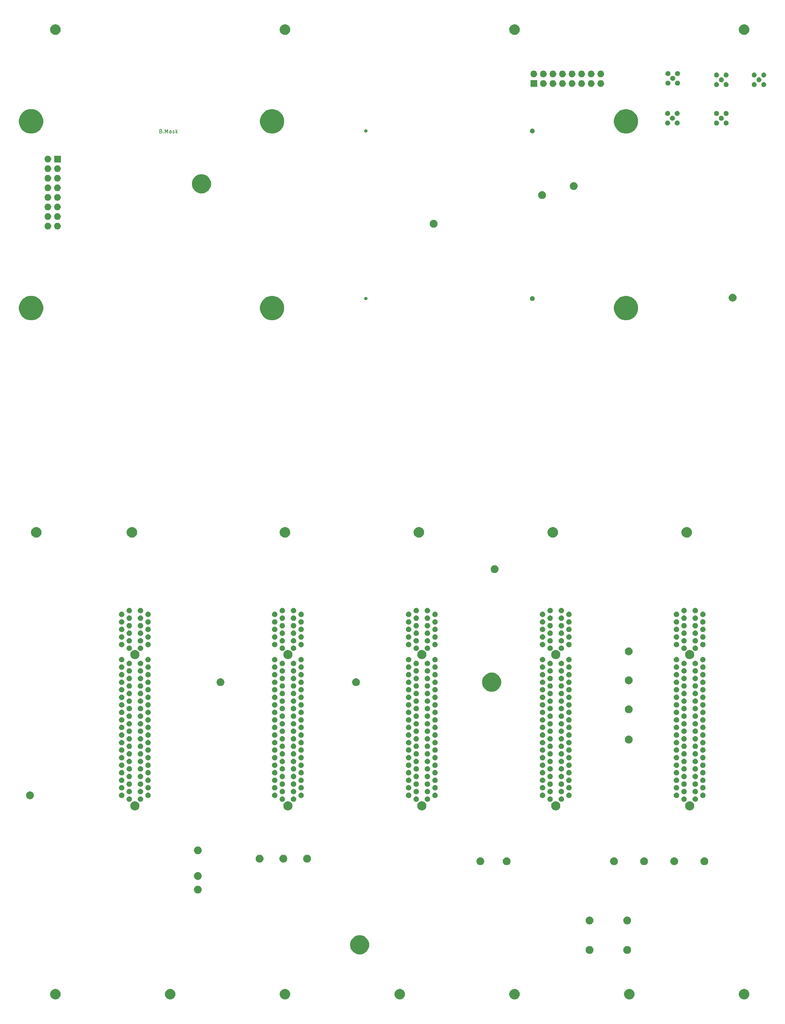
<source format=gbr>
G04 #@! TF.GenerationSoftware,KiCad,Pcbnew,(5.1.5)-3*
G04 #@! TF.CreationDate,2020-07-24T16:39:48-04:00*
G04 #@! TF.ProjectId,main_board,6d61696e-5f62-46f6-9172-642e6b696361,rev?*
G04 #@! TF.SameCoordinates,Original*
G04 #@! TF.FileFunction,Soldermask,Bot*
G04 #@! TF.FilePolarity,Negative*
%FSLAX46Y46*%
G04 Gerber Fmt 4.6, Leading zero omitted, Abs format (unit mm)*
G04 Created by KiCad (PCBNEW (5.1.5)-3) date 2020-07-24 16:39:48*
%MOMM*%
%LPD*%
G04 APERTURE LIST*
%ADD10C,0.180000*%
%ADD11C,0.100000*%
G04 APERTURE END LIST*
D10*
X71188428Y-57828571D02*
X71331285Y-57876190D01*
X71378904Y-57923809D01*
X71426523Y-58019047D01*
X71426523Y-58161904D01*
X71378904Y-58257142D01*
X71331285Y-58304761D01*
X71236047Y-58352380D01*
X70855095Y-58352380D01*
X70855095Y-57352380D01*
X71188428Y-57352380D01*
X71283666Y-57400000D01*
X71331285Y-57447619D01*
X71378904Y-57542857D01*
X71378904Y-57638095D01*
X71331285Y-57733333D01*
X71283666Y-57780952D01*
X71188428Y-57828571D01*
X70855095Y-57828571D01*
X71855095Y-58257142D02*
X71902714Y-58304761D01*
X71855095Y-58352380D01*
X71807476Y-58304761D01*
X71855095Y-58257142D01*
X71855095Y-58352380D01*
X72331285Y-58352380D02*
X72331285Y-57352380D01*
X72664619Y-58066666D01*
X72997952Y-57352380D01*
X72997952Y-58352380D01*
X73902714Y-58352380D02*
X73902714Y-57828571D01*
X73855095Y-57733333D01*
X73759857Y-57685714D01*
X73569380Y-57685714D01*
X73474142Y-57733333D01*
X73902714Y-58304761D02*
X73807476Y-58352380D01*
X73569380Y-58352380D01*
X73474142Y-58304761D01*
X73426523Y-58209523D01*
X73426523Y-58114285D01*
X73474142Y-58019047D01*
X73569380Y-57971428D01*
X73807476Y-57971428D01*
X73902714Y-57923809D01*
X74331285Y-58304761D02*
X74426523Y-58352380D01*
X74617000Y-58352380D01*
X74712238Y-58304761D01*
X74759857Y-58209523D01*
X74759857Y-58161904D01*
X74712238Y-58066666D01*
X74617000Y-58019047D01*
X74474142Y-58019047D01*
X74378904Y-57971428D01*
X74331285Y-57876190D01*
X74331285Y-57828571D01*
X74378904Y-57733333D01*
X74474142Y-57685714D01*
X74617000Y-57685714D01*
X74712238Y-57733333D01*
X75188428Y-58352380D02*
X75188428Y-57352380D01*
X75283666Y-57971428D02*
X75569380Y-58352380D01*
X75569380Y-57685714D02*
X75188428Y-58066666D01*
D11*
G36*
X43584894Y-285420244D02*
G01*
X43837512Y-285524881D01*
X44064864Y-285676793D01*
X44258207Y-285870136D01*
X44410119Y-286097488D01*
X44514756Y-286350106D01*
X44568100Y-286618284D01*
X44568100Y-286891716D01*
X44514756Y-287159894D01*
X44410119Y-287412512D01*
X44258207Y-287639864D01*
X44064864Y-287833207D01*
X43837512Y-287985119D01*
X43584894Y-288089756D01*
X43316716Y-288143100D01*
X43043284Y-288143100D01*
X42775106Y-288089756D01*
X42522488Y-287985119D01*
X42295136Y-287833207D01*
X42101793Y-287639864D01*
X41949881Y-287412512D01*
X41845244Y-287159894D01*
X41791900Y-286891716D01*
X41791900Y-286618284D01*
X41845244Y-286350106D01*
X41949881Y-286097488D01*
X42101793Y-285870136D01*
X42295136Y-285676793D01*
X42522488Y-285524881D01*
X42775106Y-285420244D01*
X43043284Y-285366900D01*
X43316716Y-285366900D01*
X43584894Y-285420244D01*
G37*
G36*
X195984894Y-285420244D02*
G01*
X196237512Y-285524881D01*
X196464864Y-285676793D01*
X196658207Y-285870136D01*
X196810119Y-286097488D01*
X196914756Y-286350106D01*
X196968100Y-286618284D01*
X196968100Y-286891716D01*
X196914756Y-287159894D01*
X196810119Y-287412512D01*
X196658207Y-287639864D01*
X196464864Y-287833207D01*
X196237512Y-287985119D01*
X195984894Y-288089756D01*
X195716716Y-288143100D01*
X195443284Y-288143100D01*
X195175106Y-288089756D01*
X194922488Y-287985119D01*
X194695136Y-287833207D01*
X194501793Y-287639864D01*
X194349881Y-287412512D01*
X194245244Y-287159894D01*
X194191900Y-286891716D01*
X194191900Y-286618284D01*
X194245244Y-286350106D01*
X194349881Y-286097488D01*
X194501793Y-285870136D01*
X194695136Y-285676793D01*
X194922488Y-285524881D01*
X195175106Y-285420244D01*
X195443284Y-285366900D01*
X195716716Y-285366900D01*
X195984894Y-285420244D01*
G37*
G36*
X226464894Y-285420244D02*
G01*
X226717512Y-285524881D01*
X226944864Y-285676793D01*
X227138207Y-285870136D01*
X227290119Y-286097488D01*
X227394756Y-286350106D01*
X227448100Y-286618284D01*
X227448100Y-286891716D01*
X227394756Y-287159894D01*
X227290119Y-287412512D01*
X227138207Y-287639864D01*
X226944864Y-287833207D01*
X226717512Y-287985119D01*
X226464894Y-288089756D01*
X226196716Y-288143100D01*
X225923284Y-288143100D01*
X225655106Y-288089756D01*
X225402488Y-287985119D01*
X225175136Y-287833207D01*
X224981793Y-287639864D01*
X224829881Y-287412512D01*
X224725244Y-287159894D01*
X224671900Y-286891716D01*
X224671900Y-286618284D01*
X224725244Y-286350106D01*
X224829881Y-286097488D01*
X224981793Y-285870136D01*
X225175136Y-285676793D01*
X225402488Y-285524881D01*
X225655106Y-285420244D01*
X225923284Y-285366900D01*
X226196716Y-285366900D01*
X226464894Y-285420244D01*
G37*
G36*
X165504894Y-285420244D02*
G01*
X165757512Y-285524881D01*
X165984864Y-285676793D01*
X166178207Y-285870136D01*
X166330119Y-286097488D01*
X166434756Y-286350106D01*
X166488100Y-286618284D01*
X166488100Y-286891716D01*
X166434756Y-287159894D01*
X166330119Y-287412512D01*
X166178207Y-287639864D01*
X165984864Y-287833207D01*
X165757512Y-287985119D01*
X165504894Y-288089756D01*
X165236716Y-288143100D01*
X164963284Y-288143100D01*
X164695106Y-288089756D01*
X164442488Y-287985119D01*
X164215136Y-287833207D01*
X164021793Y-287639864D01*
X163869881Y-287412512D01*
X163765244Y-287159894D01*
X163711900Y-286891716D01*
X163711900Y-286618284D01*
X163765244Y-286350106D01*
X163869881Y-286097488D01*
X164021793Y-285870136D01*
X164215136Y-285676793D01*
X164442488Y-285524881D01*
X164695106Y-285420244D01*
X164963284Y-285366900D01*
X165236716Y-285366900D01*
X165504894Y-285420244D01*
G37*
G36*
X104544894Y-285420244D02*
G01*
X104797512Y-285524881D01*
X105024864Y-285676793D01*
X105218207Y-285870136D01*
X105370119Y-286097488D01*
X105474756Y-286350106D01*
X105528100Y-286618284D01*
X105528100Y-286891716D01*
X105474756Y-287159894D01*
X105370119Y-287412512D01*
X105218207Y-287639864D01*
X105024864Y-287833207D01*
X104797512Y-287985119D01*
X104544894Y-288089756D01*
X104276716Y-288143100D01*
X104003284Y-288143100D01*
X103735106Y-288089756D01*
X103482488Y-287985119D01*
X103255136Y-287833207D01*
X103061793Y-287639864D01*
X102909881Y-287412512D01*
X102805244Y-287159894D01*
X102751900Y-286891716D01*
X102751900Y-286618284D01*
X102805244Y-286350106D01*
X102909881Y-286097488D01*
X103061793Y-285870136D01*
X103255136Y-285676793D01*
X103482488Y-285524881D01*
X103735106Y-285420244D01*
X104003284Y-285366900D01*
X104276716Y-285366900D01*
X104544894Y-285420244D01*
G37*
G36*
X135024894Y-285420244D02*
G01*
X135277512Y-285524881D01*
X135504864Y-285676793D01*
X135698207Y-285870136D01*
X135850119Y-286097488D01*
X135954756Y-286350106D01*
X136008100Y-286618284D01*
X136008100Y-286891716D01*
X135954756Y-287159894D01*
X135850119Y-287412512D01*
X135698207Y-287639864D01*
X135504864Y-287833207D01*
X135277512Y-287985119D01*
X135024894Y-288089756D01*
X134756716Y-288143100D01*
X134483284Y-288143100D01*
X134215106Y-288089756D01*
X133962488Y-287985119D01*
X133735136Y-287833207D01*
X133541793Y-287639864D01*
X133389881Y-287412512D01*
X133285244Y-287159894D01*
X133231900Y-286891716D01*
X133231900Y-286618284D01*
X133285244Y-286350106D01*
X133389881Y-286097488D01*
X133541793Y-285870136D01*
X133735136Y-285676793D01*
X133962488Y-285524881D01*
X134215106Y-285420244D01*
X134483284Y-285366900D01*
X134756716Y-285366900D01*
X135024894Y-285420244D01*
G37*
G36*
X74064894Y-285420244D02*
G01*
X74317512Y-285524881D01*
X74544864Y-285676793D01*
X74738207Y-285870136D01*
X74890119Y-286097488D01*
X74994756Y-286350106D01*
X75048100Y-286618284D01*
X75048100Y-286891716D01*
X74994756Y-287159894D01*
X74890119Y-287412512D01*
X74738207Y-287639864D01*
X74544864Y-287833207D01*
X74317512Y-287985119D01*
X74064894Y-288089756D01*
X73796716Y-288143100D01*
X73523284Y-288143100D01*
X73255106Y-288089756D01*
X73002488Y-287985119D01*
X72775136Y-287833207D01*
X72581793Y-287639864D01*
X72429881Y-287412512D01*
X72325244Y-287159894D01*
X72271900Y-286891716D01*
X72271900Y-286618284D01*
X72325244Y-286350106D01*
X72429881Y-286097488D01*
X72581793Y-285870136D01*
X72775136Y-285676793D01*
X73002488Y-285524881D01*
X73255106Y-285420244D01*
X73523284Y-285366900D01*
X73796716Y-285366900D01*
X74064894Y-285420244D01*
G37*
G36*
X124690337Y-271209438D02*
G01*
X125152242Y-271400764D01*
X125567946Y-271678530D01*
X125921470Y-272032054D01*
X126199236Y-272447758D01*
X126390562Y-272909663D01*
X126488100Y-273400019D01*
X126488100Y-273899981D01*
X126390562Y-274390337D01*
X126199236Y-274852242D01*
X125921470Y-275267946D01*
X125567946Y-275621470D01*
X125152242Y-275899236D01*
X124690337Y-276090562D01*
X124199981Y-276188100D01*
X123700019Y-276188100D01*
X123209663Y-276090562D01*
X122747758Y-275899236D01*
X122332054Y-275621470D01*
X121978530Y-275267946D01*
X121700764Y-274852242D01*
X121509438Y-274390337D01*
X121411900Y-273899981D01*
X121411900Y-273400019D01*
X121509438Y-272909663D01*
X121700764Y-272447758D01*
X121978530Y-272032054D01*
X122332054Y-271678530D01*
X122747758Y-271400764D01*
X123209663Y-271209438D01*
X123700019Y-271111900D01*
X124199981Y-271111900D01*
X124690337Y-271209438D01*
G37*
G36*
X185302803Y-274001794D02*
G01*
X185491725Y-274080047D01*
X185661752Y-274193656D01*
X185806344Y-274338248D01*
X185919953Y-274508275D01*
X185998206Y-274697197D01*
X186038100Y-274897756D01*
X186038100Y-275102244D01*
X185998206Y-275302803D01*
X185919953Y-275491725D01*
X185806344Y-275661752D01*
X185661752Y-275806344D01*
X185491725Y-275919953D01*
X185302803Y-275998206D01*
X185102244Y-276038100D01*
X184897756Y-276038100D01*
X184697197Y-275998206D01*
X184508275Y-275919953D01*
X184338248Y-275806344D01*
X184193656Y-275661752D01*
X184080047Y-275491725D01*
X184001794Y-275302803D01*
X183961900Y-275102244D01*
X183961900Y-274897756D01*
X184001794Y-274697197D01*
X184080047Y-274508275D01*
X184193656Y-274338248D01*
X184338248Y-274193656D01*
X184508275Y-274080047D01*
X184697197Y-274001794D01*
X184897756Y-273961900D01*
X185102244Y-273961900D01*
X185302803Y-274001794D01*
G37*
G36*
X195302803Y-274001794D02*
G01*
X195491725Y-274080047D01*
X195661752Y-274193656D01*
X195806344Y-274338248D01*
X195919953Y-274508275D01*
X195998206Y-274697197D01*
X196038100Y-274897756D01*
X196038100Y-275102244D01*
X195998206Y-275302803D01*
X195919953Y-275491725D01*
X195806344Y-275661752D01*
X195661752Y-275806344D01*
X195491725Y-275919953D01*
X195302803Y-275998206D01*
X195102244Y-276038100D01*
X194897756Y-276038100D01*
X194697197Y-275998206D01*
X194508275Y-275919953D01*
X194338248Y-275806344D01*
X194193656Y-275661752D01*
X194080047Y-275491725D01*
X194001794Y-275302803D01*
X193961900Y-275102244D01*
X193961900Y-274897756D01*
X194001794Y-274697197D01*
X194080047Y-274508275D01*
X194193656Y-274338248D01*
X194338248Y-274193656D01*
X194508275Y-274080047D01*
X194697197Y-274001794D01*
X194897756Y-273961900D01*
X195102244Y-273961900D01*
X195302803Y-274001794D01*
G37*
G36*
X195302803Y-266201794D02*
G01*
X195491725Y-266280047D01*
X195661752Y-266393656D01*
X195806344Y-266538248D01*
X195919953Y-266708275D01*
X195998206Y-266897197D01*
X196038100Y-267097756D01*
X196038100Y-267302244D01*
X195998206Y-267502803D01*
X195919953Y-267691725D01*
X195806344Y-267861752D01*
X195661752Y-268006344D01*
X195491725Y-268119953D01*
X195302803Y-268198206D01*
X195102244Y-268238100D01*
X194897756Y-268238100D01*
X194697197Y-268198206D01*
X194508275Y-268119953D01*
X194338248Y-268006344D01*
X194193656Y-267861752D01*
X194080047Y-267691725D01*
X194001794Y-267502803D01*
X193961900Y-267302244D01*
X193961900Y-267097756D01*
X194001794Y-266897197D01*
X194080047Y-266708275D01*
X194193656Y-266538248D01*
X194338248Y-266393656D01*
X194508275Y-266280047D01*
X194697197Y-266201794D01*
X194897756Y-266161900D01*
X195102244Y-266161900D01*
X195302803Y-266201794D01*
G37*
G36*
X185302803Y-266201794D02*
G01*
X185491725Y-266280047D01*
X185661752Y-266393656D01*
X185806344Y-266538248D01*
X185919953Y-266708275D01*
X185998206Y-266897197D01*
X186038100Y-267097756D01*
X186038100Y-267302244D01*
X185998206Y-267502803D01*
X185919953Y-267691725D01*
X185806344Y-267861752D01*
X185661752Y-268006344D01*
X185491725Y-268119953D01*
X185302803Y-268198206D01*
X185102244Y-268238100D01*
X184897756Y-268238100D01*
X184697197Y-268198206D01*
X184508275Y-268119953D01*
X184338248Y-268006344D01*
X184193656Y-267861752D01*
X184080047Y-267691725D01*
X184001794Y-267502803D01*
X183961900Y-267302244D01*
X183961900Y-267097756D01*
X184001794Y-266897197D01*
X184080047Y-266708275D01*
X184193656Y-266538248D01*
X184338248Y-266393656D01*
X184508275Y-266280047D01*
X184697197Y-266201794D01*
X184897756Y-266161900D01*
X185102244Y-266161900D01*
X185302803Y-266201794D01*
G37*
G36*
X81302803Y-258001794D02*
G01*
X81491725Y-258080047D01*
X81661752Y-258193656D01*
X81806344Y-258338248D01*
X81919953Y-258508275D01*
X81998206Y-258697197D01*
X82038100Y-258897756D01*
X82038100Y-259102244D01*
X81998206Y-259302803D01*
X81919953Y-259491725D01*
X81806344Y-259661752D01*
X81661752Y-259806344D01*
X81491725Y-259919953D01*
X81302803Y-259998206D01*
X81102244Y-260038100D01*
X80897756Y-260038100D01*
X80697197Y-259998206D01*
X80508275Y-259919953D01*
X80338248Y-259806344D01*
X80193656Y-259661752D01*
X80080047Y-259491725D01*
X80001794Y-259302803D01*
X79961900Y-259102244D01*
X79961900Y-258897756D01*
X80001794Y-258697197D01*
X80080047Y-258508275D01*
X80193656Y-258338248D01*
X80338248Y-258193656D01*
X80508275Y-258080047D01*
X80697197Y-258001794D01*
X80897756Y-257961900D01*
X81102244Y-257961900D01*
X81302803Y-258001794D01*
G37*
G36*
X81302803Y-254401794D02*
G01*
X81491725Y-254480047D01*
X81661752Y-254593656D01*
X81806344Y-254738248D01*
X81919953Y-254908275D01*
X81998206Y-255097197D01*
X82038100Y-255297756D01*
X82038100Y-255502244D01*
X81998206Y-255702803D01*
X81919953Y-255891725D01*
X81806344Y-256061752D01*
X81661752Y-256206344D01*
X81491725Y-256319953D01*
X81302803Y-256398206D01*
X81102244Y-256438100D01*
X80897756Y-256438100D01*
X80697197Y-256398206D01*
X80508275Y-256319953D01*
X80338248Y-256206344D01*
X80193656Y-256061752D01*
X80080047Y-255891725D01*
X80001794Y-255702803D01*
X79961900Y-255502244D01*
X79961900Y-255297756D01*
X80001794Y-255097197D01*
X80080047Y-254908275D01*
X80193656Y-254738248D01*
X80338248Y-254593656D01*
X80508275Y-254480047D01*
X80697197Y-254401794D01*
X80897756Y-254361900D01*
X81102244Y-254361900D01*
X81302803Y-254401794D01*
G37*
G36*
X199802803Y-250501794D02*
G01*
X199991725Y-250580047D01*
X200161752Y-250693656D01*
X200306344Y-250838248D01*
X200419953Y-251008275D01*
X200498206Y-251197197D01*
X200538100Y-251397756D01*
X200538100Y-251602244D01*
X200498206Y-251802803D01*
X200419953Y-251991725D01*
X200306344Y-252161752D01*
X200161752Y-252306344D01*
X199991725Y-252419953D01*
X199802803Y-252498206D01*
X199602244Y-252538100D01*
X199397756Y-252538100D01*
X199197197Y-252498206D01*
X199008275Y-252419953D01*
X198838248Y-252306344D01*
X198693656Y-252161752D01*
X198580047Y-251991725D01*
X198501794Y-251802803D01*
X198461900Y-251602244D01*
X198461900Y-251397756D01*
X198501794Y-251197197D01*
X198580047Y-251008275D01*
X198693656Y-250838248D01*
X198838248Y-250693656D01*
X199008275Y-250580047D01*
X199197197Y-250501794D01*
X199397756Y-250461900D01*
X199602244Y-250461900D01*
X199802803Y-250501794D01*
G37*
G36*
X163302803Y-250501794D02*
G01*
X163491725Y-250580047D01*
X163661752Y-250693656D01*
X163806344Y-250838248D01*
X163919953Y-251008275D01*
X163998206Y-251197197D01*
X164038100Y-251397756D01*
X164038100Y-251602244D01*
X163998206Y-251802803D01*
X163919953Y-251991725D01*
X163806344Y-252161752D01*
X163661752Y-252306344D01*
X163491725Y-252419953D01*
X163302803Y-252498206D01*
X163102244Y-252538100D01*
X162897756Y-252538100D01*
X162697197Y-252498206D01*
X162508275Y-252419953D01*
X162338248Y-252306344D01*
X162193656Y-252161752D01*
X162080047Y-251991725D01*
X162001794Y-251802803D01*
X161961900Y-251602244D01*
X161961900Y-251397756D01*
X162001794Y-251197197D01*
X162080047Y-251008275D01*
X162193656Y-250838248D01*
X162338248Y-250693656D01*
X162508275Y-250580047D01*
X162697197Y-250501794D01*
X162897756Y-250461900D01*
X163102244Y-250461900D01*
X163302803Y-250501794D01*
G37*
G36*
X215802803Y-250501794D02*
G01*
X215991725Y-250580047D01*
X216161752Y-250693656D01*
X216306344Y-250838248D01*
X216419953Y-251008275D01*
X216498206Y-251197197D01*
X216538100Y-251397756D01*
X216538100Y-251602244D01*
X216498206Y-251802803D01*
X216419953Y-251991725D01*
X216306344Y-252161752D01*
X216161752Y-252306344D01*
X215991725Y-252419953D01*
X215802803Y-252498206D01*
X215602244Y-252538100D01*
X215397756Y-252538100D01*
X215197197Y-252498206D01*
X215008275Y-252419953D01*
X214838248Y-252306344D01*
X214693656Y-252161752D01*
X214580047Y-251991725D01*
X214501794Y-251802803D01*
X214461900Y-251602244D01*
X214461900Y-251397756D01*
X214501794Y-251197197D01*
X214580047Y-251008275D01*
X214693656Y-250838248D01*
X214838248Y-250693656D01*
X215008275Y-250580047D01*
X215197197Y-250501794D01*
X215397756Y-250461900D01*
X215602244Y-250461900D01*
X215802803Y-250501794D01*
G37*
G36*
X207802803Y-250501794D02*
G01*
X207991725Y-250580047D01*
X208161752Y-250693656D01*
X208306344Y-250838248D01*
X208419953Y-251008275D01*
X208498206Y-251197197D01*
X208538100Y-251397756D01*
X208538100Y-251602244D01*
X208498206Y-251802803D01*
X208419953Y-251991725D01*
X208306344Y-252161752D01*
X208161752Y-252306344D01*
X207991725Y-252419953D01*
X207802803Y-252498206D01*
X207602244Y-252538100D01*
X207397756Y-252538100D01*
X207197197Y-252498206D01*
X207008275Y-252419953D01*
X206838248Y-252306344D01*
X206693656Y-252161752D01*
X206580047Y-251991725D01*
X206501794Y-251802803D01*
X206461900Y-251602244D01*
X206461900Y-251397756D01*
X206501794Y-251197197D01*
X206580047Y-251008275D01*
X206693656Y-250838248D01*
X206838248Y-250693656D01*
X207008275Y-250580047D01*
X207197197Y-250501794D01*
X207397756Y-250461900D01*
X207602244Y-250461900D01*
X207802803Y-250501794D01*
G37*
G36*
X156302803Y-250501794D02*
G01*
X156491725Y-250580047D01*
X156661752Y-250693656D01*
X156806344Y-250838248D01*
X156919953Y-251008275D01*
X156998206Y-251197197D01*
X157038100Y-251397756D01*
X157038100Y-251602244D01*
X156998206Y-251802803D01*
X156919953Y-251991725D01*
X156806344Y-252161752D01*
X156661752Y-252306344D01*
X156491725Y-252419953D01*
X156302803Y-252498206D01*
X156102244Y-252538100D01*
X155897756Y-252538100D01*
X155697197Y-252498206D01*
X155508275Y-252419953D01*
X155338248Y-252306344D01*
X155193656Y-252161752D01*
X155080047Y-251991725D01*
X155001794Y-251802803D01*
X154961900Y-251602244D01*
X154961900Y-251397756D01*
X155001794Y-251197197D01*
X155080047Y-251008275D01*
X155193656Y-250838248D01*
X155338248Y-250693656D01*
X155508275Y-250580047D01*
X155697197Y-250501794D01*
X155897756Y-250461900D01*
X156102244Y-250461900D01*
X156302803Y-250501794D01*
G37*
G36*
X191802803Y-250501794D02*
G01*
X191991725Y-250580047D01*
X192161752Y-250693656D01*
X192306344Y-250838248D01*
X192419953Y-251008275D01*
X192498206Y-251197197D01*
X192538100Y-251397756D01*
X192538100Y-251602244D01*
X192498206Y-251802803D01*
X192419953Y-251991725D01*
X192306344Y-252161752D01*
X192161752Y-252306344D01*
X191991725Y-252419953D01*
X191802803Y-252498206D01*
X191602244Y-252538100D01*
X191397756Y-252538100D01*
X191197197Y-252498206D01*
X191008275Y-252419953D01*
X190838248Y-252306344D01*
X190693656Y-252161752D01*
X190580047Y-251991725D01*
X190501794Y-251802803D01*
X190461900Y-251602244D01*
X190461900Y-251397756D01*
X190501794Y-251197197D01*
X190580047Y-251008275D01*
X190693656Y-250838248D01*
X190838248Y-250693656D01*
X191008275Y-250580047D01*
X191197197Y-250501794D01*
X191397756Y-250461900D01*
X191602244Y-250461900D01*
X191802803Y-250501794D01*
G37*
G36*
X110302803Y-249801794D02*
G01*
X110491725Y-249880047D01*
X110661752Y-249993656D01*
X110806344Y-250138248D01*
X110919953Y-250308275D01*
X110998206Y-250497197D01*
X111038100Y-250697756D01*
X111038100Y-250902244D01*
X110998206Y-251102803D01*
X110919953Y-251291725D01*
X110806344Y-251461752D01*
X110661752Y-251606344D01*
X110491725Y-251719953D01*
X110302803Y-251798206D01*
X110102244Y-251838100D01*
X109897756Y-251838100D01*
X109697197Y-251798206D01*
X109508275Y-251719953D01*
X109338248Y-251606344D01*
X109193656Y-251461752D01*
X109080047Y-251291725D01*
X109001794Y-251102803D01*
X108961900Y-250902244D01*
X108961900Y-250697756D01*
X109001794Y-250497197D01*
X109080047Y-250308275D01*
X109193656Y-250138248D01*
X109338248Y-249993656D01*
X109508275Y-249880047D01*
X109697197Y-249801794D01*
X109897756Y-249761900D01*
X110102244Y-249761900D01*
X110302803Y-249801794D01*
G37*
G36*
X104002803Y-249801794D02*
G01*
X104191725Y-249880047D01*
X104361752Y-249993656D01*
X104506344Y-250138248D01*
X104619953Y-250308275D01*
X104698206Y-250497197D01*
X104738100Y-250697756D01*
X104738100Y-250902244D01*
X104698206Y-251102803D01*
X104619953Y-251291725D01*
X104506344Y-251461752D01*
X104361752Y-251606344D01*
X104191725Y-251719953D01*
X104002803Y-251798206D01*
X103802244Y-251838100D01*
X103597756Y-251838100D01*
X103397197Y-251798206D01*
X103208275Y-251719953D01*
X103038248Y-251606344D01*
X102893656Y-251461752D01*
X102780047Y-251291725D01*
X102701794Y-251102803D01*
X102661900Y-250902244D01*
X102661900Y-250697756D01*
X102701794Y-250497197D01*
X102780047Y-250308275D01*
X102893656Y-250138248D01*
X103038248Y-249993656D01*
X103208275Y-249880047D01*
X103397197Y-249801794D01*
X103597756Y-249761900D01*
X103802244Y-249761900D01*
X104002803Y-249801794D01*
G37*
G36*
X97702803Y-249801794D02*
G01*
X97891725Y-249880047D01*
X98061752Y-249993656D01*
X98206344Y-250138248D01*
X98319953Y-250308275D01*
X98398206Y-250497197D01*
X98438100Y-250697756D01*
X98438100Y-250902244D01*
X98398206Y-251102803D01*
X98319953Y-251291725D01*
X98206344Y-251461752D01*
X98061752Y-251606344D01*
X97891725Y-251719953D01*
X97702803Y-251798206D01*
X97502244Y-251838100D01*
X97297756Y-251838100D01*
X97097197Y-251798206D01*
X96908275Y-251719953D01*
X96738248Y-251606344D01*
X96593656Y-251461752D01*
X96480047Y-251291725D01*
X96401794Y-251102803D01*
X96361900Y-250902244D01*
X96361900Y-250697756D01*
X96401794Y-250497197D01*
X96480047Y-250308275D01*
X96593656Y-250138248D01*
X96738248Y-249993656D01*
X96908275Y-249880047D01*
X97097197Y-249801794D01*
X97297756Y-249761900D01*
X97502244Y-249761900D01*
X97702803Y-249801794D01*
G37*
G36*
X81302803Y-247601794D02*
G01*
X81491725Y-247680047D01*
X81661752Y-247793656D01*
X81806344Y-247938248D01*
X81919953Y-248108275D01*
X81998206Y-248297197D01*
X82038100Y-248497756D01*
X82038100Y-248702244D01*
X81998206Y-248902803D01*
X81919953Y-249091725D01*
X81806344Y-249261752D01*
X81661752Y-249406344D01*
X81491725Y-249519953D01*
X81302803Y-249598206D01*
X81102244Y-249638100D01*
X80897756Y-249638100D01*
X80697197Y-249598206D01*
X80508275Y-249519953D01*
X80338248Y-249406344D01*
X80193656Y-249261752D01*
X80080047Y-249091725D01*
X80001794Y-248902803D01*
X79961900Y-248702244D01*
X79961900Y-248497756D01*
X80001794Y-248297197D01*
X80080047Y-248108275D01*
X80193656Y-247938248D01*
X80338248Y-247793656D01*
X80508275Y-247680047D01*
X80697197Y-247601794D01*
X80897756Y-247561900D01*
X81102244Y-247561900D01*
X81302803Y-247601794D01*
G37*
G36*
X140815848Y-235633518D02*
G01*
X141036618Y-235724964D01*
X141235306Y-235857723D01*
X141404277Y-236026694D01*
X141537036Y-236225382D01*
X141628482Y-236446152D01*
X141675100Y-236680520D01*
X141675100Y-236919480D01*
X141628482Y-237153848D01*
X141537036Y-237374618D01*
X141404277Y-237573306D01*
X141235306Y-237742277D01*
X141036618Y-237875036D01*
X140815848Y-237966482D01*
X140581480Y-238013100D01*
X140342520Y-238013100D01*
X140108152Y-237966482D01*
X139887382Y-237875036D01*
X139688694Y-237742277D01*
X139519723Y-237573306D01*
X139386964Y-237374618D01*
X139295518Y-237153848D01*
X139248900Y-236919480D01*
X139248900Y-236680520D01*
X139295518Y-236446152D01*
X139386964Y-236225382D01*
X139519723Y-236026694D01*
X139688694Y-235857723D01*
X139887382Y-235724964D01*
X140108152Y-235633518D01*
X140342520Y-235586900D01*
X140581480Y-235586900D01*
X140815848Y-235633518D01*
G37*
G36*
X64615848Y-235633518D02*
G01*
X64836618Y-235724964D01*
X65035306Y-235857723D01*
X65204277Y-236026694D01*
X65337036Y-236225382D01*
X65428482Y-236446152D01*
X65475100Y-236680520D01*
X65475100Y-236919480D01*
X65428482Y-237153848D01*
X65337036Y-237374618D01*
X65204277Y-237573306D01*
X65035306Y-237742277D01*
X64836618Y-237875036D01*
X64615848Y-237966482D01*
X64381480Y-238013100D01*
X64142520Y-238013100D01*
X63908152Y-237966482D01*
X63687382Y-237875036D01*
X63488694Y-237742277D01*
X63319723Y-237573306D01*
X63186964Y-237374618D01*
X63095518Y-237153848D01*
X63048900Y-236919480D01*
X63048900Y-236680520D01*
X63095518Y-236446152D01*
X63186964Y-236225382D01*
X63319723Y-236026694D01*
X63488694Y-235857723D01*
X63687382Y-235724964D01*
X63908152Y-235633518D01*
X64142520Y-235586900D01*
X64381480Y-235586900D01*
X64615848Y-235633518D01*
G37*
G36*
X105255848Y-235633518D02*
G01*
X105476618Y-235724964D01*
X105675306Y-235857723D01*
X105844277Y-236026694D01*
X105977036Y-236225382D01*
X106068482Y-236446152D01*
X106115100Y-236680520D01*
X106115100Y-236919480D01*
X106068482Y-237153848D01*
X105977036Y-237374618D01*
X105844277Y-237573306D01*
X105675306Y-237742277D01*
X105476618Y-237875036D01*
X105255848Y-237966482D01*
X105021480Y-238013100D01*
X104782520Y-238013100D01*
X104548152Y-237966482D01*
X104327382Y-237875036D01*
X104128694Y-237742277D01*
X103959723Y-237573306D01*
X103826964Y-237374618D01*
X103735518Y-237153848D01*
X103688900Y-236919480D01*
X103688900Y-236680520D01*
X103735518Y-236446152D01*
X103826964Y-236225382D01*
X103959723Y-236026694D01*
X104128694Y-235857723D01*
X104327382Y-235724964D01*
X104548152Y-235633518D01*
X104782520Y-235586900D01*
X105021480Y-235586900D01*
X105255848Y-235633518D01*
G37*
G36*
X211935848Y-235633518D02*
G01*
X212156618Y-235724964D01*
X212355306Y-235857723D01*
X212524277Y-236026694D01*
X212657036Y-236225382D01*
X212748482Y-236446152D01*
X212795100Y-236680520D01*
X212795100Y-236919480D01*
X212748482Y-237153848D01*
X212657036Y-237374618D01*
X212524277Y-237573306D01*
X212355306Y-237742277D01*
X212156618Y-237875036D01*
X211935848Y-237966482D01*
X211701480Y-238013100D01*
X211462520Y-238013100D01*
X211228152Y-237966482D01*
X211007382Y-237875036D01*
X210808694Y-237742277D01*
X210639723Y-237573306D01*
X210506964Y-237374618D01*
X210415518Y-237153848D01*
X210368900Y-236919480D01*
X210368900Y-236680520D01*
X210415518Y-236446152D01*
X210506964Y-236225382D01*
X210639723Y-236026694D01*
X210808694Y-235857723D01*
X211007382Y-235724964D01*
X211228152Y-235633518D01*
X211462520Y-235586900D01*
X211701480Y-235586900D01*
X211935848Y-235633518D01*
G37*
G36*
X176375848Y-235633518D02*
G01*
X176596618Y-235724964D01*
X176795306Y-235857723D01*
X176964277Y-236026694D01*
X177097036Y-236225382D01*
X177188482Y-236446152D01*
X177235100Y-236680520D01*
X177235100Y-236919480D01*
X177188482Y-237153848D01*
X177097036Y-237374618D01*
X176964277Y-237573306D01*
X176795306Y-237742277D01*
X176596618Y-237875036D01*
X176375848Y-237966482D01*
X176141480Y-238013100D01*
X175902520Y-238013100D01*
X175668152Y-237966482D01*
X175447382Y-237875036D01*
X175248694Y-237742277D01*
X175079723Y-237573306D01*
X174946964Y-237374618D01*
X174855518Y-237153848D01*
X174808900Y-236919480D01*
X174808900Y-236680520D01*
X174855518Y-236446152D01*
X174946964Y-236225382D01*
X175079723Y-236026694D01*
X175248694Y-235857723D01*
X175447382Y-235724964D01*
X175668152Y-235633518D01*
X175902520Y-235586900D01*
X176141480Y-235586900D01*
X176375848Y-235633518D01*
G37*
G36*
X177731754Y-234308535D02*
G01*
X177862621Y-234362742D01*
X177980401Y-234441440D01*
X178080560Y-234541599D01*
X178159258Y-234659379D01*
X178213465Y-234790246D01*
X178241100Y-234929175D01*
X178241100Y-235070825D01*
X178213465Y-235209754D01*
X178159258Y-235340621D01*
X178080560Y-235458401D01*
X177980401Y-235558560D01*
X177862621Y-235637258D01*
X177731754Y-235691465D01*
X177592825Y-235719100D01*
X177451175Y-235719100D01*
X177312246Y-235691465D01*
X177181379Y-235637258D01*
X177063599Y-235558560D01*
X176963440Y-235458401D01*
X176884742Y-235340621D01*
X176830535Y-235209754D01*
X176802900Y-235070825D01*
X176802900Y-234929175D01*
X176830535Y-234790246D01*
X176884742Y-234659379D01*
X176963440Y-234541599D01*
X177063599Y-234441440D01*
X177181379Y-234362742D01*
X177312246Y-234308535D01*
X177451175Y-234280900D01*
X177592825Y-234280900D01*
X177731754Y-234308535D01*
G37*
G36*
X213291754Y-234308535D02*
G01*
X213422621Y-234362742D01*
X213540401Y-234441440D01*
X213640560Y-234541599D01*
X213719258Y-234659379D01*
X213773465Y-234790246D01*
X213801100Y-234929175D01*
X213801100Y-235070825D01*
X213773465Y-235209754D01*
X213719258Y-235340621D01*
X213640560Y-235458401D01*
X213540401Y-235558560D01*
X213422621Y-235637258D01*
X213291754Y-235691465D01*
X213152825Y-235719100D01*
X213011175Y-235719100D01*
X212872246Y-235691465D01*
X212741379Y-235637258D01*
X212623599Y-235558560D01*
X212523440Y-235458401D01*
X212444742Y-235340621D01*
X212390535Y-235209754D01*
X212362900Y-235070825D01*
X212362900Y-234929175D01*
X212390535Y-234790246D01*
X212444742Y-234659379D01*
X212523440Y-234541599D01*
X212623599Y-234441440D01*
X212741379Y-234362742D01*
X212872246Y-234308535D01*
X213011175Y-234280900D01*
X213152825Y-234280900D01*
X213291754Y-234308535D01*
G37*
G36*
X62971754Y-234308535D02*
G01*
X63102621Y-234362742D01*
X63220401Y-234441440D01*
X63320560Y-234541599D01*
X63399258Y-234659379D01*
X63453465Y-234790246D01*
X63481100Y-234929175D01*
X63481100Y-235070825D01*
X63453465Y-235209754D01*
X63399258Y-235340621D01*
X63320560Y-235458401D01*
X63220401Y-235558560D01*
X63177987Y-235586900D01*
X63102621Y-235637258D01*
X62971754Y-235691465D01*
X62832825Y-235719100D01*
X62691175Y-235719100D01*
X62552246Y-235691465D01*
X62421379Y-235637258D01*
X62346013Y-235586900D01*
X62303599Y-235558560D01*
X62203440Y-235458401D01*
X62124742Y-235340621D01*
X62070535Y-235209754D01*
X62042900Y-235070825D01*
X62042900Y-234929175D01*
X62070535Y-234790246D01*
X62124742Y-234659379D01*
X62203440Y-234541599D01*
X62303599Y-234441440D01*
X62421379Y-234362742D01*
X62552246Y-234308535D01*
X62691175Y-234280900D01*
X62832825Y-234280900D01*
X62971754Y-234308535D01*
G37*
G36*
X65971754Y-234308535D02*
G01*
X66102621Y-234362742D01*
X66220401Y-234441440D01*
X66320560Y-234541599D01*
X66399258Y-234659379D01*
X66453465Y-234790246D01*
X66481100Y-234929175D01*
X66481100Y-235070825D01*
X66453465Y-235209754D01*
X66399258Y-235340621D01*
X66320560Y-235458401D01*
X66220401Y-235558560D01*
X66177987Y-235586900D01*
X66102621Y-235637258D01*
X65971754Y-235691465D01*
X65832825Y-235719100D01*
X65691175Y-235719100D01*
X65552246Y-235691465D01*
X65421379Y-235637258D01*
X65346013Y-235586900D01*
X65303599Y-235558560D01*
X65203440Y-235458401D01*
X65124742Y-235340621D01*
X65070535Y-235209754D01*
X65042900Y-235070825D01*
X65042900Y-234929175D01*
X65070535Y-234790246D01*
X65124742Y-234659379D01*
X65203440Y-234541599D01*
X65303599Y-234441440D01*
X65421379Y-234362742D01*
X65552246Y-234308535D01*
X65691175Y-234280900D01*
X65832825Y-234280900D01*
X65971754Y-234308535D01*
G37*
G36*
X139171754Y-234308535D02*
G01*
X139302621Y-234362742D01*
X139420401Y-234441440D01*
X139520560Y-234541599D01*
X139599258Y-234659379D01*
X139653465Y-234790246D01*
X139681100Y-234929175D01*
X139681100Y-235070825D01*
X139653465Y-235209754D01*
X139599258Y-235340621D01*
X139520560Y-235458401D01*
X139420401Y-235558560D01*
X139302621Y-235637258D01*
X139171754Y-235691465D01*
X139032825Y-235719100D01*
X138891175Y-235719100D01*
X138752246Y-235691465D01*
X138621379Y-235637258D01*
X138503599Y-235558560D01*
X138403440Y-235458401D01*
X138324742Y-235340621D01*
X138270535Y-235209754D01*
X138242900Y-235070825D01*
X138242900Y-234929175D01*
X138270535Y-234790246D01*
X138324742Y-234659379D01*
X138403440Y-234541599D01*
X138503599Y-234441440D01*
X138621379Y-234362742D01*
X138752246Y-234308535D01*
X138891175Y-234280900D01*
X139032825Y-234280900D01*
X139171754Y-234308535D01*
G37*
G36*
X210291754Y-234308535D02*
G01*
X210422621Y-234362742D01*
X210540401Y-234441440D01*
X210640560Y-234541599D01*
X210719258Y-234659379D01*
X210773465Y-234790246D01*
X210801100Y-234929175D01*
X210801100Y-235070825D01*
X210773465Y-235209754D01*
X210719258Y-235340621D01*
X210640560Y-235458401D01*
X210540401Y-235558560D01*
X210497987Y-235586900D01*
X210422621Y-235637258D01*
X210291754Y-235691465D01*
X210152825Y-235719100D01*
X210011175Y-235719100D01*
X209872246Y-235691465D01*
X209741379Y-235637258D01*
X209666013Y-235586900D01*
X209623599Y-235558560D01*
X209523440Y-235458401D01*
X209444742Y-235340621D01*
X209390535Y-235209754D01*
X209362900Y-235070825D01*
X209362900Y-234929175D01*
X209390535Y-234790246D01*
X209444742Y-234659379D01*
X209523440Y-234541599D01*
X209623599Y-234441440D01*
X209741379Y-234362742D01*
X209872246Y-234308535D01*
X210011175Y-234280900D01*
X210152825Y-234280900D01*
X210291754Y-234308535D01*
G37*
G36*
X103611754Y-234308535D02*
G01*
X103742621Y-234362742D01*
X103860401Y-234441440D01*
X103960560Y-234541599D01*
X104039258Y-234659379D01*
X104093465Y-234790246D01*
X104121100Y-234929175D01*
X104121100Y-235070825D01*
X104093465Y-235209754D01*
X104039258Y-235340621D01*
X103960560Y-235458401D01*
X103860401Y-235558560D01*
X103742621Y-235637258D01*
X103611754Y-235691465D01*
X103472825Y-235719100D01*
X103331175Y-235719100D01*
X103192246Y-235691465D01*
X103061379Y-235637258D01*
X102943599Y-235558560D01*
X102843440Y-235458401D01*
X102764742Y-235340621D01*
X102710535Y-235209754D01*
X102682900Y-235070825D01*
X102682900Y-234929175D01*
X102710535Y-234790246D01*
X102764742Y-234659379D01*
X102843440Y-234541599D01*
X102943599Y-234441440D01*
X103061379Y-234362742D01*
X103192246Y-234308535D01*
X103331175Y-234280900D01*
X103472825Y-234280900D01*
X103611754Y-234308535D01*
G37*
G36*
X174731754Y-234308535D02*
G01*
X174862621Y-234362742D01*
X174980401Y-234441440D01*
X175080560Y-234541599D01*
X175159258Y-234659379D01*
X175213465Y-234790246D01*
X175241100Y-234929175D01*
X175241100Y-235070825D01*
X175213465Y-235209754D01*
X175159258Y-235340621D01*
X175080560Y-235458401D01*
X174980401Y-235558560D01*
X174937987Y-235586900D01*
X174862621Y-235637258D01*
X174731754Y-235691465D01*
X174592825Y-235719100D01*
X174451175Y-235719100D01*
X174312246Y-235691465D01*
X174181379Y-235637258D01*
X174106013Y-235586900D01*
X174063599Y-235558560D01*
X173963440Y-235458401D01*
X173884742Y-235340621D01*
X173830535Y-235209754D01*
X173802900Y-235070825D01*
X173802900Y-234929175D01*
X173830535Y-234790246D01*
X173884742Y-234659379D01*
X173963440Y-234541599D01*
X174063599Y-234441440D01*
X174181379Y-234362742D01*
X174312246Y-234308535D01*
X174451175Y-234280900D01*
X174592825Y-234280900D01*
X174731754Y-234308535D01*
G37*
G36*
X106611754Y-234308535D02*
G01*
X106742621Y-234362742D01*
X106860401Y-234441440D01*
X106960560Y-234541599D01*
X107039258Y-234659379D01*
X107093465Y-234790246D01*
X107121100Y-234929175D01*
X107121100Y-235070825D01*
X107093465Y-235209754D01*
X107039258Y-235340621D01*
X106960560Y-235458401D01*
X106860401Y-235558560D01*
X106742621Y-235637258D01*
X106611754Y-235691465D01*
X106472825Y-235719100D01*
X106331175Y-235719100D01*
X106192246Y-235691465D01*
X106061379Y-235637258D01*
X105943599Y-235558560D01*
X105843440Y-235458401D01*
X105764742Y-235340621D01*
X105710535Y-235209754D01*
X105682900Y-235070825D01*
X105682900Y-234929175D01*
X105710535Y-234790246D01*
X105764742Y-234659379D01*
X105843440Y-234541599D01*
X105943599Y-234441440D01*
X106061379Y-234362742D01*
X106192246Y-234308535D01*
X106331175Y-234280900D01*
X106472825Y-234280900D01*
X106611754Y-234308535D01*
G37*
G36*
X142171754Y-234308535D02*
G01*
X142302621Y-234362742D01*
X142420401Y-234441440D01*
X142520560Y-234541599D01*
X142599258Y-234659379D01*
X142653465Y-234790246D01*
X142681100Y-234929175D01*
X142681100Y-235070825D01*
X142653465Y-235209754D01*
X142599258Y-235340621D01*
X142520560Y-235458401D01*
X142420401Y-235558560D01*
X142377987Y-235586900D01*
X142302621Y-235637258D01*
X142171754Y-235691465D01*
X142032825Y-235719100D01*
X141891175Y-235719100D01*
X141752246Y-235691465D01*
X141621379Y-235637258D01*
X141546013Y-235586900D01*
X141503599Y-235558560D01*
X141403440Y-235458401D01*
X141324742Y-235340621D01*
X141270535Y-235209754D01*
X141242900Y-235070825D01*
X141242900Y-234929175D01*
X141270535Y-234790246D01*
X141324742Y-234659379D01*
X141403440Y-234541599D01*
X141503599Y-234441440D01*
X141621379Y-234362742D01*
X141752246Y-234308535D01*
X141891175Y-234280900D01*
X142032825Y-234280900D01*
X142171754Y-234308535D01*
G37*
G36*
X36702803Y-233001794D02*
G01*
X36891725Y-233080047D01*
X37061752Y-233193656D01*
X37206344Y-233338248D01*
X37319953Y-233508275D01*
X37398206Y-233697197D01*
X37438100Y-233897756D01*
X37438100Y-234102244D01*
X37398206Y-234302803D01*
X37319953Y-234491725D01*
X37206344Y-234661752D01*
X37061752Y-234806344D01*
X36891725Y-234919953D01*
X36702803Y-234998206D01*
X36502244Y-235038100D01*
X36297756Y-235038100D01*
X36097197Y-234998206D01*
X35908275Y-234919953D01*
X35738248Y-234806344D01*
X35593656Y-234661752D01*
X35480047Y-234491725D01*
X35401794Y-234302803D01*
X35361900Y-234102244D01*
X35361900Y-233897756D01*
X35401794Y-233697197D01*
X35480047Y-233508275D01*
X35593656Y-233338248D01*
X35738248Y-233193656D01*
X35908275Y-233080047D01*
X36097197Y-233001794D01*
X36297756Y-232961900D01*
X36502244Y-232961900D01*
X36702803Y-233001794D01*
G37*
G36*
X179731754Y-233308535D02*
G01*
X179862621Y-233362742D01*
X179980401Y-233441440D01*
X180080560Y-233541599D01*
X180159258Y-233659379D01*
X180213465Y-233790246D01*
X180241100Y-233929175D01*
X180241100Y-234070825D01*
X180213465Y-234209754D01*
X180159258Y-234340621D01*
X180080560Y-234458401D01*
X179980401Y-234558560D01*
X179862621Y-234637258D01*
X179731754Y-234691465D01*
X179592825Y-234719100D01*
X179451175Y-234719100D01*
X179312246Y-234691465D01*
X179181379Y-234637258D01*
X179063599Y-234558560D01*
X178963440Y-234458401D01*
X178884742Y-234340621D01*
X178830535Y-234209754D01*
X178802900Y-234070825D01*
X178802900Y-233929175D01*
X178830535Y-233790246D01*
X178884742Y-233659379D01*
X178963440Y-233541599D01*
X179063599Y-233441440D01*
X179181379Y-233362742D01*
X179312246Y-233308535D01*
X179451175Y-233280900D01*
X179592825Y-233280900D01*
X179731754Y-233308535D01*
G37*
G36*
X172731754Y-233308535D02*
G01*
X172862621Y-233362742D01*
X172980401Y-233441440D01*
X173080560Y-233541599D01*
X173159258Y-233659379D01*
X173213465Y-233790246D01*
X173241100Y-233929175D01*
X173241100Y-234070825D01*
X173213465Y-234209754D01*
X173159258Y-234340621D01*
X173080560Y-234458401D01*
X172980401Y-234558560D01*
X172862621Y-234637258D01*
X172731754Y-234691465D01*
X172592825Y-234719100D01*
X172451175Y-234719100D01*
X172312246Y-234691465D01*
X172181379Y-234637258D01*
X172063599Y-234558560D01*
X171963440Y-234458401D01*
X171884742Y-234340621D01*
X171830535Y-234209754D01*
X171802900Y-234070825D01*
X171802900Y-233929175D01*
X171830535Y-233790246D01*
X171884742Y-233659379D01*
X171963440Y-233541599D01*
X172063599Y-233441440D01*
X172181379Y-233362742D01*
X172312246Y-233308535D01*
X172451175Y-233280900D01*
X172592825Y-233280900D01*
X172731754Y-233308535D01*
G37*
G36*
X215291754Y-233308535D02*
G01*
X215422621Y-233362742D01*
X215540401Y-233441440D01*
X215640560Y-233541599D01*
X215719258Y-233659379D01*
X215773465Y-233790246D01*
X215801100Y-233929175D01*
X215801100Y-234070825D01*
X215773465Y-234209754D01*
X215719258Y-234340621D01*
X215640560Y-234458401D01*
X215540401Y-234558560D01*
X215422621Y-234637258D01*
X215291754Y-234691465D01*
X215152825Y-234719100D01*
X215011175Y-234719100D01*
X214872246Y-234691465D01*
X214741379Y-234637258D01*
X214623599Y-234558560D01*
X214523440Y-234458401D01*
X214444742Y-234340621D01*
X214390535Y-234209754D01*
X214362900Y-234070825D01*
X214362900Y-233929175D01*
X214390535Y-233790246D01*
X214444742Y-233659379D01*
X214523440Y-233541599D01*
X214623599Y-233441440D01*
X214741379Y-233362742D01*
X214872246Y-233308535D01*
X215011175Y-233280900D01*
X215152825Y-233280900D01*
X215291754Y-233308535D01*
G37*
G36*
X208291754Y-233308535D02*
G01*
X208422621Y-233362742D01*
X208540401Y-233441440D01*
X208640560Y-233541599D01*
X208719258Y-233659379D01*
X208773465Y-233790246D01*
X208801100Y-233929175D01*
X208801100Y-234070825D01*
X208773465Y-234209754D01*
X208719258Y-234340621D01*
X208640560Y-234458401D01*
X208540401Y-234558560D01*
X208422621Y-234637258D01*
X208291754Y-234691465D01*
X208152825Y-234719100D01*
X208011175Y-234719100D01*
X207872246Y-234691465D01*
X207741379Y-234637258D01*
X207623599Y-234558560D01*
X207523440Y-234458401D01*
X207444742Y-234340621D01*
X207390535Y-234209754D01*
X207362900Y-234070825D01*
X207362900Y-233929175D01*
X207390535Y-233790246D01*
X207444742Y-233659379D01*
X207523440Y-233541599D01*
X207623599Y-233441440D01*
X207741379Y-233362742D01*
X207872246Y-233308535D01*
X208011175Y-233280900D01*
X208152825Y-233280900D01*
X208291754Y-233308535D01*
G37*
G36*
X137171754Y-233308535D02*
G01*
X137302621Y-233362742D01*
X137420401Y-233441440D01*
X137520560Y-233541599D01*
X137599258Y-233659379D01*
X137653465Y-233790246D01*
X137681100Y-233929175D01*
X137681100Y-234070825D01*
X137653465Y-234209754D01*
X137599258Y-234340621D01*
X137520560Y-234458401D01*
X137420401Y-234558560D01*
X137302621Y-234637258D01*
X137171754Y-234691465D01*
X137032825Y-234719100D01*
X136891175Y-234719100D01*
X136752246Y-234691465D01*
X136621379Y-234637258D01*
X136503599Y-234558560D01*
X136403440Y-234458401D01*
X136324742Y-234340621D01*
X136270535Y-234209754D01*
X136242900Y-234070825D01*
X136242900Y-233929175D01*
X136270535Y-233790246D01*
X136324742Y-233659379D01*
X136403440Y-233541599D01*
X136503599Y-233441440D01*
X136621379Y-233362742D01*
X136752246Y-233308535D01*
X136891175Y-233280900D01*
X137032825Y-233280900D01*
X137171754Y-233308535D01*
G37*
G36*
X144171754Y-233308535D02*
G01*
X144302621Y-233362742D01*
X144420401Y-233441440D01*
X144520560Y-233541599D01*
X144599258Y-233659379D01*
X144653465Y-233790246D01*
X144681100Y-233929175D01*
X144681100Y-234070825D01*
X144653465Y-234209754D01*
X144599258Y-234340621D01*
X144520560Y-234458401D01*
X144420401Y-234558560D01*
X144302621Y-234637258D01*
X144171754Y-234691465D01*
X144032825Y-234719100D01*
X143891175Y-234719100D01*
X143752246Y-234691465D01*
X143621379Y-234637258D01*
X143503599Y-234558560D01*
X143403440Y-234458401D01*
X143324742Y-234340621D01*
X143270535Y-234209754D01*
X143242900Y-234070825D01*
X143242900Y-233929175D01*
X143270535Y-233790246D01*
X143324742Y-233659379D01*
X143403440Y-233541599D01*
X143503599Y-233441440D01*
X143621379Y-233362742D01*
X143752246Y-233308535D01*
X143891175Y-233280900D01*
X144032825Y-233280900D01*
X144171754Y-233308535D01*
G37*
G36*
X101611754Y-233308535D02*
G01*
X101742621Y-233362742D01*
X101860401Y-233441440D01*
X101960560Y-233541599D01*
X102039258Y-233659379D01*
X102093465Y-233790246D01*
X102121100Y-233929175D01*
X102121100Y-234070825D01*
X102093465Y-234209754D01*
X102039258Y-234340621D01*
X101960560Y-234458401D01*
X101860401Y-234558560D01*
X101742621Y-234637258D01*
X101611754Y-234691465D01*
X101472825Y-234719100D01*
X101331175Y-234719100D01*
X101192246Y-234691465D01*
X101061379Y-234637258D01*
X100943599Y-234558560D01*
X100843440Y-234458401D01*
X100764742Y-234340621D01*
X100710535Y-234209754D01*
X100682900Y-234070825D01*
X100682900Y-233929175D01*
X100710535Y-233790246D01*
X100764742Y-233659379D01*
X100843440Y-233541599D01*
X100943599Y-233441440D01*
X101061379Y-233362742D01*
X101192246Y-233308535D01*
X101331175Y-233280900D01*
X101472825Y-233280900D01*
X101611754Y-233308535D01*
G37*
G36*
X108611754Y-233308535D02*
G01*
X108742621Y-233362742D01*
X108860401Y-233441440D01*
X108960560Y-233541599D01*
X109039258Y-233659379D01*
X109093465Y-233790246D01*
X109121100Y-233929175D01*
X109121100Y-234070825D01*
X109093465Y-234209754D01*
X109039258Y-234340621D01*
X108960560Y-234458401D01*
X108860401Y-234558560D01*
X108742621Y-234637258D01*
X108611754Y-234691465D01*
X108472825Y-234719100D01*
X108331175Y-234719100D01*
X108192246Y-234691465D01*
X108061379Y-234637258D01*
X107943599Y-234558560D01*
X107843440Y-234458401D01*
X107764742Y-234340621D01*
X107710535Y-234209754D01*
X107682900Y-234070825D01*
X107682900Y-233929175D01*
X107710535Y-233790246D01*
X107764742Y-233659379D01*
X107843440Y-233541599D01*
X107943599Y-233441440D01*
X108061379Y-233362742D01*
X108192246Y-233308535D01*
X108331175Y-233280900D01*
X108472825Y-233280900D01*
X108611754Y-233308535D01*
G37*
G36*
X67971754Y-233308535D02*
G01*
X68102621Y-233362742D01*
X68220401Y-233441440D01*
X68320560Y-233541599D01*
X68399258Y-233659379D01*
X68453465Y-233790246D01*
X68481100Y-233929175D01*
X68481100Y-234070825D01*
X68453465Y-234209754D01*
X68399258Y-234340621D01*
X68320560Y-234458401D01*
X68220401Y-234558560D01*
X68102621Y-234637258D01*
X67971754Y-234691465D01*
X67832825Y-234719100D01*
X67691175Y-234719100D01*
X67552246Y-234691465D01*
X67421379Y-234637258D01*
X67303599Y-234558560D01*
X67203440Y-234458401D01*
X67124742Y-234340621D01*
X67070535Y-234209754D01*
X67042900Y-234070825D01*
X67042900Y-233929175D01*
X67070535Y-233790246D01*
X67124742Y-233659379D01*
X67203440Y-233541599D01*
X67303599Y-233441440D01*
X67421379Y-233362742D01*
X67552246Y-233308535D01*
X67691175Y-233280900D01*
X67832825Y-233280900D01*
X67971754Y-233308535D01*
G37*
G36*
X60971754Y-233308535D02*
G01*
X61102621Y-233362742D01*
X61220401Y-233441440D01*
X61320560Y-233541599D01*
X61399258Y-233659379D01*
X61453465Y-233790246D01*
X61481100Y-233929175D01*
X61481100Y-234070825D01*
X61453465Y-234209754D01*
X61399258Y-234340621D01*
X61320560Y-234458401D01*
X61220401Y-234558560D01*
X61102621Y-234637258D01*
X60971754Y-234691465D01*
X60832825Y-234719100D01*
X60691175Y-234719100D01*
X60552246Y-234691465D01*
X60421379Y-234637258D01*
X60303599Y-234558560D01*
X60203440Y-234458401D01*
X60124742Y-234340621D01*
X60070535Y-234209754D01*
X60042900Y-234070825D01*
X60042900Y-233929175D01*
X60070535Y-233790246D01*
X60124742Y-233659379D01*
X60203440Y-233541599D01*
X60303599Y-233441440D01*
X60421379Y-233362742D01*
X60552246Y-233308535D01*
X60691175Y-233280900D01*
X60832825Y-233280900D01*
X60971754Y-233308535D01*
G37*
G36*
X142171754Y-232308535D02*
G01*
X142302621Y-232362742D01*
X142420401Y-232441440D01*
X142520560Y-232541599D01*
X142599258Y-232659379D01*
X142653465Y-232790246D01*
X142681100Y-232929175D01*
X142681100Y-233070825D01*
X142653465Y-233209754D01*
X142599258Y-233340621D01*
X142520560Y-233458401D01*
X142420401Y-233558560D01*
X142302621Y-233637258D01*
X142171754Y-233691465D01*
X142032825Y-233719100D01*
X141891175Y-233719100D01*
X141752246Y-233691465D01*
X141621379Y-233637258D01*
X141503599Y-233558560D01*
X141403440Y-233458401D01*
X141324742Y-233340621D01*
X141270535Y-233209754D01*
X141242900Y-233070825D01*
X141242900Y-232929175D01*
X141270535Y-232790246D01*
X141324742Y-232659379D01*
X141403440Y-232541599D01*
X141503599Y-232441440D01*
X141621379Y-232362742D01*
X141752246Y-232308535D01*
X141891175Y-232280900D01*
X142032825Y-232280900D01*
X142171754Y-232308535D01*
G37*
G36*
X62971754Y-232308535D02*
G01*
X63102621Y-232362742D01*
X63220401Y-232441440D01*
X63320560Y-232541599D01*
X63399258Y-232659379D01*
X63453465Y-232790246D01*
X63481100Y-232929175D01*
X63481100Y-233070825D01*
X63453465Y-233209754D01*
X63399258Y-233340621D01*
X63320560Y-233458401D01*
X63220401Y-233558560D01*
X63102621Y-233637258D01*
X62971754Y-233691465D01*
X62832825Y-233719100D01*
X62691175Y-233719100D01*
X62552246Y-233691465D01*
X62421379Y-233637258D01*
X62303599Y-233558560D01*
X62203440Y-233458401D01*
X62124742Y-233340621D01*
X62070535Y-233209754D01*
X62042900Y-233070825D01*
X62042900Y-232929175D01*
X62070535Y-232790246D01*
X62124742Y-232659379D01*
X62203440Y-232541599D01*
X62303599Y-232441440D01*
X62421379Y-232362742D01*
X62552246Y-232308535D01*
X62691175Y-232280900D01*
X62832825Y-232280900D01*
X62971754Y-232308535D01*
G37*
G36*
X65971754Y-232308535D02*
G01*
X66102621Y-232362742D01*
X66220401Y-232441440D01*
X66320560Y-232541599D01*
X66399258Y-232659379D01*
X66453465Y-232790246D01*
X66481100Y-232929175D01*
X66481100Y-233070825D01*
X66453465Y-233209754D01*
X66399258Y-233340621D01*
X66320560Y-233458401D01*
X66220401Y-233558560D01*
X66102621Y-233637258D01*
X65971754Y-233691465D01*
X65832825Y-233719100D01*
X65691175Y-233719100D01*
X65552246Y-233691465D01*
X65421379Y-233637258D01*
X65303599Y-233558560D01*
X65203440Y-233458401D01*
X65124742Y-233340621D01*
X65070535Y-233209754D01*
X65042900Y-233070825D01*
X65042900Y-232929175D01*
X65070535Y-232790246D01*
X65124742Y-232659379D01*
X65203440Y-232541599D01*
X65303599Y-232441440D01*
X65421379Y-232362742D01*
X65552246Y-232308535D01*
X65691175Y-232280900D01*
X65832825Y-232280900D01*
X65971754Y-232308535D01*
G37*
G36*
X103611754Y-232308535D02*
G01*
X103742621Y-232362742D01*
X103860401Y-232441440D01*
X103960560Y-232541599D01*
X104039258Y-232659379D01*
X104093465Y-232790246D01*
X104121100Y-232929175D01*
X104121100Y-233070825D01*
X104093465Y-233209754D01*
X104039258Y-233340621D01*
X103960560Y-233458401D01*
X103860401Y-233558560D01*
X103742621Y-233637258D01*
X103611754Y-233691465D01*
X103472825Y-233719100D01*
X103331175Y-233719100D01*
X103192246Y-233691465D01*
X103061379Y-233637258D01*
X102943599Y-233558560D01*
X102843440Y-233458401D01*
X102764742Y-233340621D01*
X102710535Y-233209754D01*
X102682900Y-233070825D01*
X102682900Y-232929175D01*
X102710535Y-232790246D01*
X102764742Y-232659379D01*
X102843440Y-232541599D01*
X102943599Y-232441440D01*
X103061379Y-232362742D01*
X103192246Y-232308535D01*
X103331175Y-232280900D01*
X103472825Y-232280900D01*
X103611754Y-232308535D01*
G37*
G36*
X139171754Y-232308535D02*
G01*
X139302621Y-232362742D01*
X139420401Y-232441440D01*
X139520560Y-232541599D01*
X139599258Y-232659379D01*
X139653465Y-232790246D01*
X139681100Y-232929175D01*
X139681100Y-233070825D01*
X139653465Y-233209754D01*
X139599258Y-233340621D01*
X139520560Y-233458401D01*
X139420401Y-233558560D01*
X139302621Y-233637258D01*
X139171754Y-233691465D01*
X139032825Y-233719100D01*
X138891175Y-233719100D01*
X138752246Y-233691465D01*
X138621379Y-233637258D01*
X138503599Y-233558560D01*
X138403440Y-233458401D01*
X138324742Y-233340621D01*
X138270535Y-233209754D01*
X138242900Y-233070825D01*
X138242900Y-232929175D01*
X138270535Y-232790246D01*
X138324742Y-232659379D01*
X138403440Y-232541599D01*
X138503599Y-232441440D01*
X138621379Y-232362742D01*
X138752246Y-232308535D01*
X138891175Y-232280900D01*
X139032825Y-232280900D01*
X139171754Y-232308535D01*
G37*
G36*
X174731754Y-232308535D02*
G01*
X174862621Y-232362742D01*
X174980401Y-232441440D01*
X175080560Y-232541599D01*
X175159258Y-232659379D01*
X175213465Y-232790246D01*
X175241100Y-232929175D01*
X175241100Y-233070825D01*
X175213465Y-233209754D01*
X175159258Y-233340621D01*
X175080560Y-233458401D01*
X174980401Y-233558560D01*
X174862621Y-233637258D01*
X174731754Y-233691465D01*
X174592825Y-233719100D01*
X174451175Y-233719100D01*
X174312246Y-233691465D01*
X174181379Y-233637258D01*
X174063599Y-233558560D01*
X173963440Y-233458401D01*
X173884742Y-233340621D01*
X173830535Y-233209754D01*
X173802900Y-233070825D01*
X173802900Y-232929175D01*
X173830535Y-232790246D01*
X173884742Y-232659379D01*
X173963440Y-232541599D01*
X174063599Y-232441440D01*
X174181379Y-232362742D01*
X174312246Y-232308535D01*
X174451175Y-232280900D01*
X174592825Y-232280900D01*
X174731754Y-232308535D01*
G37*
G36*
X210291754Y-232308535D02*
G01*
X210422621Y-232362742D01*
X210540401Y-232441440D01*
X210640560Y-232541599D01*
X210719258Y-232659379D01*
X210773465Y-232790246D01*
X210801100Y-232929175D01*
X210801100Y-233070825D01*
X210773465Y-233209754D01*
X210719258Y-233340621D01*
X210640560Y-233458401D01*
X210540401Y-233558560D01*
X210422621Y-233637258D01*
X210291754Y-233691465D01*
X210152825Y-233719100D01*
X210011175Y-233719100D01*
X209872246Y-233691465D01*
X209741379Y-233637258D01*
X209623599Y-233558560D01*
X209523440Y-233458401D01*
X209444742Y-233340621D01*
X209390535Y-233209754D01*
X209362900Y-233070825D01*
X209362900Y-232929175D01*
X209390535Y-232790246D01*
X209444742Y-232659379D01*
X209523440Y-232541599D01*
X209623599Y-232441440D01*
X209741379Y-232362742D01*
X209872246Y-232308535D01*
X210011175Y-232280900D01*
X210152825Y-232280900D01*
X210291754Y-232308535D01*
G37*
G36*
X213291754Y-232308535D02*
G01*
X213422621Y-232362742D01*
X213540401Y-232441440D01*
X213640560Y-232541599D01*
X213719258Y-232659379D01*
X213773465Y-232790246D01*
X213801100Y-232929175D01*
X213801100Y-233070825D01*
X213773465Y-233209754D01*
X213719258Y-233340621D01*
X213640560Y-233458401D01*
X213540401Y-233558560D01*
X213422621Y-233637258D01*
X213291754Y-233691465D01*
X213152825Y-233719100D01*
X213011175Y-233719100D01*
X212872246Y-233691465D01*
X212741379Y-233637258D01*
X212623599Y-233558560D01*
X212523440Y-233458401D01*
X212444742Y-233340621D01*
X212390535Y-233209754D01*
X212362900Y-233070825D01*
X212362900Y-232929175D01*
X212390535Y-232790246D01*
X212444742Y-232659379D01*
X212523440Y-232541599D01*
X212623599Y-232441440D01*
X212741379Y-232362742D01*
X212872246Y-232308535D01*
X213011175Y-232280900D01*
X213152825Y-232280900D01*
X213291754Y-232308535D01*
G37*
G36*
X106611754Y-232308535D02*
G01*
X106742621Y-232362742D01*
X106860401Y-232441440D01*
X106960560Y-232541599D01*
X107039258Y-232659379D01*
X107093465Y-232790246D01*
X107121100Y-232929175D01*
X107121100Y-233070825D01*
X107093465Y-233209754D01*
X107039258Y-233340621D01*
X106960560Y-233458401D01*
X106860401Y-233558560D01*
X106742621Y-233637258D01*
X106611754Y-233691465D01*
X106472825Y-233719100D01*
X106331175Y-233719100D01*
X106192246Y-233691465D01*
X106061379Y-233637258D01*
X105943599Y-233558560D01*
X105843440Y-233458401D01*
X105764742Y-233340621D01*
X105710535Y-233209754D01*
X105682900Y-233070825D01*
X105682900Y-232929175D01*
X105710535Y-232790246D01*
X105764742Y-232659379D01*
X105843440Y-232541599D01*
X105943599Y-232441440D01*
X106061379Y-232362742D01*
X106192246Y-232308535D01*
X106331175Y-232280900D01*
X106472825Y-232280900D01*
X106611754Y-232308535D01*
G37*
G36*
X177731754Y-232308535D02*
G01*
X177862621Y-232362742D01*
X177980401Y-232441440D01*
X178080560Y-232541599D01*
X178159258Y-232659379D01*
X178213465Y-232790246D01*
X178241100Y-232929175D01*
X178241100Y-233070825D01*
X178213465Y-233209754D01*
X178159258Y-233340621D01*
X178080560Y-233458401D01*
X177980401Y-233558560D01*
X177862621Y-233637258D01*
X177731754Y-233691465D01*
X177592825Y-233719100D01*
X177451175Y-233719100D01*
X177312246Y-233691465D01*
X177181379Y-233637258D01*
X177063599Y-233558560D01*
X176963440Y-233458401D01*
X176884742Y-233340621D01*
X176830535Y-233209754D01*
X176802900Y-233070825D01*
X176802900Y-232929175D01*
X176830535Y-232790246D01*
X176884742Y-232659379D01*
X176963440Y-232541599D01*
X177063599Y-232441440D01*
X177181379Y-232362742D01*
X177312246Y-232308535D01*
X177451175Y-232280900D01*
X177592825Y-232280900D01*
X177731754Y-232308535D01*
G37*
G36*
X144171754Y-231308535D02*
G01*
X144302621Y-231362742D01*
X144420401Y-231441440D01*
X144520560Y-231541599D01*
X144599258Y-231659379D01*
X144653465Y-231790246D01*
X144681100Y-231929175D01*
X144681100Y-232070825D01*
X144653465Y-232209754D01*
X144599258Y-232340621D01*
X144520560Y-232458401D01*
X144420401Y-232558560D01*
X144302621Y-232637258D01*
X144171754Y-232691465D01*
X144032825Y-232719100D01*
X143891175Y-232719100D01*
X143752246Y-232691465D01*
X143621379Y-232637258D01*
X143503599Y-232558560D01*
X143403440Y-232458401D01*
X143324742Y-232340621D01*
X143270535Y-232209754D01*
X143242900Y-232070825D01*
X143242900Y-231929175D01*
X143270535Y-231790246D01*
X143324742Y-231659379D01*
X143403440Y-231541599D01*
X143503599Y-231441440D01*
X143621379Y-231362742D01*
X143752246Y-231308535D01*
X143891175Y-231280900D01*
X144032825Y-231280900D01*
X144171754Y-231308535D01*
G37*
G36*
X137171754Y-231308535D02*
G01*
X137302621Y-231362742D01*
X137420401Y-231441440D01*
X137520560Y-231541599D01*
X137599258Y-231659379D01*
X137653465Y-231790246D01*
X137681100Y-231929175D01*
X137681100Y-232070825D01*
X137653465Y-232209754D01*
X137599258Y-232340621D01*
X137520560Y-232458401D01*
X137420401Y-232558560D01*
X137302621Y-232637258D01*
X137171754Y-232691465D01*
X137032825Y-232719100D01*
X136891175Y-232719100D01*
X136752246Y-232691465D01*
X136621379Y-232637258D01*
X136503599Y-232558560D01*
X136403440Y-232458401D01*
X136324742Y-232340621D01*
X136270535Y-232209754D01*
X136242900Y-232070825D01*
X136242900Y-231929175D01*
X136270535Y-231790246D01*
X136324742Y-231659379D01*
X136403440Y-231541599D01*
X136503599Y-231441440D01*
X136621379Y-231362742D01*
X136752246Y-231308535D01*
X136891175Y-231280900D01*
X137032825Y-231280900D01*
X137171754Y-231308535D01*
G37*
G36*
X179731754Y-231308535D02*
G01*
X179862621Y-231362742D01*
X179980401Y-231441440D01*
X180080560Y-231541599D01*
X180159258Y-231659379D01*
X180213465Y-231790246D01*
X180241100Y-231929175D01*
X180241100Y-232070825D01*
X180213465Y-232209754D01*
X180159258Y-232340621D01*
X180080560Y-232458401D01*
X179980401Y-232558560D01*
X179862621Y-232637258D01*
X179731754Y-232691465D01*
X179592825Y-232719100D01*
X179451175Y-232719100D01*
X179312246Y-232691465D01*
X179181379Y-232637258D01*
X179063599Y-232558560D01*
X178963440Y-232458401D01*
X178884742Y-232340621D01*
X178830535Y-232209754D01*
X178802900Y-232070825D01*
X178802900Y-231929175D01*
X178830535Y-231790246D01*
X178884742Y-231659379D01*
X178963440Y-231541599D01*
X179063599Y-231441440D01*
X179181379Y-231362742D01*
X179312246Y-231308535D01*
X179451175Y-231280900D01*
X179592825Y-231280900D01*
X179731754Y-231308535D01*
G37*
G36*
X60971754Y-231308535D02*
G01*
X61102621Y-231362742D01*
X61220401Y-231441440D01*
X61320560Y-231541599D01*
X61399258Y-231659379D01*
X61453465Y-231790246D01*
X61481100Y-231929175D01*
X61481100Y-232070825D01*
X61453465Y-232209754D01*
X61399258Y-232340621D01*
X61320560Y-232458401D01*
X61220401Y-232558560D01*
X61102621Y-232637258D01*
X60971754Y-232691465D01*
X60832825Y-232719100D01*
X60691175Y-232719100D01*
X60552246Y-232691465D01*
X60421379Y-232637258D01*
X60303599Y-232558560D01*
X60203440Y-232458401D01*
X60124742Y-232340621D01*
X60070535Y-232209754D01*
X60042900Y-232070825D01*
X60042900Y-231929175D01*
X60070535Y-231790246D01*
X60124742Y-231659379D01*
X60203440Y-231541599D01*
X60303599Y-231441440D01*
X60421379Y-231362742D01*
X60552246Y-231308535D01*
X60691175Y-231280900D01*
X60832825Y-231280900D01*
X60971754Y-231308535D01*
G37*
G36*
X67971754Y-231308535D02*
G01*
X68102621Y-231362742D01*
X68220401Y-231441440D01*
X68320560Y-231541599D01*
X68399258Y-231659379D01*
X68453465Y-231790246D01*
X68481100Y-231929175D01*
X68481100Y-232070825D01*
X68453465Y-232209754D01*
X68399258Y-232340621D01*
X68320560Y-232458401D01*
X68220401Y-232558560D01*
X68102621Y-232637258D01*
X67971754Y-232691465D01*
X67832825Y-232719100D01*
X67691175Y-232719100D01*
X67552246Y-232691465D01*
X67421379Y-232637258D01*
X67303599Y-232558560D01*
X67203440Y-232458401D01*
X67124742Y-232340621D01*
X67070535Y-232209754D01*
X67042900Y-232070825D01*
X67042900Y-231929175D01*
X67070535Y-231790246D01*
X67124742Y-231659379D01*
X67203440Y-231541599D01*
X67303599Y-231441440D01*
X67421379Y-231362742D01*
X67552246Y-231308535D01*
X67691175Y-231280900D01*
X67832825Y-231280900D01*
X67971754Y-231308535D01*
G37*
G36*
X108611754Y-231308535D02*
G01*
X108742621Y-231362742D01*
X108860401Y-231441440D01*
X108960560Y-231541599D01*
X109039258Y-231659379D01*
X109093465Y-231790246D01*
X109121100Y-231929175D01*
X109121100Y-232070825D01*
X109093465Y-232209754D01*
X109039258Y-232340621D01*
X108960560Y-232458401D01*
X108860401Y-232558560D01*
X108742621Y-232637258D01*
X108611754Y-232691465D01*
X108472825Y-232719100D01*
X108331175Y-232719100D01*
X108192246Y-232691465D01*
X108061379Y-232637258D01*
X107943599Y-232558560D01*
X107843440Y-232458401D01*
X107764742Y-232340621D01*
X107710535Y-232209754D01*
X107682900Y-232070825D01*
X107682900Y-231929175D01*
X107710535Y-231790246D01*
X107764742Y-231659379D01*
X107843440Y-231541599D01*
X107943599Y-231441440D01*
X108061379Y-231362742D01*
X108192246Y-231308535D01*
X108331175Y-231280900D01*
X108472825Y-231280900D01*
X108611754Y-231308535D01*
G37*
G36*
X208291754Y-231308535D02*
G01*
X208422621Y-231362742D01*
X208540401Y-231441440D01*
X208640560Y-231541599D01*
X208719258Y-231659379D01*
X208773465Y-231790246D01*
X208801100Y-231929175D01*
X208801100Y-232070825D01*
X208773465Y-232209754D01*
X208719258Y-232340621D01*
X208640560Y-232458401D01*
X208540401Y-232558560D01*
X208422621Y-232637258D01*
X208291754Y-232691465D01*
X208152825Y-232719100D01*
X208011175Y-232719100D01*
X207872246Y-232691465D01*
X207741379Y-232637258D01*
X207623599Y-232558560D01*
X207523440Y-232458401D01*
X207444742Y-232340621D01*
X207390535Y-232209754D01*
X207362900Y-232070825D01*
X207362900Y-231929175D01*
X207390535Y-231790246D01*
X207444742Y-231659379D01*
X207523440Y-231541599D01*
X207623599Y-231441440D01*
X207741379Y-231362742D01*
X207872246Y-231308535D01*
X208011175Y-231280900D01*
X208152825Y-231280900D01*
X208291754Y-231308535D01*
G37*
G36*
X101611754Y-231308535D02*
G01*
X101742621Y-231362742D01*
X101860401Y-231441440D01*
X101960560Y-231541599D01*
X102039258Y-231659379D01*
X102093465Y-231790246D01*
X102121100Y-231929175D01*
X102121100Y-232070825D01*
X102093465Y-232209754D01*
X102039258Y-232340621D01*
X101960560Y-232458401D01*
X101860401Y-232558560D01*
X101742621Y-232637258D01*
X101611754Y-232691465D01*
X101472825Y-232719100D01*
X101331175Y-232719100D01*
X101192246Y-232691465D01*
X101061379Y-232637258D01*
X100943599Y-232558560D01*
X100843440Y-232458401D01*
X100764742Y-232340621D01*
X100710535Y-232209754D01*
X100682900Y-232070825D01*
X100682900Y-231929175D01*
X100710535Y-231790246D01*
X100764742Y-231659379D01*
X100843440Y-231541599D01*
X100943599Y-231441440D01*
X101061379Y-231362742D01*
X101192246Y-231308535D01*
X101331175Y-231280900D01*
X101472825Y-231280900D01*
X101611754Y-231308535D01*
G37*
G36*
X215291754Y-231308535D02*
G01*
X215422621Y-231362742D01*
X215540401Y-231441440D01*
X215640560Y-231541599D01*
X215719258Y-231659379D01*
X215773465Y-231790246D01*
X215801100Y-231929175D01*
X215801100Y-232070825D01*
X215773465Y-232209754D01*
X215719258Y-232340621D01*
X215640560Y-232458401D01*
X215540401Y-232558560D01*
X215422621Y-232637258D01*
X215291754Y-232691465D01*
X215152825Y-232719100D01*
X215011175Y-232719100D01*
X214872246Y-232691465D01*
X214741379Y-232637258D01*
X214623599Y-232558560D01*
X214523440Y-232458401D01*
X214444742Y-232340621D01*
X214390535Y-232209754D01*
X214362900Y-232070825D01*
X214362900Y-231929175D01*
X214390535Y-231790246D01*
X214444742Y-231659379D01*
X214523440Y-231541599D01*
X214623599Y-231441440D01*
X214741379Y-231362742D01*
X214872246Y-231308535D01*
X215011175Y-231280900D01*
X215152825Y-231280900D01*
X215291754Y-231308535D01*
G37*
G36*
X172731754Y-231308535D02*
G01*
X172862621Y-231362742D01*
X172980401Y-231441440D01*
X173080560Y-231541599D01*
X173159258Y-231659379D01*
X173213465Y-231790246D01*
X173241100Y-231929175D01*
X173241100Y-232070825D01*
X173213465Y-232209754D01*
X173159258Y-232340621D01*
X173080560Y-232458401D01*
X172980401Y-232558560D01*
X172862621Y-232637258D01*
X172731754Y-232691465D01*
X172592825Y-232719100D01*
X172451175Y-232719100D01*
X172312246Y-232691465D01*
X172181379Y-232637258D01*
X172063599Y-232558560D01*
X171963440Y-232458401D01*
X171884742Y-232340621D01*
X171830535Y-232209754D01*
X171802900Y-232070825D01*
X171802900Y-231929175D01*
X171830535Y-231790246D01*
X171884742Y-231659379D01*
X171963440Y-231541599D01*
X172063599Y-231441440D01*
X172181379Y-231362742D01*
X172312246Y-231308535D01*
X172451175Y-231280900D01*
X172592825Y-231280900D01*
X172731754Y-231308535D01*
G37*
G36*
X65971754Y-230308535D02*
G01*
X66102621Y-230362742D01*
X66220401Y-230441440D01*
X66320560Y-230541599D01*
X66399258Y-230659379D01*
X66453465Y-230790246D01*
X66481100Y-230929175D01*
X66481100Y-231070825D01*
X66453465Y-231209754D01*
X66399258Y-231340621D01*
X66320560Y-231458401D01*
X66220401Y-231558560D01*
X66102621Y-231637258D01*
X65971754Y-231691465D01*
X65832825Y-231719100D01*
X65691175Y-231719100D01*
X65552246Y-231691465D01*
X65421379Y-231637258D01*
X65303599Y-231558560D01*
X65203440Y-231458401D01*
X65124742Y-231340621D01*
X65070535Y-231209754D01*
X65042900Y-231070825D01*
X65042900Y-230929175D01*
X65070535Y-230790246D01*
X65124742Y-230659379D01*
X65203440Y-230541599D01*
X65303599Y-230441440D01*
X65421379Y-230362742D01*
X65552246Y-230308535D01*
X65691175Y-230280900D01*
X65832825Y-230280900D01*
X65971754Y-230308535D01*
G37*
G36*
X103611754Y-230308535D02*
G01*
X103742621Y-230362742D01*
X103860401Y-230441440D01*
X103960560Y-230541599D01*
X104039258Y-230659379D01*
X104093465Y-230790246D01*
X104121100Y-230929175D01*
X104121100Y-231070825D01*
X104093465Y-231209754D01*
X104039258Y-231340621D01*
X103960560Y-231458401D01*
X103860401Y-231558560D01*
X103742621Y-231637258D01*
X103611754Y-231691465D01*
X103472825Y-231719100D01*
X103331175Y-231719100D01*
X103192246Y-231691465D01*
X103061379Y-231637258D01*
X102943599Y-231558560D01*
X102843440Y-231458401D01*
X102764742Y-231340621D01*
X102710535Y-231209754D01*
X102682900Y-231070825D01*
X102682900Y-230929175D01*
X102710535Y-230790246D01*
X102764742Y-230659379D01*
X102843440Y-230541599D01*
X102943599Y-230441440D01*
X103061379Y-230362742D01*
X103192246Y-230308535D01*
X103331175Y-230280900D01*
X103472825Y-230280900D01*
X103611754Y-230308535D01*
G37*
G36*
X106611754Y-230308535D02*
G01*
X106742621Y-230362742D01*
X106860401Y-230441440D01*
X106960560Y-230541599D01*
X107039258Y-230659379D01*
X107093465Y-230790246D01*
X107121100Y-230929175D01*
X107121100Y-231070825D01*
X107093465Y-231209754D01*
X107039258Y-231340621D01*
X106960560Y-231458401D01*
X106860401Y-231558560D01*
X106742621Y-231637258D01*
X106611754Y-231691465D01*
X106472825Y-231719100D01*
X106331175Y-231719100D01*
X106192246Y-231691465D01*
X106061379Y-231637258D01*
X105943599Y-231558560D01*
X105843440Y-231458401D01*
X105764742Y-231340621D01*
X105710535Y-231209754D01*
X105682900Y-231070825D01*
X105682900Y-230929175D01*
X105710535Y-230790246D01*
X105764742Y-230659379D01*
X105843440Y-230541599D01*
X105943599Y-230441440D01*
X106061379Y-230362742D01*
X106192246Y-230308535D01*
X106331175Y-230280900D01*
X106472825Y-230280900D01*
X106611754Y-230308535D01*
G37*
G36*
X213291754Y-230308535D02*
G01*
X213422621Y-230362742D01*
X213540401Y-230441440D01*
X213640560Y-230541599D01*
X213719258Y-230659379D01*
X213773465Y-230790246D01*
X213801100Y-230929175D01*
X213801100Y-231070825D01*
X213773465Y-231209754D01*
X213719258Y-231340621D01*
X213640560Y-231458401D01*
X213540401Y-231558560D01*
X213422621Y-231637258D01*
X213291754Y-231691465D01*
X213152825Y-231719100D01*
X213011175Y-231719100D01*
X212872246Y-231691465D01*
X212741379Y-231637258D01*
X212623599Y-231558560D01*
X212523440Y-231458401D01*
X212444742Y-231340621D01*
X212390535Y-231209754D01*
X212362900Y-231070825D01*
X212362900Y-230929175D01*
X212390535Y-230790246D01*
X212444742Y-230659379D01*
X212523440Y-230541599D01*
X212623599Y-230441440D01*
X212741379Y-230362742D01*
X212872246Y-230308535D01*
X213011175Y-230280900D01*
X213152825Y-230280900D01*
X213291754Y-230308535D01*
G37*
G36*
X62971754Y-230308535D02*
G01*
X63102621Y-230362742D01*
X63220401Y-230441440D01*
X63320560Y-230541599D01*
X63399258Y-230659379D01*
X63453465Y-230790246D01*
X63481100Y-230929175D01*
X63481100Y-231070825D01*
X63453465Y-231209754D01*
X63399258Y-231340621D01*
X63320560Y-231458401D01*
X63220401Y-231558560D01*
X63102621Y-231637258D01*
X62971754Y-231691465D01*
X62832825Y-231719100D01*
X62691175Y-231719100D01*
X62552246Y-231691465D01*
X62421379Y-231637258D01*
X62303599Y-231558560D01*
X62203440Y-231458401D01*
X62124742Y-231340621D01*
X62070535Y-231209754D01*
X62042900Y-231070825D01*
X62042900Y-230929175D01*
X62070535Y-230790246D01*
X62124742Y-230659379D01*
X62203440Y-230541599D01*
X62303599Y-230441440D01*
X62421379Y-230362742D01*
X62552246Y-230308535D01*
X62691175Y-230280900D01*
X62832825Y-230280900D01*
X62971754Y-230308535D01*
G37*
G36*
X139171754Y-230308535D02*
G01*
X139302621Y-230362742D01*
X139420401Y-230441440D01*
X139520560Y-230541599D01*
X139599258Y-230659379D01*
X139653465Y-230790246D01*
X139681100Y-230929175D01*
X139681100Y-231070825D01*
X139653465Y-231209754D01*
X139599258Y-231340621D01*
X139520560Y-231458401D01*
X139420401Y-231558560D01*
X139302621Y-231637258D01*
X139171754Y-231691465D01*
X139032825Y-231719100D01*
X138891175Y-231719100D01*
X138752246Y-231691465D01*
X138621379Y-231637258D01*
X138503599Y-231558560D01*
X138403440Y-231458401D01*
X138324742Y-231340621D01*
X138270535Y-231209754D01*
X138242900Y-231070825D01*
X138242900Y-230929175D01*
X138270535Y-230790246D01*
X138324742Y-230659379D01*
X138403440Y-230541599D01*
X138503599Y-230441440D01*
X138621379Y-230362742D01*
X138752246Y-230308535D01*
X138891175Y-230280900D01*
X139032825Y-230280900D01*
X139171754Y-230308535D01*
G37*
G36*
X210291754Y-230308535D02*
G01*
X210422621Y-230362742D01*
X210540401Y-230441440D01*
X210640560Y-230541599D01*
X210719258Y-230659379D01*
X210773465Y-230790246D01*
X210801100Y-230929175D01*
X210801100Y-231070825D01*
X210773465Y-231209754D01*
X210719258Y-231340621D01*
X210640560Y-231458401D01*
X210540401Y-231558560D01*
X210422621Y-231637258D01*
X210291754Y-231691465D01*
X210152825Y-231719100D01*
X210011175Y-231719100D01*
X209872246Y-231691465D01*
X209741379Y-231637258D01*
X209623599Y-231558560D01*
X209523440Y-231458401D01*
X209444742Y-231340621D01*
X209390535Y-231209754D01*
X209362900Y-231070825D01*
X209362900Y-230929175D01*
X209390535Y-230790246D01*
X209444742Y-230659379D01*
X209523440Y-230541599D01*
X209623599Y-230441440D01*
X209741379Y-230362742D01*
X209872246Y-230308535D01*
X210011175Y-230280900D01*
X210152825Y-230280900D01*
X210291754Y-230308535D01*
G37*
G36*
X177731754Y-230308535D02*
G01*
X177862621Y-230362742D01*
X177980401Y-230441440D01*
X178080560Y-230541599D01*
X178159258Y-230659379D01*
X178213465Y-230790246D01*
X178241100Y-230929175D01*
X178241100Y-231070825D01*
X178213465Y-231209754D01*
X178159258Y-231340621D01*
X178080560Y-231458401D01*
X177980401Y-231558560D01*
X177862621Y-231637258D01*
X177731754Y-231691465D01*
X177592825Y-231719100D01*
X177451175Y-231719100D01*
X177312246Y-231691465D01*
X177181379Y-231637258D01*
X177063599Y-231558560D01*
X176963440Y-231458401D01*
X176884742Y-231340621D01*
X176830535Y-231209754D01*
X176802900Y-231070825D01*
X176802900Y-230929175D01*
X176830535Y-230790246D01*
X176884742Y-230659379D01*
X176963440Y-230541599D01*
X177063599Y-230441440D01*
X177181379Y-230362742D01*
X177312246Y-230308535D01*
X177451175Y-230280900D01*
X177592825Y-230280900D01*
X177731754Y-230308535D01*
G37*
G36*
X174731754Y-230308535D02*
G01*
X174862621Y-230362742D01*
X174980401Y-230441440D01*
X175080560Y-230541599D01*
X175159258Y-230659379D01*
X175213465Y-230790246D01*
X175241100Y-230929175D01*
X175241100Y-231070825D01*
X175213465Y-231209754D01*
X175159258Y-231340621D01*
X175080560Y-231458401D01*
X174980401Y-231558560D01*
X174862621Y-231637258D01*
X174731754Y-231691465D01*
X174592825Y-231719100D01*
X174451175Y-231719100D01*
X174312246Y-231691465D01*
X174181379Y-231637258D01*
X174063599Y-231558560D01*
X173963440Y-231458401D01*
X173884742Y-231340621D01*
X173830535Y-231209754D01*
X173802900Y-231070825D01*
X173802900Y-230929175D01*
X173830535Y-230790246D01*
X173884742Y-230659379D01*
X173963440Y-230541599D01*
X174063599Y-230441440D01*
X174181379Y-230362742D01*
X174312246Y-230308535D01*
X174451175Y-230280900D01*
X174592825Y-230280900D01*
X174731754Y-230308535D01*
G37*
G36*
X142171754Y-230308535D02*
G01*
X142302621Y-230362742D01*
X142420401Y-230441440D01*
X142520560Y-230541599D01*
X142599258Y-230659379D01*
X142653465Y-230790246D01*
X142681100Y-230929175D01*
X142681100Y-231070825D01*
X142653465Y-231209754D01*
X142599258Y-231340621D01*
X142520560Y-231458401D01*
X142420401Y-231558560D01*
X142302621Y-231637258D01*
X142171754Y-231691465D01*
X142032825Y-231719100D01*
X141891175Y-231719100D01*
X141752246Y-231691465D01*
X141621379Y-231637258D01*
X141503599Y-231558560D01*
X141403440Y-231458401D01*
X141324742Y-231340621D01*
X141270535Y-231209754D01*
X141242900Y-231070825D01*
X141242900Y-230929175D01*
X141270535Y-230790246D01*
X141324742Y-230659379D01*
X141403440Y-230541599D01*
X141503599Y-230441440D01*
X141621379Y-230362742D01*
X141752246Y-230308535D01*
X141891175Y-230280900D01*
X142032825Y-230280900D01*
X142171754Y-230308535D01*
G37*
G36*
X215291754Y-229308535D02*
G01*
X215422621Y-229362742D01*
X215540401Y-229441440D01*
X215640560Y-229541599D01*
X215719258Y-229659379D01*
X215773465Y-229790246D01*
X215801100Y-229929175D01*
X215801100Y-230070825D01*
X215773465Y-230209754D01*
X215719258Y-230340621D01*
X215640560Y-230458401D01*
X215540401Y-230558560D01*
X215422621Y-230637258D01*
X215291754Y-230691465D01*
X215152825Y-230719100D01*
X215011175Y-230719100D01*
X214872246Y-230691465D01*
X214741379Y-230637258D01*
X214623599Y-230558560D01*
X214523440Y-230458401D01*
X214444742Y-230340621D01*
X214390535Y-230209754D01*
X214362900Y-230070825D01*
X214362900Y-229929175D01*
X214390535Y-229790246D01*
X214444742Y-229659379D01*
X214523440Y-229541599D01*
X214623599Y-229441440D01*
X214741379Y-229362742D01*
X214872246Y-229308535D01*
X215011175Y-229280900D01*
X215152825Y-229280900D01*
X215291754Y-229308535D01*
G37*
G36*
X67971754Y-229308535D02*
G01*
X68102621Y-229362742D01*
X68220401Y-229441440D01*
X68320560Y-229541599D01*
X68399258Y-229659379D01*
X68453465Y-229790246D01*
X68481100Y-229929175D01*
X68481100Y-230070825D01*
X68453465Y-230209754D01*
X68399258Y-230340621D01*
X68320560Y-230458401D01*
X68220401Y-230558560D01*
X68102621Y-230637258D01*
X67971754Y-230691465D01*
X67832825Y-230719100D01*
X67691175Y-230719100D01*
X67552246Y-230691465D01*
X67421379Y-230637258D01*
X67303599Y-230558560D01*
X67203440Y-230458401D01*
X67124742Y-230340621D01*
X67070535Y-230209754D01*
X67042900Y-230070825D01*
X67042900Y-229929175D01*
X67070535Y-229790246D01*
X67124742Y-229659379D01*
X67203440Y-229541599D01*
X67303599Y-229441440D01*
X67421379Y-229362742D01*
X67552246Y-229308535D01*
X67691175Y-229280900D01*
X67832825Y-229280900D01*
X67971754Y-229308535D01*
G37*
G36*
X101611754Y-229308535D02*
G01*
X101742621Y-229362742D01*
X101860401Y-229441440D01*
X101960560Y-229541599D01*
X102039258Y-229659379D01*
X102093465Y-229790246D01*
X102121100Y-229929175D01*
X102121100Y-230070825D01*
X102093465Y-230209754D01*
X102039258Y-230340621D01*
X101960560Y-230458401D01*
X101860401Y-230558560D01*
X101742621Y-230637258D01*
X101611754Y-230691465D01*
X101472825Y-230719100D01*
X101331175Y-230719100D01*
X101192246Y-230691465D01*
X101061379Y-230637258D01*
X100943599Y-230558560D01*
X100843440Y-230458401D01*
X100764742Y-230340621D01*
X100710535Y-230209754D01*
X100682900Y-230070825D01*
X100682900Y-229929175D01*
X100710535Y-229790246D01*
X100764742Y-229659379D01*
X100843440Y-229541599D01*
X100943599Y-229441440D01*
X101061379Y-229362742D01*
X101192246Y-229308535D01*
X101331175Y-229280900D01*
X101472825Y-229280900D01*
X101611754Y-229308535D01*
G37*
G36*
X108611754Y-229308535D02*
G01*
X108742621Y-229362742D01*
X108860401Y-229441440D01*
X108960560Y-229541599D01*
X109039258Y-229659379D01*
X109093465Y-229790246D01*
X109121100Y-229929175D01*
X109121100Y-230070825D01*
X109093465Y-230209754D01*
X109039258Y-230340621D01*
X108960560Y-230458401D01*
X108860401Y-230558560D01*
X108742621Y-230637258D01*
X108611754Y-230691465D01*
X108472825Y-230719100D01*
X108331175Y-230719100D01*
X108192246Y-230691465D01*
X108061379Y-230637258D01*
X107943599Y-230558560D01*
X107843440Y-230458401D01*
X107764742Y-230340621D01*
X107710535Y-230209754D01*
X107682900Y-230070825D01*
X107682900Y-229929175D01*
X107710535Y-229790246D01*
X107764742Y-229659379D01*
X107843440Y-229541599D01*
X107943599Y-229441440D01*
X108061379Y-229362742D01*
X108192246Y-229308535D01*
X108331175Y-229280900D01*
X108472825Y-229280900D01*
X108611754Y-229308535D01*
G37*
G36*
X137171754Y-229308535D02*
G01*
X137302621Y-229362742D01*
X137420401Y-229441440D01*
X137520560Y-229541599D01*
X137599258Y-229659379D01*
X137653465Y-229790246D01*
X137681100Y-229929175D01*
X137681100Y-230070825D01*
X137653465Y-230209754D01*
X137599258Y-230340621D01*
X137520560Y-230458401D01*
X137420401Y-230558560D01*
X137302621Y-230637258D01*
X137171754Y-230691465D01*
X137032825Y-230719100D01*
X136891175Y-230719100D01*
X136752246Y-230691465D01*
X136621379Y-230637258D01*
X136503599Y-230558560D01*
X136403440Y-230458401D01*
X136324742Y-230340621D01*
X136270535Y-230209754D01*
X136242900Y-230070825D01*
X136242900Y-229929175D01*
X136270535Y-229790246D01*
X136324742Y-229659379D01*
X136403440Y-229541599D01*
X136503599Y-229441440D01*
X136621379Y-229362742D01*
X136752246Y-229308535D01*
X136891175Y-229280900D01*
X137032825Y-229280900D01*
X137171754Y-229308535D01*
G37*
G36*
X60971754Y-229308535D02*
G01*
X61102621Y-229362742D01*
X61220401Y-229441440D01*
X61320560Y-229541599D01*
X61399258Y-229659379D01*
X61453465Y-229790246D01*
X61481100Y-229929175D01*
X61481100Y-230070825D01*
X61453465Y-230209754D01*
X61399258Y-230340621D01*
X61320560Y-230458401D01*
X61220401Y-230558560D01*
X61102621Y-230637258D01*
X60971754Y-230691465D01*
X60832825Y-230719100D01*
X60691175Y-230719100D01*
X60552246Y-230691465D01*
X60421379Y-230637258D01*
X60303599Y-230558560D01*
X60203440Y-230458401D01*
X60124742Y-230340621D01*
X60070535Y-230209754D01*
X60042900Y-230070825D01*
X60042900Y-229929175D01*
X60070535Y-229790246D01*
X60124742Y-229659379D01*
X60203440Y-229541599D01*
X60303599Y-229441440D01*
X60421379Y-229362742D01*
X60552246Y-229308535D01*
X60691175Y-229280900D01*
X60832825Y-229280900D01*
X60971754Y-229308535D01*
G37*
G36*
X172731754Y-229308535D02*
G01*
X172862621Y-229362742D01*
X172980401Y-229441440D01*
X173080560Y-229541599D01*
X173159258Y-229659379D01*
X173213465Y-229790246D01*
X173241100Y-229929175D01*
X173241100Y-230070825D01*
X173213465Y-230209754D01*
X173159258Y-230340621D01*
X173080560Y-230458401D01*
X172980401Y-230558560D01*
X172862621Y-230637258D01*
X172731754Y-230691465D01*
X172592825Y-230719100D01*
X172451175Y-230719100D01*
X172312246Y-230691465D01*
X172181379Y-230637258D01*
X172063599Y-230558560D01*
X171963440Y-230458401D01*
X171884742Y-230340621D01*
X171830535Y-230209754D01*
X171802900Y-230070825D01*
X171802900Y-229929175D01*
X171830535Y-229790246D01*
X171884742Y-229659379D01*
X171963440Y-229541599D01*
X172063599Y-229441440D01*
X172181379Y-229362742D01*
X172312246Y-229308535D01*
X172451175Y-229280900D01*
X172592825Y-229280900D01*
X172731754Y-229308535D01*
G37*
G36*
X179731754Y-229308535D02*
G01*
X179862621Y-229362742D01*
X179980401Y-229441440D01*
X180080560Y-229541599D01*
X180159258Y-229659379D01*
X180213465Y-229790246D01*
X180241100Y-229929175D01*
X180241100Y-230070825D01*
X180213465Y-230209754D01*
X180159258Y-230340621D01*
X180080560Y-230458401D01*
X179980401Y-230558560D01*
X179862621Y-230637258D01*
X179731754Y-230691465D01*
X179592825Y-230719100D01*
X179451175Y-230719100D01*
X179312246Y-230691465D01*
X179181379Y-230637258D01*
X179063599Y-230558560D01*
X178963440Y-230458401D01*
X178884742Y-230340621D01*
X178830535Y-230209754D01*
X178802900Y-230070825D01*
X178802900Y-229929175D01*
X178830535Y-229790246D01*
X178884742Y-229659379D01*
X178963440Y-229541599D01*
X179063599Y-229441440D01*
X179181379Y-229362742D01*
X179312246Y-229308535D01*
X179451175Y-229280900D01*
X179592825Y-229280900D01*
X179731754Y-229308535D01*
G37*
G36*
X208291754Y-229308535D02*
G01*
X208422621Y-229362742D01*
X208540401Y-229441440D01*
X208640560Y-229541599D01*
X208719258Y-229659379D01*
X208773465Y-229790246D01*
X208801100Y-229929175D01*
X208801100Y-230070825D01*
X208773465Y-230209754D01*
X208719258Y-230340621D01*
X208640560Y-230458401D01*
X208540401Y-230558560D01*
X208422621Y-230637258D01*
X208291754Y-230691465D01*
X208152825Y-230719100D01*
X208011175Y-230719100D01*
X207872246Y-230691465D01*
X207741379Y-230637258D01*
X207623599Y-230558560D01*
X207523440Y-230458401D01*
X207444742Y-230340621D01*
X207390535Y-230209754D01*
X207362900Y-230070825D01*
X207362900Y-229929175D01*
X207390535Y-229790246D01*
X207444742Y-229659379D01*
X207523440Y-229541599D01*
X207623599Y-229441440D01*
X207741379Y-229362742D01*
X207872246Y-229308535D01*
X208011175Y-229280900D01*
X208152825Y-229280900D01*
X208291754Y-229308535D01*
G37*
G36*
X144171754Y-229308535D02*
G01*
X144302621Y-229362742D01*
X144420401Y-229441440D01*
X144520560Y-229541599D01*
X144599258Y-229659379D01*
X144653465Y-229790246D01*
X144681100Y-229929175D01*
X144681100Y-230070825D01*
X144653465Y-230209754D01*
X144599258Y-230340621D01*
X144520560Y-230458401D01*
X144420401Y-230558560D01*
X144302621Y-230637258D01*
X144171754Y-230691465D01*
X144032825Y-230719100D01*
X143891175Y-230719100D01*
X143752246Y-230691465D01*
X143621379Y-230637258D01*
X143503599Y-230558560D01*
X143403440Y-230458401D01*
X143324742Y-230340621D01*
X143270535Y-230209754D01*
X143242900Y-230070825D01*
X143242900Y-229929175D01*
X143270535Y-229790246D01*
X143324742Y-229659379D01*
X143403440Y-229541599D01*
X143503599Y-229441440D01*
X143621379Y-229362742D01*
X143752246Y-229308535D01*
X143891175Y-229280900D01*
X144032825Y-229280900D01*
X144171754Y-229308535D01*
G37*
G36*
X139171754Y-228308535D02*
G01*
X139302621Y-228362742D01*
X139420401Y-228441440D01*
X139520560Y-228541599D01*
X139599258Y-228659379D01*
X139653465Y-228790246D01*
X139681100Y-228929175D01*
X139681100Y-229070825D01*
X139653465Y-229209754D01*
X139599258Y-229340621D01*
X139520560Y-229458401D01*
X139420401Y-229558560D01*
X139302621Y-229637258D01*
X139171754Y-229691465D01*
X139032825Y-229719100D01*
X138891175Y-229719100D01*
X138752246Y-229691465D01*
X138621379Y-229637258D01*
X138503599Y-229558560D01*
X138403440Y-229458401D01*
X138324742Y-229340621D01*
X138270535Y-229209754D01*
X138242900Y-229070825D01*
X138242900Y-228929175D01*
X138270535Y-228790246D01*
X138324742Y-228659379D01*
X138403440Y-228541599D01*
X138503599Y-228441440D01*
X138621379Y-228362742D01*
X138752246Y-228308535D01*
X138891175Y-228280900D01*
X139032825Y-228280900D01*
X139171754Y-228308535D01*
G37*
G36*
X62971754Y-228308535D02*
G01*
X63102621Y-228362742D01*
X63220401Y-228441440D01*
X63320560Y-228541599D01*
X63399258Y-228659379D01*
X63453465Y-228790246D01*
X63481100Y-228929175D01*
X63481100Y-229070825D01*
X63453465Y-229209754D01*
X63399258Y-229340621D01*
X63320560Y-229458401D01*
X63220401Y-229558560D01*
X63102621Y-229637258D01*
X62971754Y-229691465D01*
X62832825Y-229719100D01*
X62691175Y-229719100D01*
X62552246Y-229691465D01*
X62421379Y-229637258D01*
X62303599Y-229558560D01*
X62203440Y-229458401D01*
X62124742Y-229340621D01*
X62070535Y-229209754D01*
X62042900Y-229070825D01*
X62042900Y-228929175D01*
X62070535Y-228790246D01*
X62124742Y-228659379D01*
X62203440Y-228541599D01*
X62303599Y-228441440D01*
X62421379Y-228362742D01*
X62552246Y-228308535D01*
X62691175Y-228280900D01*
X62832825Y-228280900D01*
X62971754Y-228308535D01*
G37*
G36*
X106611754Y-228308535D02*
G01*
X106742621Y-228362742D01*
X106860401Y-228441440D01*
X106960560Y-228541599D01*
X107039258Y-228659379D01*
X107093465Y-228790246D01*
X107121100Y-228929175D01*
X107121100Y-229070825D01*
X107093465Y-229209754D01*
X107039258Y-229340621D01*
X106960560Y-229458401D01*
X106860401Y-229558560D01*
X106742621Y-229637258D01*
X106611754Y-229691465D01*
X106472825Y-229719100D01*
X106331175Y-229719100D01*
X106192246Y-229691465D01*
X106061379Y-229637258D01*
X105943599Y-229558560D01*
X105843440Y-229458401D01*
X105764742Y-229340621D01*
X105710535Y-229209754D01*
X105682900Y-229070825D01*
X105682900Y-228929175D01*
X105710535Y-228790246D01*
X105764742Y-228659379D01*
X105843440Y-228541599D01*
X105943599Y-228441440D01*
X106061379Y-228362742D01*
X106192246Y-228308535D01*
X106331175Y-228280900D01*
X106472825Y-228280900D01*
X106611754Y-228308535D01*
G37*
G36*
X103611754Y-228308535D02*
G01*
X103742621Y-228362742D01*
X103860401Y-228441440D01*
X103960560Y-228541599D01*
X104039258Y-228659379D01*
X104093465Y-228790246D01*
X104121100Y-228929175D01*
X104121100Y-229070825D01*
X104093465Y-229209754D01*
X104039258Y-229340621D01*
X103960560Y-229458401D01*
X103860401Y-229558560D01*
X103742621Y-229637258D01*
X103611754Y-229691465D01*
X103472825Y-229719100D01*
X103331175Y-229719100D01*
X103192246Y-229691465D01*
X103061379Y-229637258D01*
X102943599Y-229558560D01*
X102843440Y-229458401D01*
X102764742Y-229340621D01*
X102710535Y-229209754D01*
X102682900Y-229070825D01*
X102682900Y-228929175D01*
X102710535Y-228790246D01*
X102764742Y-228659379D01*
X102843440Y-228541599D01*
X102943599Y-228441440D01*
X103061379Y-228362742D01*
X103192246Y-228308535D01*
X103331175Y-228280900D01*
X103472825Y-228280900D01*
X103611754Y-228308535D01*
G37*
G36*
X142171754Y-228308535D02*
G01*
X142302621Y-228362742D01*
X142420401Y-228441440D01*
X142520560Y-228541599D01*
X142599258Y-228659379D01*
X142653465Y-228790246D01*
X142681100Y-228929175D01*
X142681100Y-229070825D01*
X142653465Y-229209754D01*
X142599258Y-229340621D01*
X142520560Y-229458401D01*
X142420401Y-229558560D01*
X142302621Y-229637258D01*
X142171754Y-229691465D01*
X142032825Y-229719100D01*
X141891175Y-229719100D01*
X141752246Y-229691465D01*
X141621379Y-229637258D01*
X141503599Y-229558560D01*
X141403440Y-229458401D01*
X141324742Y-229340621D01*
X141270535Y-229209754D01*
X141242900Y-229070825D01*
X141242900Y-228929175D01*
X141270535Y-228790246D01*
X141324742Y-228659379D01*
X141403440Y-228541599D01*
X141503599Y-228441440D01*
X141621379Y-228362742D01*
X141752246Y-228308535D01*
X141891175Y-228280900D01*
X142032825Y-228280900D01*
X142171754Y-228308535D01*
G37*
G36*
X177731754Y-228308535D02*
G01*
X177862621Y-228362742D01*
X177980401Y-228441440D01*
X178080560Y-228541599D01*
X178159258Y-228659379D01*
X178213465Y-228790246D01*
X178241100Y-228929175D01*
X178241100Y-229070825D01*
X178213465Y-229209754D01*
X178159258Y-229340621D01*
X178080560Y-229458401D01*
X177980401Y-229558560D01*
X177862621Y-229637258D01*
X177731754Y-229691465D01*
X177592825Y-229719100D01*
X177451175Y-229719100D01*
X177312246Y-229691465D01*
X177181379Y-229637258D01*
X177063599Y-229558560D01*
X176963440Y-229458401D01*
X176884742Y-229340621D01*
X176830535Y-229209754D01*
X176802900Y-229070825D01*
X176802900Y-228929175D01*
X176830535Y-228790246D01*
X176884742Y-228659379D01*
X176963440Y-228541599D01*
X177063599Y-228441440D01*
X177181379Y-228362742D01*
X177312246Y-228308535D01*
X177451175Y-228280900D01*
X177592825Y-228280900D01*
X177731754Y-228308535D01*
G37*
G36*
X174731754Y-228308535D02*
G01*
X174862621Y-228362742D01*
X174980401Y-228441440D01*
X175080560Y-228541599D01*
X175159258Y-228659379D01*
X175213465Y-228790246D01*
X175241100Y-228929175D01*
X175241100Y-229070825D01*
X175213465Y-229209754D01*
X175159258Y-229340621D01*
X175080560Y-229458401D01*
X174980401Y-229558560D01*
X174862621Y-229637258D01*
X174731754Y-229691465D01*
X174592825Y-229719100D01*
X174451175Y-229719100D01*
X174312246Y-229691465D01*
X174181379Y-229637258D01*
X174063599Y-229558560D01*
X173963440Y-229458401D01*
X173884742Y-229340621D01*
X173830535Y-229209754D01*
X173802900Y-229070825D01*
X173802900Y-228929175D01*
X173830535Y-228790246D01*
X173884742Y-228659379D01*
X173963440Y-228541599D01*
X174063599Y-228441440D01*
X174181379Y-228362742D01*
X174312246Y-228308535D01*
X174451175Y-228280900D01*
X174592825Y-228280900D01*
X174731754Y-228308535D01*
G37*
G36*
X213291754Y-228308535D02*
G01*
X213422621Y-228362742D01*
X213540401Y-228441440D01*
X213640560Y-228541599D01*
X213719258Y-228659379D01*
X213773465Y-228790246D01*
X213801100Y-228929175D01*
X213801100Y-229070825D01*
X213773465Y-229209754D01*
X213719258Y-229340621D01*
X213640560Y-229458401D01*
X213540401Y-229558560D01*
X213422621Y-229637258D01*
X213291754Y-229691465D01*
X213152825Y-229719100D01*
X213011175Y-229719100D01*
X212872246Y-229691465D01*
X212741379Y-229637258D01*
X212623599Y-229558560D01*
X212523440Y-229458401D01*
X212444742Y-229340621D01*
X212390535Y-229209754D01*
X212362900Y-229070825D01*
X212362900Y-228929175D01*
X212390535Y-228790246D01*
X212444742Y-228659379D01*
X212523440Y-228541599D01*
X212623599Y-228441440D01*
X212741379Y-228362742D01*
X212872246Y-228308535D01*
X213011175Y-228280900D01*
X213152825Y-228280900D01*
X213291754Y-228308535D01*
G37*
G36*
X65971754Y-228308535D02*
G01*
X66102621Y-228362742D01*
X66220401Y-228441440D01*
X66320560Y-228541599D01*
X66399258Y-228659379D01*
X66453465Y-228790246D01*
X66481100Y-228929175D01*
X66481100Y-229070825D01*
X66453465Y-229209754D01*
X66399258Y-229340621D01*
X66320560Y-229458401D01*
X66220401Y-229558560D01*
X66102621Y-229637258D01*
X65971754Y-229691465D01*
X65832825Y-229719100D01*
X65691175Y-229719100D01*
X65552246Y-229691465D01*
X65421379Y-229637258D01*
X65303599Y-229558560D01*
X65203440Y-229458401D01*
X65124742Y-229340621D01*
X65070535Y-229209754D01*
X65042900Y-229070825D01*
X65042900Y-228929175D01*
X65070535Y-228790246D01*
X65124742Y-228659379D01*
X65203440Y-228541599D01*
X65303599Y-228441440D01*
X65421379Y-228362742D01*
X65552246Y-228308535D01*
X65691175Y-228280900D01*
X65832825Y-228280900D01*
X65971754Y-228308535D01*
G37*
G36*
X210291754Y-228308535D02*
G01*
X210422621Y-228362742D01*
X210540401Y-228441440D01*
X210640560Y-228541599D01*
X210719258Y-228659379D01*
X210773465Y-228790246D01*
X210801100Y-228929175D01*
X210801100Y-229070825D01*
X210773465Y-229209754D01*
X210719258Y-229340621D01*
X210640560Y-229458401D01*
X210540401Y-229558560D01*
X210422621Y-229637258D01*
X210291754Y-229691465D01*
X210152825Y-229719100D01*
X210011175Y-229719100D01*
X209872246Y-229691465D01*
X209741379Y-229637258D01*
X209623599Y-229558560D01*
X209523440Y-229458401D01*
X209444742Y-229340621D01*
X209390535Y-229209754D01*
X209362900Y-229070825D01*
X209362900Y-228929175D01*
X209390535Y-228790246D01*
X209444742Y-228659379D01*
X209523440Y-228541599D01*
X209623599Y-228441440D01*
X209741379Y-228362742D01*
X209872246Y-228308535D01*
X210011175Y-228280900D01*
X210152825Y-228280900D01*
X210291754Y-228308535D01*
G37*
G36*
X67971754Y-227308535D02*
G01*
X68102621Y-227362742D01*
X68220401Y-227441440D01*
X68320560Y-227541599D01*
X68399258Y-227659379D01*
X68453465Y-227790246D01*
X68481100Y-227929175D01*
X68481100Y-228070825D01*
X68453465Y-228209754D01*
X68399258Y-228340621D01*
X68320560Y-228458401D01*
X68220401Y-228558560D01*
X68102621Y-228637258D01*
X67971754Y-228691465D01*
X67832825Y-228719100D01*
X67691175Y-228719100D01*
X67552246Y-228691465D01*
X67421379Y-228637258D01*
X67303599Y-228558560D01*
X67203440Y-228458401D01*
X67124742Y-228340621D01*
X67070535Y-228209754D01*
X67042900Y-228070825D01*
X67042900Y-227929175D01*
X67070535Y-227790246D01*
X67124742Y-227659379D01*
X67203440Y-227541599D01*
X67303599Y-227441440D01*
X67421379Y-227362742D01*
X67552246Y-227308535D01*
X67691175Y-227280900D01*
X67832825Y-227280900D01*
X67971754Y-227308535D01*
G37*
G36*
X208291754Y-227308535D02*
G01*
X208422621Y-227362742D01*
X208540401Y-227441440D01*
X208640560Y-227541599D01*
X208719258Y-227659379D01*
X208773465Y-227790246D01*
X208801100Y-227929175D01*
X208801100Y-228070825D01*
X208773465Y-228209754D01*
X208719258Y-228340621D01*
X208640560Y-228458401D01*
X208540401Y-228558560D01*
X208422621Y-228637258D01*
X208291754Y-228691465D01*
X208152825Y-228719100D01*
X208011175Y-228719100D01*
X207872246Y-228691465D01*
X207741379Y-228637258D01*
X207623599Y-228558560D01*
X207523440Y-228458401D01*
X207444742Y-228340621D01*
X207390535Y-228209754D01*
X207362900Y-228070825D01*
X207362900Y-227929175D01*
X207390535Y-227790246D01*
X207444742Y-227659379D01*
X207523440Y-227541599D01*
X207623599Y-227441440D01*
X207741379Y-227362742D01*
X207872246Y-227308535D01*
X208011175Y-227280900D01*
X208152825Y-227280900D01*
X208291754Y-227308535D01*
G37*
G36*
X179731754Y-227308535D02*
G01*
X179862621Y-227362742D01*
X179980401Y-227441440D01*
X180080560Y-227541599D01*
X180159258Y-227659379D01*
X180213465Y-227790246D01*
X180241100Y-227929175D01*
X180241100Y-228070825D01*
X180213465Y-228209754D01*
X180159258Y-228340621D01*
X180080560Y-228458401D01*
X179980401Y-228558560D01*
X179862621Y-228637258D01*
X179731754Y-228691465D01*
X179592825Y-228719100D01*
X179451175Y-228719100D01*
X179312246Y-228691465D01*
X179181379Y-228637258D01*
X179063599Y-228558560D01*
X178963440Y-228458401D01*
X178884742Y-228340621D01*
X178830535Y-228209754D01*
X178802900Y-228070825D01*
X178802900Y-227929175D01*
X178830535Y-227790246D01*
X178884742Y-227659379D01*
X178963440Y-227541599D01*
X179063599Y-227441440D01*
X179181379Y-227362742D01*
X179312246Y-227308535D01*
X179451175Y-227280900D01*
X179592825Y-227280900D01*
X179731754Y-227308535D01*
G37*
G36*
X172731754Y-227308535D02*
G01*
X172862621Y-227362742D01*
X172980401Y-227441440D01*
X173080560Y-227541599D01*
X173159258Y-227659379D01*
X173213465Y-227790246D01*
X173241100Y-227929175D01*
X173241100Y-228070825D01*
X173213465Y-228209754D01*
X173159258Y-228340621D01*
X173080560Y-228458401D01*
X172980401Y-228558560D01*
X172862621Y-228637258D01*
X172731754Y-228691465D01*
X172592825Y-228719100D01*
X172451175Y-228719100D01*
X172312246Y-228691465D01*
X172181379Y-228637258D01*
X172063599Y-228558560D01*
X171963440Y-228458401D01*
X171884742Y-228340621D01*
X171830535Y-228209754D01*
X171802900Y-228070825D01*
X171802900Y-227929175D01*
X171830535Y-227790246D01*
X171884742Y-227659379D01*
X171963440Y-227541599D01*
X172063599Y-227441440D01*
X172181379Y-227362742D01*
X172312246Y-227308535D01*
X172451175Y-227280900D01*
X172592825Y-227280900D01*
X172731754Y-227308535D01*
G37*
G36*
X60971754Y-227308535D02*
G01*
X61102621Y-227362742D01*
X61220401Y-227441440D01*
X61320560Y-227541599D01*
X61399258Y-227659379D01*
X61453465Y-227790246D01*
X61481100Y-227929175D01*
X61481100Y-228070825D01*
X61453465Y-228209754D01*
X61399258Y-228340621D01*
X61320560Y-228458401D01*
X61220401Y-228558560D01*
X61102621Y-228637258D01*
X60971754Y-228691465D01*
X60832825Y-228719100D01*
X60691175Y-228719100D01*
X60552246Y-228691465D01*
X60421379Y-228637258D01*
X60303599Y-228558560D01*
X60203440Y-228458401D01*
X60124742Y-228340621D01*
X60070535Y-228209754D01*
X60042900Y-228070825D01*
X60042900Y-227929175D01*
X60070535Y-227790246D01*
X60124742Y-227659379D01*
X60203440Y-227541599D01*
X60303599Y-227441440D01*
X60421379Y-227362742D01*
X60552246Y-227308535D01*
X60691175Y-227280900D01*
X60832825Y-227280900D01*
X60971754Y-227308535D01*
G37*
G36*
X101611754Y-227308535D02*
G01*
X101742621Y-227362742D01*
X101860401Y-227441440D01*
X101960560Y-227541599D01*
X102039258Y-227659379D01*
X102093465Y-227790246D01*
X102121100Y-227929175D01*
X102121100Y-228070825D01*
X102093465Y-228209754D01*
X102039258Y-228340621D01*
X101960560Y-228458401D01*
X101860401Y-228558560D01*
X101742621Y-228637258D01*
X101611754Y-228691465D01*
X101472825Y-228719100D01*
X101331175Y-228719100D01*
X101192246Y-228691465D01*
X101061379Y-228637258D01*
X100943599Y-228558560D01*
X100843440Y-228458401D01*
X100764742Y-228340621D01*
X100710535Y-228209754D01*
X100682900Y-228070825D01*
X100682900Y-227929175D01*
X100710535Y-227790246D01*
X100764742Y-227659379D01*
X100843440Y-227541599D01*
X100943599Y-227441440D01*
X101061379Y-227362742D01*
X101192246Y-227308535D01*
X101331175Y-227280900D01*
X101472825Y-227280900D01*
X101611754Y-227308535D01*
G37*
G36*
X108611754Y-227308535D02*
G01*
X108742621Y-227362742D01*
X108860401Y-227441440D01*
X108960560Y-227541599D01*
X109039258Y-227659379D01*
X109093465Y-227790246D01*
X109121100Y-227929175D01*
X109121100Y-228070825D01*
X109093465Y-228209754D01*
X109039258Y-228340621D01*
X108960560Y-228458401D01*
X108860401Y-228558560D01*
X108742621Y-228637258D01*
X108611754Y-228691465D01*
X108472825Y-228719100D01*
X108331175Y-228719100D01*
X108192246Y-228691465D01*
X108061379Y-228637258D01*
X107943599Y-228558560D01*
X107843440Y-228458401D01*
X107764742Y-228340621D01*
X107710535Y-228209754D01*
X107682900Y-228070825D01*
X107682900Y-227929175D01*
X107710535Y-227790246D01*
X107764742Y-227659379D01*
X107843440Y-227541599D01*
X107943599Y-227441440D01*
X108061379Y-227362742D01*
X108192246Y-227308535D01*
X108331175Y-227280900D01*
X108472825Y-227280900D01*
X108611754Y-227308535D01*
G37*
G36*
X137171754Y-227308535D02*
G01*
X137302621Y-227362742D01*
X137420401Y-227441440D01*
X137520560Y-227541599D01*
X137599258Y-227659379D01*
X137653465Y-227790246D01*
X137681100Y-227929175D01*
X137681100Y-228070825D01*
X137653465Y-228209754D01*
X137599258Y-228340621D01*
X137520560Y-228458401D01*
X137420401Y-228558560D01*
X137302621Y-228637258D01*
X137171754Y-228691465D01*
X137032825Y-228719100D01*
X136891175Y-228719100D01*
X136752246Y-228691465D01*
X136621379Y-228637258D01*
X136503599Y-228558560D01*
X136403440Y-228458401D01*
X136324742Y-228340621D01*
X136270535Y-228209754D01*
X136242900Y-228070825D01*
X136242900Y-227929175D01*
X136270535Y-227790246D01*
X136324742Y-227659379D01*
X136403440Y-227541599D01*
X136503599Y-227441440D01*
X136621379Y-227362742D01*
X136752246Y-227308535D01*
X136891175Y-227280900D01*
X137032825Y-227280900D01*
X137171754Y-227308535D01*
G37*
G36*
X144171754Y-227308535D02*
G01*
X144302621Y-227362742D01*
X144420401Y-227441440D01*
X144520560Y-227541599D01*
X144599258Y-227659379D01*
X144653465Y-227790246D01*
X144681100Y-227929175D01*
X144681100Y-228070825D01*
X144653465Y-228209754D01*
X144599258Y-228340621D01*
X144520560Y-228458401D01*
X144420401Y-228558560D01*
X144302621Y-228637258D01*
X144171754Y-228691465D01*
X144032825Y-228719100D01*
X143891175Y-228719100D01*
X143752246Y-228691465D01*
X143621379Y-228637258D01*
X143503599Y-228558560D01*
X143403440Y-228458401D01*
X143324742Y-228340621D01*
X143270535Y-228209754D01*
X143242900Y-228070825D01*
X143242900Y-227929175D01*
X143270535Y-227790246D01*
X143324742Y-227659379D01*
X143403440Y-227541599D01*
X143503599Y-227441440D01*
X143621379Y-227362742D01*
X143752246Y-227308535D01*
X143891175Y-227280900D01*
X144032825Y-227280900D01*
X144171754Y-227308535D01*
G37*
G36*
X215291754Y-227308535D02*
G01*
X215422621Y-227362742D01*
X215540401Y-227441440D01*
X215640560Y-227541599D01*
X215719258Y-227659379D01*
X215773465Y-227790246D01*
X215801100Y-227929175D01*
X215801100Y-228070825D01*
X215773465Y-228209754D01*
X215719258Y-228340621D01*
X215640560Y-228458401D01*
X215540401Y-228558560D01*
X215422621Y-228637258D01*
X215291754Y-228691465D01*
X215152825Y-228719100D01*
X215011175Y-228719100D01*
X214872246Y-228691465D01*
X214741379Y-228637258D01*
X214623599Y-228558560D01*
X214523440Y-228458401D01*
X214444742Y-228340621D01*
X214390535Y-228209754D01*
X214362900Y-228070825D01*
X214362900Y-227929175D01*
X214390535Y-227790246D01*
X214444742Y-227659379D01*
X214523440Y-227541599D01*
X214623599Y-227441440D01*
X214741379Y-227362742D01*
X214872246Y-227308535D01*
X215011175Y-227280900D01*
X215152825Y-227280900D01*
X215291754Y-227308535D01*
G37*
G36*
X174731754Y-226308535D02*
G01*
X174862621Y-226362742D01*
X174980401Y-226441440D01*
X175080560Y-226541599D01*
X175159258Y-226659379D01*
X175213465Y-226790246D01*
X175241100Y-226929175D01*
X175241100Y-227070825D01*
X175213465Y-227209754D01*
X175159258Y-227340621D01*
X175080560Y-227458401D01*
X174980401Y-227558560D01*
X174862621Y-227637258D01*
X174731754Y-227691465D01*
X174592825Y-227719100D01*
X174451175Y-227719100D01*
X174312246Y-227691465D01*
X174181379Y-227637258D01*
X174063599Y-227558560D01*
X173963440Y-227458401D01*
X173884742Y-227340621D01*
X173830535Y-227209754D01*
X173802900Y-227070825D01*
X173802900Y-226929175D01*
X173830535Y-226790246D01*
X173884742Y-226659379D01*
X173963440Y-226541599D01*
X174063599Y-226441440D01*
X174181379Y-226362742D01*
X174312246Y-226308535D01*
X174451175Y-226280900D01*
X174592825Y-226280900D01*
X174731754Y-226308535D01*
G37*
G36*
X213291754Y-226308535D02*
G01*
X213422621Y-226362742D01*
X213540401Y-226441440D01*
X213640560Y-226541599D01*
X213719258Y-226659379D01*
X213773465Y-226790246D01*
X213801100Y-226929175D01*
X213801100Y-227070825D01*
X213773465Y-227209754D01*
X213719258Y-227340621D01*
X213640560Y-227458401D01*
X213540401Y-227558560D01*
X213422621Y-227637258D01*
X213291754Y-227691465D01*
X213152825Y-227719100D01*
X213011175Y-227719100D01*
X212872246Y-227691465D01*
X212741379Y-227637258D01*
X212623599Y-227558560D01*
X212523440Y-227458401D01*
X212444742Y-227340621D01*
X212390535Y-227209754D01*
X212362900Y-227070825D01*
X212362900Y-226929175D01*
X212390535Y-226790246D01*
X212444742Y-226659379D01*
X212523440Y-226541599D01*
X212623599Y-226441440D01*
X212741379Y-226362742D01*
X212872246Y-226308535D01*
X213011175Y-226280900D01*
X213152825Y-226280900D01*
X213291754Y-226308535D01*
G37*
G36*
X210291754Y-226308535D02*
G01*
X210422621Y-226362742D01*
X210540401Y-226441440D01*
X210640560Y-226541599D01*
X210719258Y-226659379D01*
X210773465Y-226790246D01*
X210801100Y-226929175D01*
X210801100Y-227070825D01*
X210773465Y-227209754D01*
X210719258Y-227340621D01*
X210640560Y-227458401D01*
X210540401Y-227558560D01*
X210422621Y-227637258D01*
X210291754Y-227691465D01*
X210152825Y-227719100D01*
X210011175Y-227719100D01*
X209872246Y-227691465D01*
X209741379Y-227637258D01*
X209623599Y-227558560D01*
X209523440Y-227458401D01*
X209444742Y-227340621D01*
X209390535Y-227209754D01*
X209362900Y-227070825D01*
X209362900Y-226929175D01*
X209390535Y-226790246D01*
X209444742Y-226659379D01*
X209523440Y-226541599D01*
X209623599Y-226441440D01*
X209741379Y-226362742D01*
X209872246Y-226308535D01*
X210011175Y-226280900D01*
X210152825Y-226280900D01*
X210291754Y-226308535D01*
G37*
G36*
X142171754Y-226308535D02*
G01*
X142302621Y-226362742D01*
X142420401Y-226441440D01*
X142520560Y-226541599D01*
X142599258Y-226659379D01*
X142653465Y-226790246D01*
X142681100Y-226929175D01*
X142681100Y-227070825D01*
X142653465Y-227209754D01*
X142599258Y-227340621D01*
X142520560Y-227458401D01*
X142420401Y-227558560D01*
X142302621Y-227637258D01*
X142171754Y-227691465D01*
X142032825Y-227719100D01*
X141891175Y-227719100D01*
X141752246Y-227691465D01*
X141621379Y-227637258D01*
X141503599Y-227558560D01*
X141403440Y-227458401D01*
X141324742Y-227340621D01*
X141270535Y-227209754D01*
X141242900Y-227070825D01*
X141242900Y-226929175D01*
X141270535Y-226790246D01*
X141324742Y-226659379D01*
X141403440Y-226541599D01*
X141503599Y-226441440D01*
X141621379Y-226362742D01*
X141752246Y-226308535D01*
X141891175Y-226280900D01*
X142032825Y-226280900D01*
X142171754Y-226308535D01*
G37*
G36*
X139171754Y-226308535D02*
G01*
X139302621Y-226362742D01*
X139420401Y-226441440D01*
X139520560Y-226541599D01*
X139599258Y-226659379D01*
X139653465Y-226790246D01*
X139681100Y-226929175D01*
X139681100Y-227070825D01*
X139653465Y-227209754D01*
X139599258Y-227340621D01*
X139520560Y-227458401D01*
X139420401Y-227558560D01*
X139302621Y-227637258D01*
X139171754Y-227691465D01*
X139032825Y-227719100D01*
X138891175Y-227719100D01*
X138752246Y-227691465D01*
X138621379Y-227637258D01*
X138503599Y-227558560D01*
X138403440Y-227458401D01*
X138324742Y-227340621D01*
X138270535Y-227209754D01*
X138242900Y-227070825D01*
X138242900Y-226929175D01*
X138270535Y-226790246D01*
X138324742Y-226659379D01*
X138403440Y-226541599D01*
X138503599Y-226441440D01*
X138621379Y-226362742D01*
X138752246Y-226308535D01*
X138891175Y-226280900D01*
X139032825Y-226280900D01*
X139171754Y-226308535D01*
G37*
G36*
X177731754Y-226308535D02*
G01*
X177862621Y-226362742D01*
X177980401Y-226441440D01*
X178080560Y-226541599D01*
X178159258Y-226659379D01*
X178213465Y-226790246D01*
X178241100Y-226929175D01*
X178241100Y-227070825D01*
X178213465Y-227209754D01*
X178159258Y-227340621D01*
X178080560Y-227458401D01*
X177980401Y-227558560D01*
X177862621Y-227637258D01*
X177731754Y-227691465D01*
X177592825Y-227719100D01*
X177451175Y-227719100D01*
X177312246Y-227691465D01*
X177181379Y-227637258D01*
X177063599Y-227558560D01*
X176963440Y-227458401D01*
X176884742Y-227340621D01*
X176830535Y-227209754D01*
X176802900Y-227070825D01*
X176802900Y-226929175D01*
X176830535Y-226790246D01*
X176884742Y-226659379D01*
X176963440Y-226541599D01*
X177063599Y-226441440D01*
X177181379Y-226362742D01*
X177312246Y-226308535D01*
X177451175Y-226280900D01*
X177592825Y-226280900D01*
X177731754Y-226308535D01*
G37*
G36*
X103611754Y-226308535D02*
G01*
X103742621Y-226362742D01*
X103860401Y-226441440D01*
X103960560Y-226541599D01*
X104039258Y-226659379D01*
X104093465Y-226790246D01*
X104121100Y-226929175D01*
X104121100Y-227070825D01*
X104093465Y-227209754D01*
X104039258Y-227340621D01*
X103960560Y-227458401D01*
X103860401Y-227558560D01*
X103742621Y-227637258D01*
X103611754Y-227691465D01*
X103472825Y-227719100D01*
X103331175Y-227719100D01*
X103192246Y-227691465D01*
X103061379Y-227637258D01*
X102943599Y-227558560D01*
X102843440Y-227458401D01*
X102764742Y-227340621D01*
X102710535Y-227209754D01*
X102682900Y-227070825D01*
X102682900Y-226929175D01*
X102710535Y-226790246D01*
X102764742Y-226659379D01*
X102843440Y-226541599D01*
X102943599Y-226441440D01*
X103061379Y-226362742D01*
X103192246Y-226308535D01*
X103331175Y-226280900D01*
X103472825Y-226280900D01*
X103611754Y-226308535D01*
G37*
G36*
X65971754Y-226308535D02*
G01*
X66102621Y-226362742D01*
X66220401Y-226441440D01*
X66320560Y-226541599D01*
X66399258Y-226659379D01*
X66453465Y-226790246D01*
X66481100Y-226929175D01*
X66481100Y-227070825D01*
X66453465Y-227209754D01*
X66399258Y-227340621D01*
X66320560Y-227458401D01*
X66220401Y-227558560D01*
X66102621Y-227637258D01*
X65971754Y-227691465D01*
X65832825Y-227719100D01*
X65691175Y-227719100D01*
X65552246Y-227691465D01*
X65421379Y-227637258D01*
X65303599Y-227558560D01*
X65203440Y-227458401D01*
X65124742Y-227340621D01*
X65070535Y-227209754D01*
X65042900Y-227070825D01*
X65042900Y-226929175D01*
X65070535Y-226790246D01*
X65124742Y-226659379D01*
X65203440Y-226541599D01*
X65303599Y-226441440D01*
X65421379Y-226362742D01*
X65552246Y-226308535D01*
X65691175Y-226280900D01*
X65832825Y-226280900D01*
X65971754Y-226308535D01*
G37*
G36*
X106611754Y-226308535D02*
G01*
X106742621Y-226362742D01*
X106860401Y-226441440D01*
X106960560Y-226541599D01*
X107039258Y-226659379D01*
X107093465Y-226790246D01*
X107121100Y-226929175D01*
X107121100Y-227070825D01*
X107093465Y-227209754D01*
X107039258Y-227340621D01*
X106960560Y-227458401D01*
X106860401Y-227558560D01*
X106742621Y-227637258D01*
X106611754Y-227691465D01*
X106472825Y-227719100D01*
X106331175Y-227719100D01*
X106192246Y-227691465D01*
X106061379Y-227637258D01*
X105943599Y-227558560D01*
X105843440Y-227458401D01*
X105764742Y-227340621D01*
X105710535Y-227209754D01*
X105682900Y-227070825D01*
X105682900Y-226929175D01*
X105710535Y-226790246D01*
X105764742Y-226659379D01*
X105843440Y-226541599D01*
X105943599Y-226441440D01*
X106061379Y-226362742D01*
X106192246Y-226308535D01*
X106331175Y-226280900D01*
X106472825Y-226280900D01*
X106611754Y-226308535D01*
G37*
G36*
X62971754Y-226308535D02*
G01*
X63102621Y-226362742D01*
X63220401Y-226441440D01*
X63320560Y-226541599D01*
X63399258Y-226659379D01*
X63453465Y-226790246D01*
X63481100Y-226929175D01*
X63481100Y-227070825D01*
X63453465Y-227209754D01*
X63399258Y-227340621D01*
X63320560Y-227458401D01*
X63220401Y-227558560D01*
X63102621Y-227637258D01*
X62971754Y-227691465D01*
X62832825Y-227719100D01*
X62691175Y-227719100D01*
X62552246Y-227691465D01*
X62421379Y-227637258D01*
X62303599Y-227558560D01*
X62203440Y-227458401D01*
X62124742Y-227340621D01*
X62070535Y-227209754D01*
X62042900Y-227070825D01*
X62042900Y-226929175D01*
X62070535Y-226790246D01*
X62124742Y-226659379D01*
X62203440Y-226541599D01*
X62303599Y-226441440D01*
X62421379Y-226362742D01*
X62552246Y-226308535D01*
X62691175Y-226280900D01*
X62832825Y-226280900D01*
X62971754Y-226308535D01*
G37*
G36*
X108611754Y-225308535D02*
G01*
X108742621Y-225362742D01*
X108860401Y-225441440D01*
X108960560Y-225541599D01*
X109039258Y-225659379D01*
X109093465Y-225790246D01*
X109121100Y-225929175D01*
X109121100Y-226070825D01*
X109093465Y-226209754D01*
X109039258Y-226340621D01*
X108960560Y-226458401D01*
X108860401Y-226558560D01*
X108742621Y-226637258D01*
X108611754Y-226691465D01*
X108472825Y-226719100D01*
X108331175Y-226719100D01*
X108192246Y-226691465D01*
X108061379Y-226637258D01*
X107943599Y-226558560D01*
X107843440Y-226458401D01*
X107764742Y-226340621D01*
X107710535Y-226209754D01*
X107682900Y-226070825D01*
X107682900Y-225929175D01*
X107710535Y-225790246D01*
X107764742Y-225659379D01*
X107843440Y-225541599D01*
X107943599Y-225441440D01*
X108061379Y-225362742D01*
X108192246Y-225308535D01*
X108331175Y-225280900D01*
X108472825Y-225280900D01*
X108611754Y-225308535D01*
G37*
G36*
X208291754Y-225308535D02*
G01*
X208422621Y-225362742D01*
X208540401Y-225441440D01*
X208640560Y-225541599D01*
X208719258Y-225659379D01*
X208773465Y-225790246D01*
X208801100Y-225929175D01*
X208801100Y-226070825D01*
X208773465Y-226209754D01*
X208719258Y-226340621D01*
X208640560Y-226458401D01*
X208540401Y-226558560D01*
X208422621Y-226637258D01*
X208291754Y-226691465D01*
X208152825Y-226719100D01*
X208011175Y-226719100D01*
X207872246Y-226691465D01*
X207741379Y-226637258D01*
X207623599Y-226558560D01*
X207523440Y-226458401D01*
X207444742Y-226340621D01*
X207390535Y-226209754D01*
X207362900Y-226070825D01*
X207362900Y-225929175D01*
X207390535Y-225790246D01*
X207444742Y-225659379D01*
X207523440Y-225541599D01*
X207623599Y-225441440D01*
X207741379Y-225362742D01*
X207872246Y-225308535D01*
X208011175Y-225280900D01*
X208152825Y-225280900D01*
X208291754Y-225308535D01*
G37*
G36*
X179731754Y-225308535D02*
G01*
X179862621Y-225362742D01*
X179980401Y-225441440D01*
X180080560Y-225541599D01*
X180159258Y-225659379D01*
X180213465Y-225790246D01*
X180241100Y-225929175D01*
X180241100Y-226070825D01*
X180213465Y-226209754D01*
X180159258Y-226340621D01*
X180080560Y-226458401D01*
X179980401Y-226558560D01*
X179862621Y-226637258D01*
X179731754Y-226691465D01*
X179592825Y-226719100D01*
X179451175Y-226719100D01*
X179312246Y-226691465D01*
X179181379Y-226637258D01*
X179063599Y-226558560D01*
X178963440Y-226458401D01*
X178884742Y-226340621D01*
X178830535Y-226209754D01*
X178802900Y-226070825D01*
X178802900Y-225929175D01*
X178830535Y-225790246D01*
X178884742Y-225659379D01*
X178963440Y-225541599D01*
X179063599Y-225441440D01*
X179181379Y-225362742D01*
X179312246Y-225308535D01*
X179451175Y-225280900D01*
X179592825Y-225280900D01*
X179731754Y-225308535D01*
G37*
G36*
X215291754Y-225308535D02*
G01*
X215422621Y-225362742D01*
X215540401Y-225441440D01*
X215640560Y-225541599D01*
X215719258Y-225659379D01*
X215773465Y-225790246D01*
X215801100Y-225929175D01*
X215801100Y-226070825D01*
X215773465Y-226209754D01*
X215719258Y-226340621D01*
X215640560Y-226458401D01*
X215540401Y-226558560D01*
X215422621Y-226637258D01*
X215291754Y-226691465D01*
X215152825Y-226719100D01*
X215011175Y-226719100D01*
X214872246Y-226691465D01*
X214741379Y-226637258D01*
X214623599Y-226558560D01*
X214523440Y-226458401D01*
X214444742Y-226340621D01*
X214390535Y-226209754D01*
X214362900Y-226070825D01*
X214362900Y-225929175D01*
X214390535Y-225790246D01*
X214444742Y-225659379D01*
X214523440Y-225541599D01*
X214623599Y-225441440D01*
X214741379Y-225362742D01*
X214872246Y-225308535D01*
X215011175Y-225280900D01*
X215152825Y-225280900D01*
X215291754Y-225308535D01*
G37*
G36*
X172731754Y-225308535D02*
G01*
X172862621Y-225362742D01*
X172980401Y-225441440D01*
X173080560Y-225541599D01*
X173159258Y-225659379D01*
X173213465Y-225790246D01*
X173241100Y-225929175D01*
X173241100Y-226070825D01*
X173213465Y-226209754D01*
X173159258Y-226340621D01*
X173080560Y-226458401D01*
X172980401Y-226558560D01*
X172862621Y-226637258D01*
X172731754Y-226691465D01*
X172592825Y-226719100D01*
X172451175Y-226719100D01*
X172312246Y-226691465D01*
X172181379Y-226637258D01*
X172063599Y-226558560D01*
X171963440Y-226458401D01*
X171884742Y-226340621D01*
X171830535Y-226209754D01*
X171802900Y-226070825D01*
X171802900Y-225929175D01*
X171830535Y-225790246D01*
X171884742Y-225659379D01*
X171963440Y-225541599D01*
X172063599Y-225441440D01*
X172181379Y-225362742D01*
X172312246Y-225308535D01*
X172451175Y-225280900D01*
X172592825Y-225280900D01*
X172731754Y-225308535D01*
G37*
G36*
X60971754Y-225308535D02*
G01*
X61102621Y-225362742D01*
X61220401Y-225441440D01*
X61320560Y-225541599D01*
X61399258Y-225659379D01*
X61453465Y-225790246D01*
X61481100Y-225929175D01*
X61481100Y-226070825D01*
X61453465Y-226209754D01*
X61399258Y-226340621D01*
X61320560Y-226458401D01*
X61220401Y-226558560D01*
X61102621Y-226637258D01*
X60971754Y-226691465D01*
X60832825Y-226719100D01*
X60691175Y-226719100D01*
X60552246Y-226691465D01*
X60421379Y-226637258D01*
X60303599Y-226558560D01*
X60203440Y-226458401D01*
X60124742Y-226340621D01*
X60070535Y-226209754D01*
X60042900Y-226070825D01*
X60042900Y-225929175D01*
X60070535Y-225790246D01*
X60124742Y-225659379D01*
X60203440Y-225541599D01*
X60303599Y-225441440D01*
X60421379Y-225362742D01*
X60552246Y-225308535D01*
X60691175Y-225280900D01*
X60832825Y-225280900D01*
X60971754Y-225308535D01*
G37*
G36*
X67971754Y-225308535D02*
G01*
X68102621Y-225362742D01*
X68220401Y-225441440D01*
X68320560Y-225541599D01*
X68399258Y-225659379D01*
X68453465Y-225790246D01*
X68481100Y-225929175D01*
X68481100Y-226070825D01*
X68453465Y-226209754D01*
X68399258Y-226340621D01*
X68320560Y-226458401D01*
X68220401Y-226558560D01*
X68102621Y-226637258D01*
X67971754Y-226691465D01*
X67832825Y-226719100D01*
X67691175Y-226719100D01*
X67552246Y-226691465D01*
X67421379Y-226637258D01*
X67303599Y-226558560D01*
X67203440Y-226458401D01*
X67124742Y-226340621D01*
X67070535Y-226209754D01*
X67042900Y-226070825D01*
X67042900Y-225929175D01*
X67070535Y-225790246D01*
X67124742Y-225659379D01*
X67203440Y-225541599D01*
X67303599Y-225441440D01*
X67421379Y-225362742D01*
X67552246Y-225308535D01*
X67691175Y-225280900D01*
X67832825Y-225280900D01*
X67971754Y-225308535D01*
G37*
G36*
X137171754Y-225308535D02*
G01*
X137302621Y-225362742D01*
X137420401Y-225441440D01*
X137520560Y-225541599D01*
X137599258Y-225659379D01*
X137653465Y-225790246D01*
X137681100Y-225929175D01*
X137681100Y-226070825D01*
X137653465Y-226209754D01*
X137599258Y-226340621D01*
X137520560Y-226458401D01*
X137420401Y-226558560D01*
X137302621Y-226637258D01*
X137171754Y-226691465D01*
X137032825Y-226719100D01*
X136891175Y-226719100D01*
X136752246Y-226691465D01*
X136621379Y-226637258D01*
X136503599Y-226558560D01*
X136403440Y-226458401D01*
X136324742Y-226340621D01*
X136270535Y-226209754D01*
X136242900Y-226070825D01*
X136242900Y-225929175D01*
X136270535Y-225790246D01*
X136324742Y-225659379D01*
X136403440Y-225541599D01*
X136503599Y-225441440D01*
X136621379Y-225362742D01*
X136752246Y-225308535D01*
X136891175Y-225280900D01*
X137032825Y-225280900D01*
X137171754Y-225308535D01*
G37*
G36*
X101611754Y-225308535D02*
G01*
X101742621Y-225362742D01*
X101860401Y-225441440D01*
X101960560Y-225541599D01*
X102039258Y-225659379D01*
X102093465Y-225790246D01*
X102121100Y-225929175D01*
X102121100Y-226070825D01*
X102093465Y-226209754D01*
X102039258Y-226340621D01*
X101960560Y-226458401D01*
X101860401Y-226558560D01*
X101742621Y-226637258D01*
X101611754Y-226691465D01*
X101472825Y-226719100D01*
X101331175Y-226719100D01*
X101192246Y-226691465D01*
X101061379Y-226637258D01*
X100943599Y-226558560D01*
X100843440Y-226458401D01*
X100764742Y-226340621D01*
X100710535Y-226209754D01*
X100682900Y-226070825D01*
X100682900Y-225929175D01*
X100710535Y-225790246D01*
X100764742Y-225659379D01*
X100843440Y-225541599D01*
X100943599Y-225441440D01*
X101061379Y-225362742D01*
X101192246Y-225308535D01*
X101331175Y-225280900D01*
X101472825Y-225280900D01*
X101611754Y-225308535D01*
G37*
G36*
X144171754Y-225308535D02*
G01*
X144302621Y-225362742D01*
X144420401Y-225441440D01*
X144520560Y-225541599D01*
X144599258Y-225659379D01*
X144653465Y-225790246D01*
X144681100Y-225929175D01*
X144681100Y-226070825D01*
X144653465Y-226209754D01*
X144599258Y-226340621D01*
X144520560Y-226458401D01*
X144420401Y-226558560D01*
X144302621Y-226637258D01*
X144171754Y-226691465D01*
X144032825Y-226719100D01*
X143891175Y-226719100D01*
X143752246Y-226691465D01*
X143621379Y-226637258D01*
X143503599Y-226558560D01*
X143403440Y-226458401D01*
X143324742Y-226340621D01*
X143270535Y-226209754D01*
X143242900Y-226070825D01*
X143242900Y-225929175D01*
X143270535Y-225790246D01*
X143324742Y-225659379D01*
X143403440Y-225541599D01*
X143503599Y-225441440D01*
X143621379Y-225362742D01*
X143752246Y-225308535D01*
X143891175Y-225280900D01*
X144032825Y-225280900D01*
X144171754Y-225308535D01*
G37*
G36*
X139171754Y-224308535D02*
G01*
X139302621Y-224362742D01*
X139420401Y-224441440D01*
X139520560Y-224541599D01*
X139599258Y-224659379D01*
X139653465Y-224790246D01*
X139681100Y-224929175D01*
X139681100Y-225070825D01*
X139653465Y-225209754D01*
X139599258Y-225340621D01*
X139520560Y-225458401D01*
X139420401Y-225558560D01*
X139302621Y-225637258D01*
X139171754Y-225691465D01*
X139032825Y-225719100D01*
X138891175Y-225719100D01*
X138752246Y-225691465D01*
X138621379Y-225637258D01*
X138503599Y-225558560D01*
X138403440Y-225458401D01*
X138324742Y-225340621D01*
X138270535Y-225209754D01*
X138242900Y-225070825D01*
X138242900Y-224929175D01*
X138270535Y-224790246D01*
X138324742Y-224659379D01*
X138403440Y-224541599D01*
X138503599Y-224441440D01*
X138621379Y-224362742D01*
X138752246Y-224308535D01*
X138891175Y-224280900D01*
X139032825Y-224280900D01*
X139171754Y-224308535D01*
G37*
G36*
X213291754Y-224308535D02*
G01*
X213422621Y-224362742D01*
X213540401Y-224441440D01*
X213640560Y-224541599D01*
X213719258Y-224659379D01*
X213773465Y-224790246D01*
X213801100Y-224929175D01*
X213801100Y-225070825D01*
X213773465Y-225209754D01*
X213719258Y-225340621D01*
X213640560Y-225458401D01*
X213540401Y-225558560D01*
X213422621Y-225637258D01*
X213291754Y-225691465D01*
X213152825Y-225719100D01*
X213011175Y-225719100D01*
X212872246Y-225691465D01*
X212741379Y-225637258D01*
X212623599Y-225558560D01*
X212523440Y-225458401D01*
X212444742Y-225340621D01*
X212390535Y-225209754D01*
X212362900Y-225070825D01*
X212362900Y-224929175D01*
X212390535Y-224790246D01*
X212444742Y-224659379D01*
X212523440Y-224541599D01*
X212623599Y-224441440D01*
X212741379Y-224362742D01*
X212872246Y-224308535D01*
X213011175Y-224280900D01*
X213152825Y-224280900D01*
X213291754Y-224308535D01*
G37*
G36*
X210291754Y-224308535D02*
G01*
X210422621Y-224362742D01*
X210540401Y-224441440D01*
X210640560Y-224541599D01*
X210719258Y-224659379D01*
X210773465Y-224790246D01*
X210801100Y-224929175D01*
X210801100Y-225070825D01*
X210773465Y-225209754D01*
X210719258Y-225340621D01*
X210640560Y-225458401D01*
X210540401Y-225558560D01*
X210422621Y-225637258D01*
X210291754Y-225691465D01*
X210152825Y-225719100D01*
X210011175Y-225719100D01*
X209872246Y-225691465D01*
X209741379Y-225637258D01*
X209623599Y-225558560D01*
X209523440Y-225458401D01*
X209444742Y-225340621D01*
X209390535Y-225209754D01*
X209362900Y-225070825D01*
X209362900Y-224929175D01*
X209390535Y-224790246D01*
X209444742Y-224659379D01*
X209523440Y-224541599D01*
X209623599Y-224441440D01*
X209741379Y-224362742D01*
X209872246Y-224308535D01*
X210011175Y-224280900D01*
X210152825Y-224280900D01*
X210291754Y-224308535D01*
G37*
G36*
X177731754Y-224308535D02*
G01*
X177862621Y-224362742D01*
X177980401Y-224441440D01*
X178080560Y-224541599D01*
X178159258Y-224659379D01*
X178213465Y-224790246D01*
X178241100Y-224929175D01*
X178241100Y-225070825D01*
X178213465Y-225209754D01*
X178159258Y-225340621D01*
X178080560Y-225458401D01*
X177980401Y-225558560D01*
X177862621Y-225637258D01*
X177731754Y-225691465D01*
X177592825Y-225719100D01*
X177451175Y-225719100D01*
X177312246Y-225691465D01*
X177181379Y-225637258D01*
X177063599Y-225558560D01*
X176963440Y-225458401D01*
X176884742Y-225340621D01*
X176830535Y-225209754D01*
X176802900Y-225070825D01*
X176802900Y-224929175D01*
X176830535Y-224790246D01*
X176884742Y-224659379D01*
X176963440Y-224541599D01*
X177063599Y-224441440D01*
X177181379Y-224362742D01*
X177312246Y-224308535D01*
X177451175Y-224280900D01*
X177592825Y-224280900D01*
X177731754Y-224308535D01*
G37*
G36*
X142171754Y-224308535D02*
G01*
X142302621Y-224362742D01*
X142420401Y-224441440D01*
X142520560Y-224541599D01*
X142599258Y-224659379D01*
X142653465Y-224790246D01*
X142681100Y-224929175D01*
X142681100Y-225070825D01*
X142653465Y-225209754D01*
X142599258Y-225340621D01*
X142520560Y-225458401D01*
X142420401Y-225558560D01*
X142302621Y-225637258D01*
X142171754Y-225691465D01*
X142032825Y-225719100D01*
X141891175Y-225719100D01*
X141752246Y-225691465D01*
X141621379Y-225637258D01*
X141503599Y-225558560D01*
X141403440Y-225458401D01*
X141324742Y-225340621D01*
X141270535Y-225209754D01*
X141242900Y-225070825D01*
X141242900Y-224929175D01*
X141270535Y-224790246D01*
X141324742Y-224659379D01*
X141403440Y-224541599D01*
X141503599Y-224441440D01*
X141621379Y-224362742D01*
X141752246Y-224308535D01*
X141891175Y-224280900D01*
X142032825Y-224280900D01*
X142171754Y-224308535D01*
G37*
G36*
X62971754Y-224308535D02*
G01*
X63102621Y-224362742D01*
X63220401Y-224441440D01*
X63320560Y-224541599D01*
X63399258Y-224659379D01*
X63453465Y-224790246D01*
X63481100Y-224929175D01*
X63481100Y-225070825D01*
X63453465Y-225209754D01*
X63399258Y-225340621D01*
X63320560Y-225458401D01*
X63220401Y-225558560D01*
X63102621Y-225637258D01*
X62971754Y-225691465D01*
X62832825Y-225719100D01*
X62691175Y-225719100D01*
X62552246Y-225691465D01*
X62421379Y-225637258D01*
X62303599Y-225558560D01*
X62203440Y-225458401D01*
X62124742Y-225340621D01*
X62070535Y-225209754D01*
X62042900Y-225070825D01*
X62042900Y-224929175D01*
X62070535Y-224790246D01*
X62124742Y-224659379D01*
X62203440Y-224541599D01*
X62303599Y-224441440D01*
X62421379Y-224362742D01*
X62552246Y-224308535D01*
X62691175Y-224280900D01*
X62832825Y-224280900D01*
X62971754Y-224308535D01*
G37*
G36*
X65971754Y-224308535D02*
G01*
X66102621Y-224362742D01*
X66220401Y-224441440D01*
X66320560Y-224541599D01*
X66399258Y-224659379D01*
X66453465Y-224790246D01*
X66481100Y-224929175D01*
X66481100Y-225070825D01*
X66453465Y-225209754D01*
X66399258Y-225340621D01*
X66320560Y-225458401D01*
X66220401Y-225558560D01*
X66102621Y-225637258D01*
X65971754Y-225691465D01*
X65832825Y-225719100D01*
X65691175Y-225719100D01*
X65552246Y-225691465D01*
X65421379Y-225637258D01*
X65303599Y-225558560D01*
X65203440Y-225458401D01*
X65124742Y-225340621D01*
X65070535Y-225209754D01*
X65042900Y-225070825D01*
X65042900Y-224929175D01*
X65070535Y-224790246D01*
X65124742Y-224659379D01*
X65203440Y-224541599D01*
X65303599Y-224441440D01*
X65421379Y-224362742D01*
X65552246Y-224308535D01*
X65691175Y-224280900D01*
X65832825Y-224280900D01*
X65971754Y-224308535D01*
G37*
G36*
X103611754Y-224308535D02*
G01*
X103742621Y-224362742D01*
X103860401Y-224441440D01*
X103960560Y-224541599D01*
X104039258Y-224659379D01*
X104093465Y-224790246D01*
X104121100Y-224929175D01*
X104121100Y-225070825D01*
X104093465Y-225209754D01*
X104039258Y-225340621D01*
X103960560Y-225458401D01*
X103860401Y-225558560D01*
X103742621Y-225637258D01*
X103611754Y-225691465D01*
X103472825Y-225719100D01*
X103331175Y-225719100D01*
X103192246Y-225691465D01*
X103061379Y-225637258D01*
X102943599Y-225558560D01*
X102843440Y-225458401D01*
X102764742Y-225340621D01*
X102710535Y-225209754D01*
X102682900Y-225070825D01*
X102682900Y-224929175D01*
X102710535Y-224790246D01*
X102764742Y-224659379D01*
X102843440Y-224541599D01*
X102943599Y-224441440D01*
X103061379Y-224362742D01*
X103192246Y-224308535D01*
X103331175Y-224280900D01*
X103472825Y-224280900D01*
X103611754Y-224308535D01*
G37*
G36*
X174731754Y-224308535D02*
G01*
X174862621Y-224362742D01*
X174980401Y-224441440D01*
X175080560Y-224541599D01*
X175159258Y-224659379D01*
X175213465Y-224790246D01*
X175241100Y-224929175D01*
X175241100Y-225070825D01*
X175213465Y-225209754D01*
X175159258Y-225340621D01*
X175080560Y-225458401D01*
X174980401Y-225558560D01*
X174862621Y-225637258D01*
X174731754Y-225691465D01*
X174592825Y-225719100D01*
X174451175Y-225719100D01*
X174312246Y-225691465D01*
X174181379Y-225637258D01*
X174063599Y-225558560D01*
X173963440Y-225458401D01*
X173884742Y-225340621D01*
X173830535Y-225209754D01*
X173802900Y-225070825D01*
X173802900Y-224929175D01*
X173830535Y-224790246D01*
X173884742Y-224659379D01*
X173963440Y-224541599D01*
X174063599Y-224441440D01*
X174181379Y-224362742D01*
X174312246Y-224308535D01*
X174451175Y-224280900D01*
X174592825Y-224280900D01*
X174731754Y-224308535D01*
G37*
G36*
X106611754Y-224308535D02*
G01*
X106742621Y-224362742D01*
X106860401Y-224441440D01*
X106960560Y-224541599D01*
X107039258Y-224659379D01*
X107093465Y-224790246D01*
X107121100Y-224929175D01*
X107121100Y-225070825D01*
X107093465Y-225209754D01*
X107039258Y-225340621D01*
X106960560Y-225458401D01*
X106860401Y-225558560D01*
X106742621Y-225637258D01*
X106611754Y-225691465D01*
X106472825Y-225719100D01*
X106331175Y-225719100D01*
X106192246Y-225691465D01*
X106061379Y-225637258D01*
X105943599Y-225558560D01*
X105843440Y-225458401D01*
X105764742Y-225340621D01*
X105710535Y-225209754D01*
X105682900Y-225070825D01*
X105682900Y-224929175D01*
X105710535Y-224790246D01*
X105764742Y-224659379D01*
X105843440Y-224541599D01*
X105943599Y-224441440D01*
X106061379Y-224362742D01*
X106192246Y-224308535D01*
X106331175Y-224280900D01*
X106472825Y-224280900D01*
X106611754Y-224308535D01*
G37*
G36*
X137171754Y-223308535D02*
G01*
X137302621Y-223362742D01*
X137420401Y-223441440D01*
X137520560Y-223541599D01*
X137599258Y-223659379D01*
X137653465Y-223790246D01*
X137681100Y-223929175D01*
X137681100Y-224070825D01*
X137653465Y-224209754D01*
X137599258Y-224340621D01*
X137520560Y-224458401D01*
X137420401Y-224558560D01*
X137302621Y-224637258D01*
X137171754Y-224691465D01*
X137032825Y-224719100D01*
X136891175Y-224719100D01*
X136752246Y-224691465D01*
X136621379Y-224637258D01*
X136503599Y-224558560D01*
X136403440Y-224458401D01*
X136324742Y-224340621D01*
X136270535Y-224209754D01*
X136242900Y-224070825D01*
X136242900Y-223929175D01*
X136270535Y-223790246D01*
X136324742Y-223659379D01*
X136403440Y-223541599D01*
X136503599Y-223441440D01*
X136621379Y-223362742D01*
X136752246Y-223308535D01*
X136891175Y-223280900D01*
X137032825Y-223280900D01*
X137171754Y-223308535D01*
G37*
G36*
X215291754Y-223308535D02*
G01*
X215422621Y-223362742D01*
X215540401Y-223441440D01*
X215640560Y-223541599D01*
X215719258Y-223659379D01*
X215773465Y-223790246D01*
X215801100Y-223929175D01*
X215801100Y-224070825D01*
X215773465Y-224209754D01*
X215719258Y-224340621D01*
X215640560Y-224458401D01*
X215540401Y-224558560D01*
X215422621Y-224637258D01*
X215291754Y-224691465D01*
X215152825Y-224719100D01*
X215011175Y-224719100D01*
X214872246Y-224691465D01*
X214741379Y-224637258D01*
X214623599Y-224558560D01*
X214523440Y-224458401D01*
X214444742Y-224340621D01*
X214390535Y-224209754D01*
X214362900Y-224070825D01*
X214362900Y-223929175D01*
X214390535Y-223790246D01*
X214444742Y-223659379D01*
X214523440Y-223541599D01*
X214623599Y-223441440D01*
X214741379Y-223362742D01*
X214872246Y-223308535D01*
X215011175Y-223280900D01*
X215152825Y-223280900D01*
X215291754Y-223308535D01*
G37*
G36*
X208291754Y-223308535D02*
G01*
X208422621Y-223362742D01*
X208540401Y-223441440D01*
X208640560Y-223541599D01*
X208719258Y-223659379D01*
X208773465Y-223790246D01*
X208801100Y-223929175D01*
X208801100Y-224070825D01*
X208773465Y-224209754D01*
X208719258Y-224340621D01*
X208640560Y-224458401D01*
X208540401Y-224558560D01*
X208422621Y-224637258D01*
X208291754Y-224691465D01*
X208152825Y-224719100D01*
X208011175Y-224719100D01*
X207872246Y-224691465D01*
X207741379Y-224637258D01*
X207623599Y-224558560D01*
X207523440Y-224458401D01*
X207444742Y-224340621D01*
X207390535Y-224209754D01*
X207362900Y-224070825D01*
X207362900Y-223929175D01*
X207390535Y-223790246D01*
X207444742Y-223659379D01*
X207523440Y-223541599D01*
X207623599Y-223441440D01*
X207741379Y-223362742D01*
X207872246Y-223308535D01*
X208011175Y-223280900D01*
X208152825Y-223280900D01*
X208291754Y-223308535D01*
G37*
G36*
X144171754Y-223308535D02*
G01*
X144302621Y-223362742D01*
X144420401Y-223441440D01*
X144520560Y-223541599D01*
X144599258Y-223659379D01*
X144653465Y-223790246D01*
X144681100Y-223929175D01*
X144681100Y-224070825D01*
X144653465Y-224209754D01*
X144599258Y-224340621D01*
X144520560Y-224458401D01*
X144420401Y-224558560D01*
X144302621Y-224637258D01*
X144171754Y-224691465D01*
X144032825Y-224719100D01*
X143891175Y-224719100D01*
X143752246Y-224691465D01*
X143621379Y-224637258D01*
X143503599Y-224558560D01*
X143403440Y-224458401D01*
X143324742Y-224340621D01*
X143270535Y-224209754D01*
X143242900Y-224070825D01*
X143242900Y-223929175D01*
X143270535Y-223790246D01*
X143324742Y-223659379D01*
X143403440Y-223541599D01*
X143503599Y-223441440D01*
X143621379Y-223362742D01*
X143752246Y-223308535D01*
X143891175Y-223280900D01*
X144032825Y-223280900D01*
X144171754Y-223308535D01*
G37*
G36*
X172731754Y-223308535D02*
G01*
X172862621Y-223362742D01*
X172980401Y-223441440D01*
X173080560Y-223541599D01*
X173159258Y-223659379D01*
X173213465Y-223790246D01*
X173241100Y-223929175D01*
X173241100Y-224070825D01*
X173213465Y-224209754D01*
X173159258Y-224340621D01*
X173080560Y-224458401D01*
X172980401Y-224558560D01*
X172862621Y-224637258D01*
X172731754Y-224691465D01*
X172592825Y-224719100D01*
X172451175Y-224719100D01*
X172312246Y-224691465D01*
X172181379Y-224637258D01*
X172063599Y-224558560D01*
X171963440Y-224458401D01*
X171884742Y-224340621D01*
X171830535Y-224209754D01*
X171802900Y-224070825D01*
X171802900Y-223929175D01*
X171830535Y-223790246D01*
X171884742Y-223659379D01*
X171963440Y-223541599D01*
X172063599Y-223441440D01*
X172181379Y-223362742D01*
X172312246Y-223308535D01*
X172451175Y-223280900D01*
X172592825Y-223280900D01*
X172731754Y-223308535D01*
G37*
G36*
X179731754Y-223308535D02*
G01*
X179862621Y-223362742D01*
X179980401Y-223441440D01*
X180080560Y-223541599D01*
X180159258Y-223659379D01*
X180213465Y-223790246D01*
X180241100Y-223929175D01*
X180241100Y-224070825D01*
X180213465Y-224209754D01*
X180159258Y-224340621D01*
X180080560Y-224458401D01*
X179980401Y-224558560D01*
X179862621Y-224637258D01*
X179731754Y-224691465D01*
X179592825Y-224719100D01*
X179451175Y-224719100D01*
X179312246Y-224691465D01*
X179181379Y-224637258D01*
X179063599Y-224558560D01*
X178963440Y-224458401D01*
X178884742Y-224340621D01*
X178830535Y-224209754D01*
X178802900Y-224070825D01*
X178802900Y-223929175D01*
X178830535Y-223790246D01*
X178884742Y-223659379D01*
X178963440Y-223541599D01*
X179063599Y-223441440D01*
X179181379Y-223362742D01*
X179312246Y-223308535D01*
X179451175Y-223280900D01*
X179592825Y-223280900D01*
X179731754Y-223308535D01*
G37*
G36*
X67971754Y-223308535D02*
G01*
X68102621Y-223362742D01*
X68220401Y-223441440D01*
X68320560Y-223541599D01*
X68399258Y-223659379D01*
X68453465Y-223790246D01*
X68481100Y-223929175D01*
X68481100Y-224070825D01*
X68453465Y-224209754D01*
X68399258Y-224340621D01*
X68320560Y-224458401D01*
X68220401Y-224558560D01*
X68102621Y-224637258D01*
X67971754Y-224691465D01*
X67832825Y-224719100D01*
X67691175Y-224719100D01*
X67552246Y-224691465D01*
X67421379Y-224637258D01*
X67303599Y-224558560D01*
X67203440Y-224458401D01*
X67124742Y-224340621D01*
X67070535Y-224209754D01*
X67042900Y-224070825D01*
X67042900Y-223929175D01*
X67070535Y-223790246D01*
X67124742Y-223659379D01*
X67203440Y-223541599D01*
X67303599Y-223441440D01*
X67421379Y-223362742D01*
X67552246Y-223308535D01*
X67691175Y-223280900D01*
X67832825Y-223280900D01*
X67971754Y-223308535D01*
G37*
G36*
X101611754Y-223308535D02*
G01*
X101742621Y-223362742D01*
X101860401Y-223441440D01*
X101960560Y-223541599D01*
X102039258Y-223659379D01*
X102093465Y-223790246D01*
X102121100Y-223929175D01*
X102121100Y-224070825D01*
X102093465Y-224209754D01*
X102039258Y-224340621D01*
X101960560Y-224458401D01*
X101860401Y-224558560D01*
X101742621Y-224637258D01*
X101611754Y-224691465D01*
X101472825Y-224719100D01*
X101331175Y-224719100D01*
X101192246Y-224691465D01*
X101061379Y-224637258D01*
X100943599Y-224558560D01*
X100843440Y-224458401D01*
X100764742Y-224340621D01*
X100710535Y-224209754D01*
X100682900Y-224070825D01*
X100682900Y-223929175D01*
X100710535Y-223790246D01*
X100764742Y-223659379D01*
X100843440Y-223541599D01*
X100943599Y-223441440D01*
X101061379Y-223362742D01*
X101192246Y-223308535D01*
X101331175Y-223280900D01*
X101472825Y-223280900D01*
X101611754Y-223308535D01*
G37*
G36*
X108611754Y-223308535D02*
G01*
X108742621Y-223362742D01*
X108860401Y-223441440D01*
X108960560Y-223541599D01*
X109039258Y-223659379D01*
X109093465Y-223790246D01*
X109121100Y-223929175D01*
X109121100Y-224070825D01*
X109093465Y-224209754D01*
X109039258Y-224340621D01*
X108960560Y-224458401D01*
X108860401Y-224558560D01*
X108742621Y-224637258D01*
X108611754Y-224691465D01*
X108472825Y-224719100D01*
X108331175Y-224719100D01*
X108192246Y-224691465D01*
X108061379Y-224637258D01*
X107943599Y-224558560D01*
X107843440Y-224458401D01*
X107764742Y-224340621D01*
X107710535Y-224209754D01*
X107682900Y-224070825D01*
X107682900Y-223929175D01*
X107710535Y-223790246D01*
X107764742Y-223659379D01*
X107843440Y-223541599D01*
X107943599Y-223441440D01*
X108061379Y-223362742D01*
X108192246Y-223308535D01*
X108331175Y-223280900D01*
X108472825Y-223280900D01*
X108611754Y-223308535D01*
G37*
G36*
X60971754Y-223308535D02*
G01*
X61102621Y-223362742D01*
X61220401Y-223441440D01*
X61320560Y-223541599D01*
X61399258Y-223659379D01*
X61453465Y-223790246D01*
X61481100Y-223929175D01*
X61481100Y-224070825D01*
X61453465Y-224209754D01*
X61399258Y-224340621D01*
X61320560Y-224458401D01*
X61220401Y-224558560D01*
X61102621Y-224637258D01*
X60971754Y-224691465D01*
X60832825Y-224719100D01*
X60691175Y-224719100D01*
X60552246Y-224691465D01*
X60421379Y-224637258D01*
X60303599Y-224558560D01*
X60203440Y-224458401D01*
X60124742Y-224340621D01*
X60070535Y-224209754D01*
X60042900Y-224070825D01*
X60042900Y-223929175D01*
X60070535Y-223790246D01*
X60124742Y-223659379D01*
X60203440Y-223541599D01*
X60303599Y-223441440D01*
X60421379Y-223362742D01*
X60552246Y-223308535D01*
X60691175Y-223280900D01*
X60832825Y-223280900D01*
X60971754Y-223308535D01*
G37*
G36*
X210291754Y-222308535D02*
G01*
X210422621Y-222362742D01*
X210540401Y-222441440D01*
X210640560Y-222541599D01*
X210719258Y-222659379D01*
X210773465Y-222790246D01*
X210801100Y-222929175D01*
X210801100Y-223070825D01*
X210773465Y-223209754D01*
X210719258Y-223340621D01*
X210640560Y-223458401D01*
X210540401Y-223558560D01*
X210422621Y-223637258D01*
X210291754Y-223691465D01*
X210152825Y-223719100D01*
X210011175Y-223719100D01*
X209872246Y-223691465D01*
X209741379Y-223637258D01*
X209623599Y-223558560D01*
X209523440Y-223458401D01*
X209444742Y-223340621D01*
X209390535Y-223209754D01*
X209362900Y-223070825D01*
X209362900Y-222929175D01*
X209390535Y-222790246D01*
X209444742Y-222659379D01*
X209523440Y-222541599D01*
X209623599Y-222441440D01*
X209741379Y-222362742D01*
X209872246Y-222308535D01*
X210011175Y-222280900D01*
X210152825Y-222280900D01*
X210291754Y-222308535D01*
G37*
G36*
X177731754Y-222308535D02*
G01*
X177862621Y-222362742D01*
X177980401Y-222441440D01*
X178080560Y-222541599D01*
X178159258Y-222659379D01*
X178213465Y-222790246D01*
X178241100Y-222929175D01*
X178241100Y-223070825D01*
X178213465Y-223209754D01*
X178159258Y-223340621D01*
X178080560Y-223458401D01*
X177980401Y-223558560D01*
X177862621Y-223637258D01*
X177731754Y-223691465D01*
X177592825Y-223719100D01*
X177451175Y-223719100D01*
X177312246Y-223691465D01*
X177181379Y-223637258D01*
X177063599Y-223558560D01*
X176963440Y-223458401D01*
X176884742Y-223340621D01*
X176830535Y-223209754D01*
X176802900Y-223070825D01*
X176802900Y-222929175D01*
X176830535Y-222790246D01*
X176884742Y-222659379D01*
X176963440Y-222541599D01*
X177063599Y-222441440D01*
X177181379Y-222362742D01*
X177312246Y-222308535D01*
X177451175Y-222280900D01*
X177592825Y-222280900D01*
X177731754Y-222308535D01*
G37*
G36*
X142171754Y-222308535D02*
G01*
X142302621Y-222362742D01*
X142420401Y-222441440D01*
X142520560Y-222541599D01*
X142599258Y-222659379D01*
X142653465Y-222790246D01*
X142681100Y-222929175D01*
X142681100Y-223070825D01*
X142653465Y-223209754D01*
X142599258Y-223340621D01*
X142520560Y-223458401D01*
X142420401Y-223558560D01*
X142302621Y-223637258D01*
X142171754Y-223691465D01*
X142032825Y-223719100D01*
X141891175Y-223719100D01*
X141752246Y-223691465D01*
X141621379Y-223637258D01*
X141503599Y-223558560D01*
X141403440Y-223458401D01*
X141324742Y-223340621D01*
X141270535Y-223209754D01*
X141242900Y-223070825D01*
X141242900Y-222929175D01*
X141270535Y-222790246D01*
X141324742Y-222659379D01*
X141403440Y-222541599D01*
X141503599Y-222441440D01*
X141621379Y-222362742D01*
X141752246Y-222308535D01*
X141891175Y-222280900D01*
X142032825Y-222280900D01*
X142171754Y-222308535D01*
G37*
G36*
X139171754Y-222308535D02*
G01*
X139302621Y-222362742D01*
X139420401Y-222441440D01*
X139520560Y-222541599D01*
X139599258Y-222659379D01*
X139653465Y-222790246D01*
X139681100Y-222929175D01*
X139681100Y-223070825D01*
X139653465Y-223209754D01*
X139599258Y-223340621D01*
X139520560Y-223458401D01*
X139420401Y-223558560D01*
X139302621Y-223637258D01*
X139171754Y-223691465D01*
X139032825Y-223719100D01*
X138891175Y-223719100D01*
X138752246Y-223691465D01*
X138621379Y-223637258D01*
X138503599Y-223558560D01*
X138403440Y-223458401D01*
X138324742Y-223340621D01*
X138270535Y-223209754D01*
X138242900Y-223070825D01*
X138242900Y-222929175D01*
X138270535Y-222790246D01*
X138324742Y-222659379D01*
X138403440Y-222541599D01*
X138503599Y-222441440D01*
X138621379Y-222362742D01*
X138752246Y-222308535D01*
X138891175Y-222280900D01*
X139032825Y-222280900D01*
X139171754Y-222308535D01*
G37*
G36*
X213291754Y-222308535D02*
G01*
X213422621Y-222362742D01*
X213540401Y-222441440D01*
X213640560Y-222541599D01*
X213719258Y-222659379D01*
X213773465Y-222790246D01*
X213801100Y-222929175D01*
X213801100Y-223070825D01*
X213773465Y-223209754D01*
X213719258Y-223340621D01*
X213640560Y-223458401D01*
X213540401Y-223558560D01*
X213422621Y-223637258D01*
X213291754Y-223691465D01*
X213152825Y-223719100D01*
X213011175Y-223719100D01*
X212872246Y-223691465D01*
X212741379Y-223637258D01*
X212623599Y-223558560D01*
X212523440Y-223458401D01*
X212444742Y-223340621D01*
X212390535Y-223209754D01*
X212362900Y-223070825D01*
X212362900Y-222929175D01*
X212390535Y-222790246D01*
X212444742Y-222659379D01*
X212523440Y-222541599D01*
X212623599Y-222441440D01*
X212741379Y-222362742D01*
X212872246Y-222308535D01*
X213011175Y-222280900D01*
X213152825Y-222280900D01*
X213291754Y-222308535D01*
G37*
G36*
X62971754Y-222308535D02*
G01*
X63102621Y-222362742D01*
X63220401Y-222441440D01*
X63320560Y-222541599D01*
X63399258Y-222659379D01*
X63453465Y-222790246D01*
X63481100Y-222929175D01*
X63481100Y-223070825D01*
X63453465Y-223209754D01*
X63399258Y-223340621D01*
X63320560Y-223458401D01*
X63220401Y-223558560D01*
X63102621Y-223637258D01*
X62971754Y-223691465D01*
X62832825Y-223719100D01*
X62691175Y-223719100D01*
X62552246Y-223691465D01*
X62421379Y-223637258D01*
X62303599Y-223558560D01*
X62203440Y-223458401D01*
X62124742Y-223340621D01*
X62070535Y-223209754D01*
X62042900Y-223070825D01*
X62042900Y-222929175D01*
X62070535Y-222790246D01*
X62124742Y-222659379D01*
X62203440Y-222541599D01*
X62303599Y-222441440D01*
X62421379Y-222362742D01*
X62552246Y-222308535D01*
X62691175Y-222280900D01*
X62832825Y-222280900D01*
X62971754Y-222308535D01*
G37*
G36*
X103611754Y-222308535D02*
G01*
X103742621Y-222362742D01*
X103860401Y-222441440D01*
X103960560Y-222541599D01*
X104039258Y-222659379D01*
X104093465Y-222790246D01*
X104121100Y-222929175D01*
X104121100Y-223070825D01*
X104093465Y-223209754D01*
X104039258Y-223340621D01*
X103960560Y-223458401D01*
X103860401Y-223558560D01*
X103742621Y-223637258D01*
X103611754Y-223691465D01*
X103472825Y-223719100D01*
X103331175Y-223719100D01*
X103192246Y-223691465D01*
X103061379Y-223637258D01*
X102943599Y-223558560D01*
X102843440Y-223458401D01*
X102764742Y-223340621D01*
X102710535Y-223209754D01*
X102682900Y-223070825D01*
X102682900Y-222929175D01*
X102710535Y-222790246D01*
X102764742Y-222659379D01*
X102843440Y-222541599D01*
X102943599Y-222441440D01*
X103061379Y-222362742D01*
X103192246Y-222308535D01*
X103331175Y-222280900D01*
X103472825Y-222280900D01*
X103611754Y-222308535D01*
G37*
G36*
X106611754Y-222308535D02*
G01*
X106742621Y-222362742D01*
X106860401Y-222441440D01*
X106960560Y-222541599D01*
X107039258Y-222659379D01*
X107093465Y-222790246D01*
X107121100Y-222929175D01*
X107121100Y-223070825D01*
X107093465Y-223209754D01*
X107039258Y-223340621D01*
X106960560Y-223458401D01*
X106860401Y-223558560D01*
X106742621Y-223637258D01*
X106611754Y-223691465D01*
X106472825Y-223719100D01*
X106331175Y-223719100D01*
X106192246Y-223691465D01*
X106061379Y-223637258D01*
X105943599Y-223558560D01*
X105843440Y-223458401D01*
X105764742Y-223340621D01*
X105710535Y-223209754D01*
X105682900Y-223070825D01*
X105682900Y-222929175D01*
X105710535Y-222790246D01*
X105764742Y-222659379D01*
X105843440Y-222541599D01*
X105943599Y-222441440D01*
X106061379Y-222362742D01*
X106192246Y-222308535D01*
X106331175Y-222280900D01*
X106472825Y-222280900D01*
X106611754Y-222308535D01*
G37*
G36*
X65971754Y-222308535D02*
G01*
X66102621Y-222362742D01*
X66220401Y-222441440D01*
X66320560Y-222541599D01*
X66399258Y-222659379D01*
X66453465Y-222790246D01*
X66481100Y-222929175D01*
X66481100Y-223070825D01*
X66453465Y-223209754D01*
X66399258Y-223340621D01*
X66320560Y-223458401D01*
X66220401Y-223558560D01*
X66102621Y-223637258D01*
X65971754Y-223691465D01*
X65832825Y-223719100D01*
X65691175Y-223719100D01*
X65552246Y-223691465D01*
X65421379Y-223637258D01*
X65303599Y-223558560D01*
X65203440Y-223458401D01*
X65124742Y-223340621D01*
X65070535Y-223209754D01*
X65042900Y-223070825D01*
X65042900Y-222929175D01*
X65070535Y-222790246D01*
X65124742Y-222659379D01*
X65203440Y-222541599D01*
X65303599Y-222441440D01*
X65421379Y-222362742D01*
X65552246Y-222308535D01*
X65691175Y-222280900D01*
X65832825Y-222280900D01*
X65971754Y-222308535D01*
G37*
G36*
X174731754Y-222308535D02*
G01*
X174862621Y-222362742D01*
X174980401Y-222441440D01*
X175080560Y-222541599D01*
X175159258Y-222659379D01*
X175213465Y-222790246D01*
X175241100Y-222929175D01*
X175241100Y-223070825D01*
X175213465Y-223209754D01*
X175159258Y-223340621D01*
X175080560Y-223458401D01*
X174980401Y-223558560D01*
X174862621Y-223637258D01*
X174731754Y-223691465D01*
X174592825Y-223719100D01*
X174451175Y-223719100D01*
X174312246Y-223691465D01*
X174181379Y-223637258D01*
X174063599Y-223558560D01*
X173963440Y-223458401D01*
X173884742Y-223340621D01*
X173830535Y-223209754D01*
X173802900Y-223070825D01*
X173802900Y-222929175D01*
X173830535Y-222790246D01*
X173884742Y-222659379D01*
X173963440Y-222541599D01*
X174063599Y-222441440D01*
X174181379Y-222362742D01*
X174312246Y-222308535D01*
X174451175Y-222280900D01*
X174592825Y-222280900D01*
X174731754Y-222308535D01*
G37*
G36*
X101611754Y-221308535D02*
G01*
X101742621Y-221362742D01*
X101860401Y-221441440D01*
X101960560Y-221541599D01*
X102039258Y-221659379D01*
X102093465Y-221790246D01*
X102121100Y-221929175D01*
X102121100Y-222070825D01*
X102093465Y-222209754D01*
X102039258Y-222340621D01*
X101960560Y-222458401D01*
X101860401Y-222558560D01*
X101742621Y-222637258D01*
X101611754Y-222691465D01*
X101472825Y-222719100D01*
X101331175Y-222719100D01*
X101192246Y-222691465D01*
X101061379Y-222637258D01*
X100943599Y-222558560D01*
X100843440Y-222458401D01*
X100764742Y-222340621D01*
X100710535Y-222209754D01*
X100682900Y-222070825D01*
X100682900Y-221929175D01*
X100710535Y-221790246D01*
X100764742Y-221659379D01*
X100843440Y-221541599D01*
X100943599Y-221441440D01*
X101061379Y-221362742D01*
X101192246Y-221308535D01*
X101331175Y-221280900D01*
X101472825Y-221280900D01*
X101611754Y-221308535D01*
G37*
G36*
X137171754Y-221308535D02*
G01*
X137302621Y-221362742D01*
X137420401Y-221441440D01*
X137520560Y-221541599D01*
X137599258Y-221659379D01*
X137653465Y-221790246D01*
X137681100Y-221929175D01*
X137681100Y-222070825D01*
X137653465Y-222209754D01*
X137599258Y-222340621D01*
X137520560Y-222458401D01*
X137420401Y-222558560D01*
X137302621Y-222637258D01*
X137171754Y-222691465D01*
X137032825Y-222719100D01*
X136891175Y-222719100D01*
X136752246Y-222691465D01*
X136621379Y-222637258D01*
X136503599Y-222558560D01*
X136403440Y-222458401D01*
X136324742Y-222340621D01*
X136270535Y-222209754D01*
X136242900Y-222070825D01*
X136242900Y-221929175D01*
X136270535Y-221790246D01*
X136324742Y-221659379D01*
X136403440Y-221541599D01*
X136503599Y-221441440D01*
X136621379Y-221362742D01*
X136752246Y-221308535D01*
X136891175Y-221280900D01*
X137032825Y-221280900D01*
X137171754Y-221308535D01*
G37*
G36*
X172731754Y-221308535D02*
G01*
X172862621Y-221362742D01*
X172980401Y-221441440D01*
X173080560Y-221541599D01*
X173159258Y-221659379D01*
X173213465Y-221790246D01*
X173241100Y-221929175D01*
X173241100Y-222070825D01*
X173213465Y-222209754D01*
X173159258Y-222340621D01*
X173080560Y-222458401D01*
X172980401Y-222558560D01*
X172862621Y-222637258D01*
X172731754Y-222691465D01*
X172592825Y-222719100D01*
X172451175Y-222719100D01*
X172312246Y-222691465D01*
X172181379Y-222637258D01*
X172063599Y-222558560D01*
X171963440Y-222458401D01*
X171884742Y-222340621D01*
X171830535Y-222209754D01*
X171802900Y-222070825D01*
X171802900Y-221929175D01*
X171830535Y-221790246D01*
X171884742Y-221659379D01*
X171963440Y-221541599D01*
X172063599Y-221441440D01*
X172181379Y-221362742D01*
X172312246Y-221308535D01*
X172451175Y-221280900D01*
X172592825Y-221280900D01*
X172731754Y-221308535D01*
G37*
G36*
X208291754Y-221308535D02*
G01*
X208422621Y-221362742D01*
X208540401Y-221441440D01*
X208640560Y-221541599D01*
X208719258Y-221659379D01*
X208773465Y-221790246D01*
X208801100Y-221929175D01*
X208801100Y-222070825D01*
X208773465Y-222209754D01*
X208719258Y-222340621D01*
X208640560Y-222458401D01*
X208540401Y-222558560D01*
X208422621Y-222637258D01*
X208291754Y-222691465D01*
X208152825Y-222719100D01*
X208011175Y-222719100D01*
X207872246Y-222691465D01*
X207741379Y-222637258D01*
X207623599Y-222558560D01*
X207523440Y-222458401D01*
X207444742Y-222340621D01*
X207390535Y-222209754D01*
X207362900Y-222070825D01*
X207362900Y-221929175D01*
X207390535Y-221790246D01*
X207444742Y-221659379D01*
X207523440Y-221541599D01*
X207623599Y-221441440D01*
X207741379Y-221362742D01*
X207872246Y-221308535D01*
X208011175Y-221280900D01*
X208152825Y-221280900D01*
X208291754Y-221308535D01*
G37*
G36*
X144171754Y-221308535D02*
G01*
X144302621Y-221362742D01*
X144420401Y-221441440D01*
X144520560Y-221541599D01*
X144599258Y-221659379D01*
X144653465Y-221790246D01*
X144681100Y-221929175D01*
X144681100Y-222070825D01*
X144653465Y-222209754D01*
X144599258Y-222340621D01*
X144520560Y-222458401D01*
X144420401Y-222558560D01*
X144302621Y-222637258D01*
X144171754Y-222691465D01*
X144032825Y-222719100D01*
X143891175Y-222719100D01*
X143752246Y-222691465D01*
X143621379Y-222637258D01*
X143503599Y-222558560D01*
X143403440Y-222458401D01*
X143324742Y-222340621D01*
X143270535Y-222209754D01*
X143242900Y-222070825D01*
X143242900Y-221929175D01*
X143270535Y-221790246D01*
X143324742Y-221659379D01*
X143403440Y-221541599D01*
X143503599Y-221441440D01*
X143621379Y-221362742D01*
X143752246Y-221308535D01*
X143891175Y-221280900D01*
X144032825Y-221280900D01*
X144171754Y-221308535D01*
G37*
G36*
X67971754Y-221308535D02*
G01*
X68102621Y-221362742D01*
X68220401Y-221441440D01*
X68320560Y-221541599D01*
X68399258Y-221659379D01*
X68453465Y-221790246D01*
X68481100Y-221929175D01*
X68481100Y-222070825D01*
X68453465Y-222209754D01*
X68399258Y-222340621D01*
X68320560Y-222458401D01*
X68220401Y-222558560D01*
X68102621Y-222637258D01*
X67971754Y-222691465D01*
X67832825Y-222719100D01*
X67691175Y-222719100D01*
X67552246Y-222691465D01*
X67421379Y-222637258D01*
X67303599Y-222558560D01*
X67203440Y-222458401D01*
X67124742Y-222340621D01*
X67070535Y-222209754D01*
X67042900Y-222070825D01*
X67042900Y-221929175D01*
X67070535Y-221790246D01*
X67124742Y-221659379D01*
X67203440Y-221541599D01*
X67303599Y-221441440D01*
X67421379Y-221362742D01*
X67552246Y-221308535D01*
X67691175Y-221280900D01*
X67832825Y-221280900D01*
X67971754Y-221308535D01*
G37*
G36*
X215291754Y-221308535D02*
G01*
X215422621Y-221362742D01*
X215540401Y-221441440D01*
X215640560Y-221541599D01*
X215719258Y-221659379D01*
X215773465Y-221790246D01*
X215801100Y-221929175D01*
X215801100Y-222070825D01*
X215773465Y-222209754D01*
X215719258Y-222340621D01*
X215640560Y-222458401D01*
X215540401Y-222558560D01*
X215422621Y-222637258D01*
X215291754Y-222691465D01*
X215152825Y-222719100D01*
X215011175Y-222719100D01*
X214872246Y-222691465D01*
X214741379Y-222637258D01*
X214623599Y-222558560D01*
X214523440Y-222458401D01*
X214444742Y-222340621D01*
X214390535Y-222209754D01*
X214362900Y-222070825D01*
X214362900Y-221929175D01*
X214390535Y-221790246D01*
X214444742Y-221659379D01*
X214523440Y-221541599D01*
X214623599Y-221441440D01*
X214741379Y-221362742D01*
X214872246Y-221308535D01*
X215011175Y-221280900D01*
X215152825Y-221280900D01*
X215291754Y-221308535D01*
G37*
G36*
X108611754Y-221308535D02*
G01*
X108742621Y-221362742D01*
X108860401Y-221441440D01*
X108960560Y-221541599D01*
X109039258Y-221659379D01*
X109093465Y-221790246D01*
X109121100Y-221929175D01*
X109121100Y-222070825D01*
X109093465Y-222209754D01*
X109039258Y-222340621D01*
X108960560Y-222458401D01*
X108860401Y-222558560D01*
X108742621Y-222637258D01*
X108611754Y-222691465D01*
X108472825Y-222719100D01*
X108331175Y-222719100D01*
X108192246Y-222691465D01*
X108061379Y-222637258D01*
X107943599Y-222558560D01*
X107843440Y-222458401D01*
X107764742Y-222340621D01*
X107710535Y-222209754D01*
X107682900Y-222070825D01*
X107682900Y-221929175D01*
X107710535Y-221790246D01*
X107764742Y-221659379D01*
X107843440Y-221541599D01*
X107943599Y-221441440D01*
X108061379Y-221362742D01*
X108192246Y-221308535D01*
X108331175Y-221280900D01*
X108472825Y-221280900D01*
X108611754Y-221308535D01*
G37*
G36*
X60971754Y-221308535D02*
G01*
X61102621Y-221362742D01*
X61220401Y-221441440D01*
X61320560Y-221541599D01*
X61399258Y-221659379D01*
X61453465Y-221790246D01*
X61481100Y-221929175D01*
X61481100Y-222070825D01*
X61453465Y-222209754D01*
X61399258Y-222340621D01*
X61320560Y-222458401D01*
X61220401Y-222558560D01*
X61102621Y-222637258D01*
X60971754Y-222691465D01*
X60832825Y-222719100D01*
X60691175Y-222719100D01*
X60552246Y-222691465D01*
X60421379Y-222637258D01*
X60303599Y-222558560D01*
X60203440Y-222458401D01*
X60124742Y-222340621D01*
X60070535Y-222209754D01*
X60042900Y-222070825D01*
X60042900Y-221929175D01*
X60070535Y-221790246D01*
X60124742Y-221659379D01*
X60203440Y-221541599D01*
X60303599Y-221441440D01*
X60421379Y-221362742D01*
X60552246Y-221308535D01*
X60691175Y-221280900D01*
X60832825Y-221280900D01*
X60971754Y-221308535D01*
G37*
G36*
X179731754Y-221308535D02*
G01*
X179862621Y-221362742D01*
X179980401Y-221441440D01*
X180080560Y-221541599D01*
X180159258Y-221659379D01*
X180213465Y-221790246D01*
X180241100Y-221929175D01*
X180241100Y-222070825D01*
X180213465Y-222209754D01*
X180159258Y-222340621D01*
X180080560Y-222458401D01*
X179980401Y-222558560D01*
X179862621Y-222637258D01*
X179731754Y-222691465D01*
X179592825Y-222719100D01*
X179451175Y-222719100D01*
X179312246Y-222691465D01*
X179181379Y-222637258D01*
X179063599Y-222558560D01*
X178963440Y-222458401D01*
X178884742Y-222340621D01*
X178830535Y-222209754D01*
X178802900Y-222070825D01*
X178802900Y-221929175D01*
X178830535Y-221790246D01*
X178884742Y-221659379D01*
X178963440Y-221541599D01*
X179063599Y-221441440D01*
X179181379Y-221362742D01*
X179312246Y-221308535D01*
X179451175Y-221280900D01*
X179592825Y-221280900D01*
X179731754Y-221308535D01*
G37*
G36*
X213291754Y-220308535D02*
G01*
X213422621Y-220362742D01*
X213540401Y-220441440D01*
X213640560Y-220541599D01*
X213719258Y-220659379D01*
X213773465Y-220790246D01*
X213801100Y-220929175D01*
X213801100Y-221070825D01*
X213773465Y-221209754D01*
X213719258Y-221340621D01*
X213640560Y-221458401D01*
X213540401Y-221558560D01*
X213422621Y-221637258D01*
X213291754Y-221691465D01*
X213152825Y-221719100D01*
X213011175Y-221719100D01*
X212872246Y-221691465D01*
X212741379Y-221637258D01*
X212623599Y-221558560D01*
X212523440Y-221458401D01*
X212444742Y-221340621D01*
X212390535Y-221209754D01*
X212362900Y-221070825D01*
X212362900Y-220929175D01*
X212390535Y-220790246D01*
X212444742Y-220659379D01*
X212523440Y-220541599D01*
X212623599Y-220441440D01*
X212741379Y-220362742D01*
X212872246Y-220308535D01*
X213011175Y-220280900D01*
X213152825Y-220280900D01*
X213291754Y-220308535D01*
G37*
G36*
X174731754Y-220308535D02*
G01*
X174862621Y-220362742D01*
X174980401Y-220441440D01*
X175080560Y-220541599D01*
X175159258Y-220659379D01*
X175213465Y-220790246D01*
X175241100Y-220929175D01*
X175241100Y-221070825D01*
X175213465Y-221209754D01*
X175159258Y-221340621D01*
X175080560Y-221458401D01*
X174980401Y-221558560D01*
X174862621Y-221637258D01*
X174731754Y-221691465D01*
X174592825Y-221719100D01*
X174451175Y-221719100D01*
X174312246Y-221691465D01*
X174181379Y-221637258D01*
X174063599Y-221558560D01*
X173963440Y-221458401D01*
X173884742Y-221340621D01*
X173830535Y-221209754D01*
X173802900Y-221070825D01*
X173802900Y-220929175D01*
X173830535Y-220790246D01*
X173884742Y-220659379D01*
X173963440Y-220541599D01*
X174063599Y-220441440D01*
X174181379Y-220362742D01*
X174312246Y-220308535D01*
X174451175Y-220280900D01*
X174592825Y-220280900D01*
X174731754Y-220308535D01*
G37*
G36*
X210291754Y-220308535D02*
G01*
X210422621Y-220362742D01*
X210540401Y-220441440D01*
X210640560Y-220541599D01*
X210719258Y-220659379D01*
X210773465Y-220790246D01*
X210801100Y-220929175D01*
X210801100Y-221070825D01*
X210773465Y-221209754D01*
X210719258Y-221340621D01*
X210640560Y-221458401D01*
X210540401Y-221558560D01*
X210422621Y-221637258D01*
X210291754Y-221691465D01*
X210152825Y-221719100D01*
X210011175Y-221719100D01*
X209872246Y-221691465D01*
X209741379Y-221637258D01*
X209623599Y-221558560D01*
X209523440Y-221458401D01*
X209444742Y-221340621D01*
X209390535Y-221209754D01*
X209362900Y-221070825D01*
X209362900Y-220929175D01*
X209390535Y-220790246D01*
X209444742Y-220659379D01*
X209523440Y-220541599D01*
X209623599Y-220441440D01*
X209741379Y-220362742D01*
X209872246Y-220308535D01*
X210011175Y-220280900D01*
X210152825Y-220280900D01*
X210291754Y-220308535D01*
G37*
G36*
X177731754Y-220308535D02*
G01*
X177862621Y-220362742D01*
X177980401Y-220441440D01*
X178080560Y-220541599D01*
X178159258Y-220659379D01*
X178213465Y-220790246D01*
X178241100Y-220929175D01*
X178241100Y-221070825D01*
X178213465Y-221209754D01*
X178159258Y-221340621D01*
X178080560Y-221458401D01*
X177980401Y-221558560D01*
X177862621Y-221637258D01*
X177731754Y-221691465D01*
X177592825Y-221719100D01*
X177451175Y-221719100D01*
X177312246Y-221691465D01*
X177181379Y-221637258D01*
X177063599Y-221558560D01*
X176963440Y-221458401D01*
X176884742Y-221340621D01*
X176830535Y-221209754D01*
X176802900Y-221070825D01*
X176802900Y-220929175D01*
X176830535Y-220790246D01*
X176884742Y-220659379D01*
X176963440Y-220541599D01*
X177063599Y-220441440D01*
X177181379Y-220362742D01*
X177312246Y-220308535D01*
X177451175Y-220280900D01*
X177592825Y-220280900D01*
X177731754Y-220308535D01*
G37*
G36*
X62971754Y-220308535D02*
G01*
X63102621Y-220362742D01*
X63220401Y-220441440D01*
X63320560Y-220541599D01*
X63399258Y-220659379D01*
X63453465Y-220790246D01*
X63481100Y-220929175D01*
X63481100Y-221070825D01*
X63453465Y-221209754D01*
X63399258Y-221340621D01*
X63320560Y-221458401D01*
X63220401Y-221558560D01*
X63102621Y-221637258D01*
X62971754Y-221691465D01*
X62832825Y-221719100D01*
X62691175Y-221719100D01*
X62552246Y-221691465D01*
X62421379Y-221637258D01*
X62303599Y-221558560D01*
X62203440Y-221458401D01*
X62124742Y-221340621D01*
X62070535Y-221209754D01*
X62042900Y-221070825D01*
X62042900Y-220929175D01*
X62070535Y-220790246D01*
X62124742Y-220659379D01*
X62203440Y-220541599D01*
X62303599Y-220441440D01*
X62421379Y-220362742D01*
X62552246Y-220308535D01*
X62691175Y-220280900D01*
X62832825Y-220280900D01*
X62971754Y-220308535D01*
G37*
G36*
X106611754Y-220308535D02*
G01*
X106742621Y-220362742D01*
X106860401Y-220441440D01*
X106960560Y-220541599D01*
X107039258Y-220659379D01*
X107093465Y-220790246D01*
X107121100Y-220929175D01*
X107121100Y-221070825D01*
X107093465Y-221209754D01*
X107039258Y-221340621D01*
X106960560Y-221458401D01*
X106860401Y-221558560D01*
X106742621Y-221637258D01*
X106611754Y-221691465D01*
X106472825Y-221719100D01*
X106331175Y-221719100D01*
X106192246Y-221691465D01*
X106061379Y-221637258D01*
X105943599Y-221558560D01*
X105843440Y-221458401D01*
X105764742Y-221340621D01*
X105710535Y-221209754D01*
X105682900Y-221070825D01*
X105682900Y-220929175D01*
X105710535Y-220790246D01*
X105764742Y-220659379D01*
X105843440Y-220541599D01*
X105943599Y-220441440D01*
X106061379Y-220362742D01*
X106192246Y-220308535D01*
X106331175Y-220280900D01*
X106472825Y-220280900D01*
X106611754Y-220308535D01*
G37*
G36*
X103611754Y-220308535D02*
G01*
X103742621Y-220362742D01*
X103860401Y-220441440D01*
X103960560Y-220541599D01*
X104039258Y-220659379D01*
X104093465Y-220790246D01*
X104121100Y-220929175D01*
X104121100Y-221070825D01*
X104093465Y-221209754D01*
X104039258Y-221340621D01*
X103960560Y-221458401D01*
X103860401Y-221558560D01*
X103742621Y-221637258D01*
X103611754Y-221691465D01*
X103472825Y-221719100D01*
X103331175Y-221719100D01*
X103192246Y-221691465D01*
X103061379Y-221637258D01*
X102943599Y-221558560D01*
X102843440Y-221458401D01*
X102764742Y-221340621D01*
X102710535Y-221209754D01*
X102682900Y-221070825D01*
X102682900Y-220929175D01*
X102710535Y-220790246D01*
X102764742Y-220659379D01*
X102843440Y-220541599D01*
X102943599Y-220441440D01*
X103061379Y-220362742D01*
X103192246Y-220308535D01*
X103331175Y-220280900D01*
X103472825Y-220280900D01*
X103611754Y-220308535D01*
G37*
G36*
X139171754Y-220308535D02*
G01*
X139302621Y-220362742D01*
X139420401Y-220441440D01*
X139520560Y-220541599D01*
X139599258Y-220659379D01*
X139653465Y-220790246D01*
X139681100Y-220929175D01*
X139681100Y-221070825D01*
X139653465Y-221209754D01*
X139599258Y-221340621D01*
X139520560Y-221458401D01*
X139420401Y-221558560D01*
X139302621Y-221637258D01*
X139171754Y-221691465D01*
X139032825Y-221719100D01*
X138891175Y-221719100D01*
X138752246Y-221691465D01*
X138621379Y-221637258D01*
X138503599Y-221558560D01*
X138403440Y-221458401D01*
X138324742Y-221340621D01*
X138270535Y-221209754D01*
X138242900Y-221070825D01*
X138242900Y-220929175D01*
X138270535Y-220790246D01*
X138324742Y-220659379D01*
X138403440Y-220541599D01*
X138503599Y-220441440D01*
X138621379Y-220362742D01*
X138752246Y-220308535D01*
X138891175Y-220280900D01*
X139032825Y-220280900D01*
X139171754Y-220308535D01*
G37*
G36*
X65971754Y-220308535D02*
G01*
X66102621Y-220362742D01*
X66220401Y-220441440D01*
X66320560Y-220541599D01*
X66399258Y-220659379D01*
X66453465Y-220790246D01*
X66481100Y-220929175D01*
X66481100Y-221070825D01*
X66453465Y-221209754D01*
X66399258Y-221340621D01*
X66320560Y-221458401D01*
X66220401Y-221558560D01*
X66102621Y-221637258D01*
X65971754Y-221691465D01*
X65832825Y-221719100D01*
X65691175Y-221719100D01*
X65552246Y-221691465D01*
X65421379Y-221637258D01*
X65303599Y-221558560D01*
X65203440Y-221458401D01*
X65124742Y-221340621D01*
X65070535Y-221209754D01*
X65042900Y-221070825D01*
X65042900Y-220929175D01*
X65070535Y-220790246D01*
X65124742Y-220659379D01*
X65203440Y-220541599D01*
X65303599Y-220441440D01*
X65421379Y-220362742D01*
X65552246Y-220308535D01*
X65691175Y-220280900D01*
X65832825Y-220280900D01*
X65971754Y-220308535D01*
G37*
G36*
X142171754Y-220308535D02*
G01*
X142302621Y-220362742D01*
X142420401Y-220441440D01*
X142520560Y-220541599D01*
X142599258Y-220659379D01*
X142653465Y-220790246D01*
X142681100Y-220929175D01*
X142681100Y-221070825D01*
X142653465Y-221209754D01*
X142599258Y-221340621D01*
X142520560Y-221458401D01*
X142420401Y-221558560D01*
X142302621Y-221637258D01*
X142171754Y-221691465D01*
X142032825Y-221719100D01*
X141891175Y-221719100D01*
X141752246Y-221691465D01*
X141621379Y-221637258D01*
X141503599Y-221558560D01*
X141403440Y-221458401D01*
X141324742Y-221340621D01*
X141270535Y-221209754D01*
X141242900Y-221070825D01*
X141242900Y-220929175D01*
X141270535Y-220790246D01*
X141324742Y-220659379D01*
X141403440Y-220541599D01*
X141503599Y-220441440D01*
X141621379Y-220362742D01*
X141752246Y-220308535D01*
X141891175Y-220280900D01*
X142032825Y-220280900D01*
X142171754Y-220308535D01*
G37*
G36*
X101611754Y-219308535D02*
G01*
X101742621Y-219362742D01*
X101860401Y-219441440D01*
X101960560Y-219541599D01*
X102039258Y-219659379D01*
X102093465Y-219790246D01*
X102121100Y-219929175D01*
X102121100Y-220070825D01*
X102093465Y-220209754D01*
X102039258Y-220340621D01*
X101960560Y-220458401D01*
X101860401Y-220558560D01*
X101742621Y-220637258D01*
X101611754Y-220691465D01*
X101472825Y-220719100D01*
X101331175Y-220719100D01*
X101192246Y-220691465D01*
X101061379Y-220637258D01*
X100943599Y-220558560D01*
X100843440Y-220458401D01*
X100764742Y-220340621D01*
X100710535Y-220209754D01*
X100682900Y-220070825D01*
X100682900Y-219929175D01*
X100710535Y-219790246D01*
X100764742Y-219659379D01*
X100843440Y-219541599D01*
X100943599Y-219441440D01*
X101061379Y-219362742D01*
X101192246Y-219308535D01*
X101331175Y-219280900D01*
X101472825Y-219280900D01*
X101611754Y-219308535D01*
G37*
G36*
X60971754Y-219308535D02*
G01*
X61102621Y-219362742D01*
X61220401Y-219441440D01*
X61320560Y-219541599D01*
X61399258Y-219659379D01*
X61453465Y-219790246D01*
X61481100Y-219929175D01*
X61481100Y-220070825D01*
X61453465Y-220209754D01*
X61399258Y-220340621D01*
X61320560Y-220458401D01*
X61220401Y-220558560D01*
X61102621Y-220637258D01*
X60971754Y-220691465D01*
X60832825Y-220719100D01*
X60691175Y-220719100D01*
X60552246Y-220691465D01*
X60421379Y-220637258D01*
X60303599Y-220558560D01*
X60203440Y-220458401D01*
X60124742Y-220340621D01*
X60070535Y-220209754D01*
X60042900Y-220070825D01*
X60042900Y-219929175D01*
X60070535Y-219790246D01*
X60124742Y-219659379D01*
X60203440Y-219541599D01*
X60303599Y-219441440D01*
X60421379Y-219362742D01*
X60552246Y-219308535D01*
X60691175Y-219280900D01*
X60832825Y-219280900D01*
X60971754Y-219308535D01*
G37*
G36*
X108611754Y-219308535D02*
G01*
X108742621Y-219362742D01*
X108860401Y-219441440D01*
X108960560Y-219541599D01*
X109039258Y-219659379D01*
X109093465Y-219790246D01*
X109121100Y-219929175D01*
X109121100Y-220070825D01*
X109093465Y-220209754D01*
X109039258Y-220340621D01*
X108960560Y-220458401D01*
X108860401Y-220558560D01*
X108742621Y-220637258D01*
X108611754Y-220691465D01*
X108472825Y-220719100D01*
X108331175Y-220719100D01*
X108192246Y-220691465D01*
X108061379Y-220637258D01*
X107943599Y-220558560D01*
X107843440Y-220458401D01*
X107764742Y-220340621D01*
X107710535Y-220209754D01*
X107682900Y-220070825D01*
X107682900Y-219929175D01*
X107710535Y-219790246D01*
X107764742Y-219659379D01*
X107843440Y-219541599D01*
X107943599Y-219441440D01*
X108061379Y-219362742D01*
X108192246Y-219308535D01*
X108331175Y-219280900D01*
X108472825Y-219280900D01*
X108611754Y-219308535D01*
G37*
G36*
X172731754Y-219308535D02*
G01*
X172862621Y-219362742D01*
X172980401Y-219441440D01*
X173080560Y-219541599D01*
X173159258Y-219659379D01*
X173213465Y-219790246D01*
X173241100Y-219929175D01*
X173241100Y-220070825D01*
X173213465Y-220209754D01*
X173159258Y-220340621D01*
X173080560Y-220458401D01*
X172980401Y-220558560D01*
X172862621Y-220637258D01*
X172731754Y-220691465D01*
X172592825Y-220719100D01*
X172451175Y-220719100D01*
X172312246Y-220691465D01*
X172181379Y-220637258D01*
X172063599Y-220558560D01*
X171963440Y-220458401D01*
X171884742Y-220340621D01*
X171830535Y-220209754D01*
X171802900Y-220070825D01*
X171802900Y-219929175D01*
X171830535Y-219790246D01*
X171884742Y-219659379D01*
X171963440Y-219541599D01*
X172063599Y-219441440D01*
X172181379Y-219362742D01*
X172312246Y-219308535D01*
X172451175Y-219280900D01*
X172592825Y-219280900D01*
X172731754Y-219308535D01*
G37*
G36*
X215291754Y-219308535D02*
G01*
X215422621Y-219362742D01*
X215540401Y-219441440D01*
X215640560Y-219541599D01*
X215719258Y-219659379D01*
X215773465Y-219790246D01*
X215801100Y-219929175D01*
X215801100Y-220070825D01*
X215773465Y-220209754D01*
X215719258Y-220340621D01*
X215640560Y-220458401D01*
X215540401Y-220558560D01*
X215422621Y-220637258D01*
X215291754Y-220691465D01*
X215152825Y-220719100D01*
X215011175Y-220719100D01*
X214872246Y-220691465D01*
X214741379Y-220637258D01*
X214623599Y-220558560D01*
X214523440Y-220458401D01*
X214444742Y-220340621D01*
X214390535Y-220209754D01*
X214362900Y-220070825D01*
X214362900Y-219929175D01*
X214390535Y-219790246D01*
X214444742Y-219659379D01*
X214523440Y-219541599D01*
X214623599Y-219441440D01*
X214741379Y-219362742D01*
X214872246Y-219308535D01*
X215011175Y-219280900D01*
X215152825Y-219280900D01*
X215291754Y-219308535D01*
G37*
G36*
X67971754Y-219308535D02*
G01*
X68102621Y-219362742D01*
X68220401Y-219441440D01*
X68320560Y-219541599D01*
X68399258Y-219659379D01*
X68453465Y-219790246D01*
X68481100Y-219929175D01*
X68481100Y-220070825D01*
X68453465Y-220209754D01*
X68399258Y-220340621D01*
X68320560Y-220458401D01*
X68220401Y-220558560D01*
X68102621Y-220637258D01*
X67971754Y-220691465D01*
X67832825Y-220719100D01*
X67691175Y-220719100D01*
X67552246Y-220691465D01*
X67421379Y-220637258D01*
X67303599Y-220558560D01*
X67203440Y-220458401D01*
X67124742Y-220340621D01*
X67070535Y-220209754D01*
X67042900Y-220070825D01*
X67042900Y-219929175D01*
X67070535Y-219790246D01*
X67124742Y-219659379D01*
X67203440Y-219541599D01*
X67303599Y-219441440D01*
X67421379Y-219362742D01*
X67552246Y-219308535D01*
X67691175Y-219280900D01*
X67832825Y-219280900D01*
X67971754Y-219308535D01*
G37*
G36*
X179731754Y-219308535D02*
G01*
X179862621Y-219362742D01*
X179980401Y-219441440D01*
X180080560Y-219541599D01*
X180159258Y-219659379D01*
X180213465Y-219790246D01*
X180241100Y-219929175D01*
X180241100Y-220070825D01*
X180213465Y-220209754D01*
X180159258Y-220340621D01*
X180080560Y-220458401D01*
X179980401Y-220558560D01*
X179862621Y-220637258D01*
X179731754Y-220691465D01*
X179592825Y-220719100D01*
X179451175Y-220719100D01*
X179312246Y-220691465D01*
X179181379Y-220637258D01*
X179063599Y-220558560D01*
X178963440Y-220458401D01*
X178884742Y-220340621D01*
X178830535Y-220209754D01*
X178802900Y-220070825D01*
X178802900Y-219929175D01*
X178830535Y-219790246D01*
X178884742Y-219659379D01*
X178963440Y-219541599D01*
X179063599Y-219441440D01*
X179181379Y-219362742D01*
X179312246Y-219308535D01*
X179451175Y-219280900D01*
X179592825Y-219280900D01*
X179731754Y-219308535D01*
G37*
G36*
X144171754Y-219308535D02*
G01*
X144302621Y-219362742D01*
X144420401Y-219441440D01*
X144520560Y-219541599D01*
X144599258Y-219659379D01*
X144653465Y-219790246D01*
X144681100Y-219929175D01*
X144681100Y-220070825D01*
X144653465Y-220209754D01*
X144599258Y-220340621D01*
X144520560Y-220458401D01*
X144420401Y-220558560D01*
X144302621Y-220637258D01*
X144171754Y-220691465D01*
X144032825Y-220719100D01*
X143891175Y-220719100D01*
X143752246Y-220691465D01*
X143621379Y-220637258D01*
X143503599Y-220558560D01*
X143403440Y-220458401D01*
X143324742Y-220340621D01*
X143270535Y-220209754D01*
X143242900Y-220070825D01*
X143242900Y-219929175D01*
X143270535Y-219790246D01*
X143324742Y-219659379D01*
X143403440Y-219541599D01*
X143503599Y-219441440D01*
X143621379Y-219362742D01*
X143752246Y-219308535D01*
X143891175Y-219280900D01*
X144032825Y-219280900D01*
X144171754Y-219308535D01*
G37*
G36*
X208291754Y-219308535D02*
G01*
X208422621Y-219362742D01*
X208540401Y-219441440D01*
X208640560Y-219541599D01*
X208719258Y-219659379D01*
X208773465Y-219790246D01*
X208801100Y-219929175D01*
X208801100Y-220070825D01*
X208773465Y-220209754D01*
X208719258Y-220340621D01*
X208640560Y-220458401D01*
X208540401Y-220558560D01*
X208422621Y-220637258D01*
X208291754Y-220691465D01*
X208152825Y-220719100D01*
X208011175Y-220719100D01*
X207872246Y-220691465D01*
X207741379Y-220637258D01*
X207623599Y-220558560D01*
X207523440Y-220458401D01*
X207444742Y-220340621D01*
X207390535Y-220209754D01*
X207362900Y-220070825D01*
X207362900Y-219929175D01*
X207390535Y-219790246D01*
X207444742Y-219659379D01*
X207523440Y-219541599D01*
X207623599Y-219441440D01*
X207741379Y-219362742D01*
X207872246Y-219308535D01*
X208011175Y-219280900D01*
X208152825Y-219280900D01*
X208291754Y-219308535D01*
G37*
G36*
X137171754Y-219308535D02*
G01*
X137302621Y-219362742D01*
X137420401Y-219441440D01*
X137520560Y-219541599D01*
X137599258Y-219659379D01*
X137653465Y-219790246D01*
X137681100Y-219929175D01*
X137681100Y-220070825D01*
X137653465Y-220209754D01*
X137599258Y-220340621D01*
X137520560Y-220458401D01*
X137420401Y-220558560D01*
X137302621Y-220637258D01*
X137171754Y-220691465D01*
X137032825Y-220719100D01*
X136891175Y-220719100D01*
X136752246Y-220691465D01*
X136621379Y-220637258D01*
X136503599Y-220558560D01*
X136403440Y-220458401D01*
X136324742Y-220340621D01*
X136270535Y-220209754D01*
X136242900Y-220070825D01*
X136242900Y-219929175D01*
X136270535Y-219790246D01*
X136324742Y-219659379D01*
X136403440Y-219541599D01*
X136503599Y-219441440D01*
X136621379Y-219362742D01*
X136752246Y-219308535D01*
X136891175Y-219280900D01*
X137032825Y-219280900D01*
X137171754Y-219308535D01*
G37*
G36*
X195702803Y-218201794D02*
G01*
X195891725Y-218280047D01*
X196061752Y-218393656D01*
X196206344Y-218538248D01*
X196319953Y-218708275D01*
X196398206Y-218897197D01*
X196438100Y-219097756D01*
X196438100Y-219302244D01*
X196398206Y-219502803D01*
X196319953Y-219691725D01*
X196206344Y-219861752D01*
X196061752Y-220006344D01*
X195891725Y-220119953D01*
X195702803Y-220198206D01*
X195502244Y-220238100D01*
X195297756Y-220238100D01*
X195097197Y-220198206D01*
X194908275Y-220119953D01*
X194738248Y-220006344D01*
X194593656Y-219861752D01*
X194480047Y-219691725D01*
X194401794Y-219502803D01*
X194361900Y-219302244D01*
X194361900Y-219097756D01*
X194401794Y-218897197D01*
X194480047Y-218708275D01*
X194593656Y-218538248D01*
X194738248Y-218393656D01*
X194908275Y-218280047D01*
X195097197Y-218201794D01*
X195297756Y-218161900D01*
X195502244Y-218161900D01*
X195702803Y-218201794D01*
G37*
G36*
X65971754Y-218308535D02*
G01*
X66102621Y-218362742D01*
X66220401Y-218441440D01*
X66320560Y-218541599D01*
X66399258Y-218659379D01*
X66453465Y-218790246D01*
X66481100Y-218929175D01*
X66481100Y-219070825D01*
X66453465Y-219209754D01*
X66399258Y-219340621D01*
X66320560Y-219458401D01*
X66220401Y-219558560D01*
X66102621Y-219637258D01*
X65971754Y-219691465D01*
X65832825Y-219719100D01*
X65691175Y-219719100D01*
X65552246Y-219691465D01*
X65421379Y-219637258D01*
X65303599Y-219558560D01*
X65203440Y-219458401D01*
X65124742Y-219340621D01*
X65070535Y-219209754D01*
X65042900Y-219070825D01*
X65042900Y-218929175D01*
X65070535Y-218790246D01*
X65124742Y-218659379D01*
X65203440Y-218541599D01*
X65303599Y-218441440D01*
X65421379Y-218362742D01*
X65552246Y-218308535D01*
X65691175Y-218280900D01*
X65832825Y-218280900D01*
X65971754Y-218308535D01*
G37*
G36*
X210291754Y-218308535D02*
G01*
X210422621Y-218362742D01*
X210540401Y-218441440D01*
X210640560Y-218541599D01*
X210719258Y-218659379D01*
X210773465Y-218790246D01*
X210801100Y-218929175D01*
X210801100Y-219070825D01*
X210773465Y-219209754D01*
X210719258Y-219340621D01*
X210640560Y-219458401D01*
X210540401Y-219558560D01*
X210422621Y-219637258D01*
X210291754Y-219691465D01*
X210152825Y-219719100D01*
X210011175Y-219719100D01*
X209872246Y-219691465D01*
X209741379Y-219637258D01*
X209623599Y-219558560D01*
X209523440Y-219458401D01*
X209444742Y-219340621D01*
X209390535Y-219209754D01*
X209362900Y-219070825D01*
X209362900Y-218929175D01*
X209390535Y-218790246D01*
X209444742Y-218659379D01*
X209523440Y-218541599D01*
X209623599Y-218441440D01*
X209741379Y-218362742D01*
X209872246Y-218308535D01*
X210011175Y-218280900D01*
X210152825Y-218280900D01*
X210291754Y-218308535D01*
G37*
G36*
X106611754Y-218308535D02*
G01*
X106742621Y-218362742D01*
X106860401Y-218441440D01*
X106960560Y-218541599D01*
X107039258Y-218659379D01*
X107093465Y-218790246D01*
X107121100Y-218929175D01*
X107121100Y-219070825D01*
X107093465Y-219209754D01*
X107039258Y-219340621D01*
X106960560Y-219458401D01*
X106860401Y-219558560D01*
X106742621Y-219637258D01*
X106611754Y-219691465D01*
X106472825Y-219719100D01*
X106331175Y-219719100D01*
X106192246Y-219691465D01*
X106061379Y-219637258D01*
X105943599Y-219558560D01*
X105843440Y-219458401D01*
X105764742Y-219340621D01*
X105710535Y-219209754D01*
X105682900Y-219070825D01*
X105682900Y-218929175D01*
X105710535Y-218790246D01*
X105764742Y-218659379D01*
X105843440Y-218541599D01*
X105943599Y-218441440D01*
X106061379Y-218362742D01*
X106192246Y-218308535D01*
X106331175Y-218280900D01*
X106472825Y-218280900D01*
X106611754Y-218308535D01*
G37*
G36*
X174731754Y-218308535D02*
G01*
X174862621Y-218362742D01*
X174980401Y-218441440D01*
X175080560Y-218541599D01*
X175159258Y-218659379D01*
X175213465Y-218790246D01*
X175241100Y-218929175D01*
X175241100Y-219070825D01*
X175213465Y-219209754D01*
X175159258Y-219340621D01*
X175080560Y-219458401D01*
X174980401Y-219558560D01*
X174862621Y-219637258D01*
X174731754Y-219691465D01*
X174592825Y-219719100D01*
X174451175Y-219719100D01*
X174312246Y-219691465D01*
X174181379Y-219637258D01*
X174063599Y-219558560D01*
X173963440Y-219458401D01*
X173884742Y-219340621D01*
X173830535Y-219209754D01*
X173802900Y-219070825D01*
X173802900Y-218929175D01*
X173830535Y-218790246D01*
X173884742Y-218659379D01*
X173963440Y-218541599D01*
X174063599Y-218441440D01*
X174181379Y-218362742D01*
X174312246Y-218308535D01*
X174451175Y-218280900D01*
X174592825Y-218280900D01*
X174731754Y-218308535D01*
G37*
G36*
X142171754Y-218308535D02*
G01*
X142302621Y-218362742D01*
X142420401Y-218441440D01*
X142520560Y-218541599D01*
X142599258Y-218659379D01*
X142653465Y-218790246D01*
X142681100Y-218929175D01*
X142681100Y-219070825D01*
X142653465Y-219209754D01*
X142599258Y-219340621D01*
X142520560Y-219458401D01*
X142420401Y-219558560D01*
X142302621Y-219637258D01*
X142171754Y-219691465D01*
X142032825Y-219719100D01*
X141891175Y-219719100D01*
X141752246Y-219691465D01*
X141621379Y-219637258D01*
X141503599Y-219558560D01*
X141403440Y-219458401D01*
X141324742Y-219340621D01*
X141270535Y-219209754D01*
X141242900Y-219070825D01*
X141242900Y-218929175D01*
X141270535Y-218790246D01*
X141324742Y-218659379D01*
X141403440Y-218541599D01*
X141503599Y-218441440D01*
X141621379Y-218362742D01*
X141752246Y-218308535D01*
X141891175Y-218280900D01*
X142032825Y-218280900D01*
X142171754Y-218308535D01*
G37*
G36*
X177731754Y-218308535D02*
G01*
X177862621Y-218362742D01*
X177980401Y-218441440D01*
X178080560Y-218541599D01*
X178159258Y-218659379D01*
X178213465Y-218790246D01*
X178241100Y-218929175D01*
X178241100Y-219070825D01*
X178213465Y-219209754D01*
X178159258Y-219340621D01*
X178080560Y-219458401D01*
X177980401Y-219558560D01*
X177862621Y-219637258D01*
X177731754Y-219691465D01*
X177592825Y-219719100D01*
X177451175Y-219719100D01*
X177312246Y-219691465D01*
X177181379Y-219637258D01*
X177063599Y-219558560D01*
X176963440Y-219458401D01*
X176884742Y-219340621D01*
X176830535Y-219209754D01*
X176802900Y-219070825D01*
X176802900Y-218929175D01*
X176830535Y-218790246D01*
X176884742Y-218659379D01*
X176963440Y-218541599D01*
X177063599Y-218441440D01*
X177181379Y-218362742D01*
X177312246Y-218308535D01*
X177451175Y-218280900D01*
X177592825Y-218280900D01*
X177731754Y-218308535D01*
G37*
G36*
X213291754Y-218308535D02*
G01*
X213422621Y-218362742D01*
X213540401Y-218441440D01*
X213640560Y-218541599D01*
X213719258Y-218659379D01*
X213773465Y-218790246D01*
X213801100Y-218929175D01*
X213801100Y-219070825D01*
X213773465Y-219209754D01*
X213719258Y-219340621D01*
X213640560Y-219458401D01*
X213540401Y-219558560D01*
X213422621Y-219637258D01*
X213291754Y-219691465D01*
X213152825Y-219719100D01*
X213011175Y-219719100D01*
X212872246Y-219691465D01*
X212741379Y-219637258D01*
X212623599Y-219558560D01*
X212523440Y-219458401D01*
X212444742Y-219340621D01*
X212390535Y-219209754D01*
X212362900Y-219070825D01*
X212362900Y-218929175D01*
X212390535Y-218790246D01*
X212444742Y-218659379D01*
X212523440Y-218541599D01*
X212623599Y-218441440D01*
X212741379Y-218362742D01*
X212872246Y-218308535D01*
X213011175Y-218280900D01*
X213152825Y-218280900D01*
X213291754Y-218308535D01*
G37*
G36*
X139171754Y-218308535D02*
G01*
X139302621Y-218362742D01*
X139420401Y-218441440D01*
X139520560Y-218541599D01*
X139599258Y-218659379D01*
X139653465Y-218790246D01*
X139681100Y-218929175D01*
X139681100Y-219070825D01*
X139653465Y-219209754D01*
X139599258Y-219340621D01*
X139520560Y-219458401D01*
X139420401Y-219558560D01*
X139302621Y-219637258D01*
X139171754Y-219691465D01*
X139032825Y-219719100D01*
X138891175Y-219719100D01*
X138752246Y-219691465D01*
X138621379Y-219637258D01*
X138503599Y-219558560D01*
X138403440Y-219458401D01*
X138324742Y-219340621D01*
X138270535Y-219209754D01*
X138242900Y-219070825D01*
X138242900Y-218929175D01*
X138270535Y-218790246D01*
X138324742Y-218659379D01*
X138403440Y-218541599D01*
X138503599Y-218441440D01*
X138621379Y-218362742D01*
X138752246Y-218308535D01*
X138891175Y-218280900D01*
X139032825Y-218280900D01*
X139171754Y-218308535D01*
G37*
G36*
X103611754Y-218308535D02*
G01*
X103742621Y-218362742D01*
X103860401Y-218441440D01*
X103960560Y-218541599D01*
X104039258Y-218659379D01*
X104093465Y-218790246D01*
X104121100Y-218929175D01*
X104121100Y-219070825D01*
X104093465Y-219209754D01*
X104039258Y-219340621D01*
X103960560Y-219458401D01*
X103860401Y-219558560D01*
X103742621Y-219637258D01*
X103611754Y-219691465D01*
X103472825Y-219719100D01*
X103331175Y-219719100D01*
X103192246Y-219691465D01*
X103061379Y-219637258D01*
X102943599Y-219558560D01*
X102843440Y-219458401D01*
X102764742Y-219340621D01*
X102710535Y-219209754D01*
X102682900Y-219070825D01*
X102682900Y-218929175D01*
X102710535Y-218790246D01*
X102764742Y-218659379D01*
X102843440Y-218541599D01*
X102943599Y-218441440D01*
X103061379Y-218362742D01*
X103192246Y-218308535D01*
X103331175Y-218280900D01*
X103472825Y-218280900D01*
X103611754Y-218308535D01*
G37*
G36*
X62971754Y-218308535D02*
G01*
X63102621Y-218362742D01*
X63220401Y-218441440D01*
X63320560Y-218541599D01*
X63399258Y-218659379D01*
X63453465Y-218790246D01*
X63481100Y-218929175D01*
X63481100Y-219070825D01*
X63453465Y-219209754D01*
X63399258Y-219340621D01*
X63320560Y-219458401D01*
X63220401Y-219558560D01*
X63102621Y-219637258D01*
X62971754Y-219691465D01*
X62832825Y-219719100D01*
X62691175Y-219719100D01*
X62552246Y-219691465D01*
X62421379Y-219637258D01*
X62303599Y-219558560D01*
X62203440Y-219458401D01*
X62124742Y-219340621D01*
X62070535Y-219209754D01*
X62042900Y-219070825D01*
X62042900Y-218929175D01*
X62070535Y-218790246D01*
X62124742Y-218659379D01*
X62203440Y-218541599D01*
X62303599Y-218441440D01*
X62421379Y-218362742D01*
X62552246Y-218308535D01*
X62691175Y-218280900D01*
X62832825Y-218280900D01*
X62971754Y-218308535D01*
G37*
G36*
X108611754Y-217308535D02*
G01*
X108742621Y-217362742D01*
X108860401Y-217441440D01*
X108960560Y-217541599D01*
X109039258Y-217659379D01*
X109093465Y-217790246D01*
X109121100Y-217929175D01*
X109121100Y-218070825D01*
X109093465Y-218209754D01*
X109039258Y-218340621D01*
X108960560Y-218458401D01*
X108860401Y-218558560D01*
X108742621Y-218637258D01*
X108611754Y-218691465D01*
X108472825Y-218719100D01*
X108331175Y-218719100D01*
X108192246Y-218691465D01*
X108061379Y-218637258D01*
X107943599Y-218558560D01*
X107843440Y-218458401D01*
X107764742Y-218340621D01*
X107710535Y-218209754D01*
X107682900Y-218070825D01*
X107682900Y-217929175D01*
X107710535Y-217790246D01*
X107764742Y-217659379D01*
X107843440Y-217541599D01*
X107943599Y-217441440D01*
X108061379Y-217362742D01*
X108192246Y-217308535D01*
X108331175Y-217280900D01*
X108472825Y-217280900D01*
X108611754Y-217308535D01*
G37*
G36*
X208291754Y-217308535D02*
G01*
X208422621Y-217362742D01*
X208540401Y-217441440D01*
X208640560Y-217541599D01*
X208719258Y-217659379D01*
X208773465Y-217790246D01*
X208801100Y-217929175D01*
X208801100Y-218070825D01*
X208773465Y-218209754D01*
X208719258Y-218340621D01*
X208640560Y-218458401D01*
X208540401Y-218558560D01*
X208422621Y-218637258D01*
X208291754Y-218691465D01*
X208152825Y-218719100D01*
X208011175Y-218719100D01*
X207872246Y-218691465D01*
X207741379Y-218637258D01*
X207623599Y-218558560D01*
X207523440Y-218458401D01*
X207444742Y-218340621D01*
X207390535Y-218209754D01*
X207362900Y-218070825D01*
X207362900Y-217929175D01*
X207390535Y-217790246D01*
X207444742Y-217659379D01*
X207523440Y-217541599D01*
X207623599Y-217441440D01*
X207741379Y-217362742D01*
X207872246Y-217308535D01*
X208011175Y-217280900D01*
X208152825Y-217280900D01*
X208291754Y-217308535D01*
G37*
G36*
X215291754Y-217308535D02*
G01*
X215422621Y-217362742D01*
X215540401Y-217441440D01*
X215640560Y-217541599D01*
X215719258Y-217659379D01*
X215773465Y-217790246D01*
X215801100Y-217929175D01*
X215801100Y-218070825D01*
X215773465Y-218209754D01*
X215719258Y-218340621D01*
X215640560Y-218458401D01*
X215540401Y-218558560D01*
X215422621Y-218637258D01*
X215291754Y-218691465D01*
X215152825Y-218719100D01*
X215011175Y-218719100D01*
X214872246Y-218691465D01*
X214741379Y-218637258D01*
X214623599Y-218558560D01*
X214523440Y-218458401D01*
X214444742Y-218340621D01*
X214390535Y-218209754D01*
X214362900Y-218070825D01*
X214362900Y-217929175D01*
X214390535Y-217790246D01*
X214444742Y-217659379D01*
X214523440Y-217541599D01*
X214623599Y-217441440D01*
X214741379Y-217362742D01*
X214872246Y-217308535D01*
X215011175Y-217280900D01*
X215152825Y-217280900D01*
X215291754Y-217308535D01*
G37*
G36*
X67971754Y-217308535D02*
G01*
X68102621Y-217362742D01*
X68220401Y-217441440D01*
X68320560Y-217541599D01*
X68399258Y-217659379D01*
X68453465Y-217790246D01*
X68481100Y-217929175D01*
X68481100Y-218070825D01*
X68453465Y-218209754D01*
X68399258Y-218340621D01*
X68320560Y-218458401D01*
X68220401Y-218558560D01*
X68102621Y-218637258D01*
X67971754Y-218691465D01*
X67832825Y-218719100D01*
X67691175Y-218719100D01*
X67552246Y-218691465D01*
X67421379Y-218637258D01*
X67303599Y-218558560D01*
X67203440Y-218458401D01*
X67124742Y-218340621D01*
X67070535Y-218209754D01*
X67042900Y-218070825D01*
X67042900Y-217929175D01*
X67070535Y-217790246D01*
X67124742Y-217659379D01*
X67203440Y-217541599D01*
X67303599Y-217441440D01*
X67421379Y-217362742D01*
X67552246Y-217308535D01*
X67691175Y-217280900D01*
X67832825Y-217280900D01*
X67971754Y-217308535D01*
G37*
G36*
X101611754Y-217308535D02*
G01*
X101742621Y-217362742D01*
X101860401Y-217441440D01*
X101960560Y-217541599D01*
X102039258Y-217659379D01*
X102093465Y-217790246D01*
X102121100Y-217929175D01*
X102121100Y-218070825D01*
X102093465Y-218209754D01*
X102039258Y-218340621D01*
X101960560Y-218458401D01*
X101860401Y-218558560D01*
X101742621Y-218637258D01*
X101611754Y-218691465D01*
X101472825Y-218719100D01*
X101331175Y-218719100D01*
X101192246Y-218691465D01*
X101061379Y-218637258D01*
X100943599Y-218558560D01*
X100843440Y-218458401D01*
X100764742Y-218340621D01*
X100710535Y-218209754D01*
X100682900Y-218070825D01*
X100682900Y-217929175D01*
X100710535Y-217790246D01*
X100764742Y-217659379D01*
X100843440Y-217541599D01*
X100943599Y-217441440D01*
X101061379Y-217362742D01*
X101192246Y-217308535D01*
X101331175Y-217280900D01*
X101472825Y-217280900D01*
X101611754Y-217308535D01*
G37*
G36*
X137171754Y-217308535D02*
G01*
X137302621Y-217362742D01*
X137420401Y-217441440D01*
X137520560Y-217541599D01*
X137599258Y-217659379D01*
X137653465Y-217790246D01*
X137681100Y-217929175D01*
X137681100Y-218070825D01*
X137653465Y-218209754D01*
X137599258Y-218340621D01*
X137520560Y-218458401D01*
X137420401Y-218558560D01*
X137302621Y-218637258D01*
X137171754Y-218691465D01*
X137032825Y-218719100D01*
X136891175Y-218719100D01*
X136752246Y-218691465D01*
X136621379Y-218637258D01*
X136503599Y-218558560D01*
X136403440Y-218458401D01*
X136324742Y-218340621D01*
X136270535Y-218209754D01*
X136242900Y-218070825D01*
X136242900Y-217929175D01*
X136270535Y-217790246D01*
X136324742Y-217659379D01*
X136403440Y-217541599D01*
X136503599Y-217441440D01*
X136621379Y-217362742D01*
X136752246Y-217308535D01*
X136891175Y-217280900D01*
X137032825Y-217280900D01*
X137171754Y-217308535D01*
G37*
G36*
X144171754Y-217308535D02*
G01*
X144302621Y-217362742D01*
X144420401Y-217441440D01*
X144520560Y-217541599D01*
X144599258Y-217659379D01*
X144653465Y-217790246D01*
X144681100Y-217929175D01*
X144681100Y-218070825D01*
X144653465Y-218209754D01*
X144599258Y-218340621D01*
X144520560Y-218458401D01*
X144420401Y-218558560D01*
X144302621Y-218637258D01*
X144171754Y-218691465D01*
X144032825Y-218719100D01*
X143891175Y-218719100D01*
X143752246Y-218691465D01*
X143621379Y-218637258D01*
X143503599Y-218558560D01*
X143403440Y-218458401D01*
X143324742Y-218340621D01*
X143270535Y-218209754D01*
X143242900Y-218070825D01*
X143242900Y-217929175D01*
X143270535Y-217790246D01*
X143324742Y-217659379D01*
X143403440Y-217541599D01*
X143503599Y-217441440D01*
X143621379Y-217362742D01*
X143752246Y-217308535D01*
X143891175Y-217280900D01*
X144032825Y-217280900D01*
X144171754Y-217308535D01*
G37*
G36*
X172731754Y-217308535D02*
G01*
X172862621Y-217362742D01*
X172980401Y-217441440D01*
X173080560Y-217541599D01*
X173159258Y-217659379D01*
X173213465Y-217790246D01*
X173241100Y-217929175D01*
X173241100Y-218070825D01*
X173213465Y-218209754D01*
X173159258Y-218340621D01*
X173080560Y-218458401D01*
X172980401Y-218558560D01*
X172862621Y-218637258D01*
X172731754Y-218691465D01*
X172592825Y-218719100D01*
X172451175Y-218719100D01*
X172312246Y-218691465D01*
X172181379Y-218637258D01*
X172063599Y-218558560D01*
X171963440Y-218458401D01*
X171884742Y-218340621D01*
X171830535Y-218209754D01*
X171802900Y-218070825D01*
X171802900Y-217929175D01*
X171830535Y-217790246D01*
X171884742Y-217659379D01*
X171963440Y-217541599D01*
X172063599Y-217441440D01*
X172181379Y-217362742D01*
X172312246Y-217308535D01*
X172451175Y-217280900D01*
X172592825Y-217280900D01*
X172731754Y-217308535D01*
G37*
G36*
X179731754Y-217308535D02*
G01*
X179862621Y-217362742D01*
X179980401Y-217441440D01*
X180080560Y-217541599D01*
X180159258Y-217659379D01*
X180213465Y-217790246D01*
X180241100Y-217929175D01*
X180241100Y-218070825D01*
X180213465Y-218209754D01*
X180159258Y-218340621D01*
X180080560Y-218458401D01*
X179980401Y-218558560D01*
X179862621Y-218637258D01*
X179731754Y-218691465D01*
X179592825Y-218719100D01*
X179451175Y-218719100D01*
X179312246Y-218691465D01*
X179181379Y-218637258D01*
X179063599Y-218558560D01*
X178963440Y-218458401D01*
X178884742Y-218340621D01*
X178830535Y-218209754D01*
X178802900Y-218070825D01*
X178802900Y-217929175D01*
X178830535Y-217790246D01*
X178884742Y-217659379D01*
X178963440Y-217541599D01*
X179063599Y-217441440D01*
X179181379Y-217362742D01*
X179312246Y-217308535D01*
X179451175Y-217280900D01*
X179592825Y-217280900D01*
X179731754Y-217308535D01*
G37*
G36*
X60971754Y-217308535D02*
G01*
X61102621Y-217362742D01*
X61220401Y-217441440D01*
X61320560Y-217541599D01*
X61399258Y-217659379D01*
X61453465Y-217790246D01*
X61481100Y-217929175D01*
X61481100Y-218070825D01*
X61453465Y-218209754D01*
X61399258Y-218340621D01*
X61320560Y-218458401D01*
X61220401Y-218558560D01*
X61102621Y-218637258D01*
X60971754Y-218691465D01*
X60832825Y-218719100D01*
X60691175Y-218719100D01*
X60552246Y-218691465D01*
X60421379Y-218637258D01*
X60303599Y-218558560D01*
X60203440Y-218458401D01*
X60124742Y-218340621D01*
X60070535Y-218209754D01*
X60042900Y-218070825D01*
X60042900Y-217929175D01*
X60070535Y-217790246D01*
X60124742Y-217659379D01*
X60203440Y-217541599D01*
X60303599Y-217441440D01*
X60421379Y-217362742D01*
X60552246Y-217308535D01*
X60691175Y-217280900D01*
X60832825Y-217280900D01*
X60971754Y-217308535D01*
G37*
G36*
X174731754Y-216308535D02*
G01*
X174862621Y-216362742D01*
X174980401Y-216441440D01*
X175080560Y-216541599D01*
X175159258Y-216659379D01*
X175213465Y-216790246D01*
X175241100Y-216929175D01*
X175241100Y-217070825D01*
X175213465Y-217209754D01*
X175159258Y-217340621D01*
X175080560Y-217458401D01*
X174980401Y-217558560D01*
X174862621Y-217637258D01*
X174731754Y-217691465D01*
X174592825Y-217719100D01*
X174451175Y-217719100D01*
X174312246Y-217691465D01*
X174181379Y-217637258D01*
X174063599Y-217558560D01*
X173963440Y-217458401D01*
X173884742Y-217340621D01*
X173830535Y-217209754D01*
X173802900Y-217070825D01*
X173802900Y-216929175D01*
X173830535Y-216790246D01*
X173884742Y-216659379D01*
X173963440Y-216541599D01*
X174063599Y-216441440D01*
X174181379Y-216362742D01*
X174312246Y-216308535D01*
X174451175Y-216280900D01*
X174592825Y-216280900D01*
X174731754Y-216308535D01*
G37*
G36*
X65971754Y-216308535D02*
G01*
X66102621Y-216362742D01*
X66220401Y-216441440D01*
X66320560Y-216541599D01*
X66399258Y-216659379D01*
X66453465Y-216790246D01*
X66481100Y-216929175D01*
X66481100Y-217070825D01*
X66453465Y-217209754D01*
X66399258Y-217340621D01*
X66320560Y-217458401D01*
X66220401Y-217558560D01*
X66102621Y-217637258D01*
X65971754Y-217691465D01*
X65832825Y-217719100D01*
X65691175Y-217719100D01*
X65552246Y-217691465D01*
X65421379Y-217637258D01*
X65303599Y-217558560D01*
X65203440Y-217458401D01*
X65124742Y-217340621D01*
X65070535Y-217209754D01*
X65042900Y-217070825D01*
X65042900Y-216929175D01*
X65070535Y-216790246D01*
X65124742Y-216659379D01*
X65203440Y-216541599D01*
X65303599Y-216441440D01*
X65421379Y-216362742D01*
X65552246Y-216308535D01*
X65691175Y-216280900D01*
X65832825Y-216280900D01*
X65971754Y-216308535D01*
G37*
G36*
X213291754Y-216308535D02*
G01*
X213422621Y-216362742D01*
X213540401Y-216441440D01*
X213640560Y-216541599D01*
X213719258Y-216659379D01*
X213773465Y-216790246D01*
X213801100Y-216929175D01*
X213801100Y-217070825D01*
X213773465Y-217209754D01*
X213719258Y-217340621D01*
X213640560Y-217458401D01*
X213540401Y-217558560D01*
X213422621Y-217637258D01*
X213291754Y-217691465D01*
X213152825Y-217719100D01*
X213011175Y-217719100D01*
X212872246Y-217691465D01*
X212741379Y-217637258D01*
X212623599Y-217558560D01*
X212523440Y-217458401D01*
X212444742Y-217340621D01*
X212390535Y-217209754D01*
X212362900Y-217070825D01*
X212362900Y-216929175D01*
X212390535Y-216790246D01*
X212444742Y-216659379D01*
X212523440Y-216541599D01*
X212623599Y-216441440D01*
X212741379Y-216362742D01*
X212872246Y-216308535D01*
X213011175Y-216280900D01*
X213152825Y-216280900D01*
X213291754Y-216308535D01*
G37*
G36*
X210291754Y-216308535D02*
G01*
X210422621Y-216362742D01*
X210540401Y-216441440D01*
X210640560Y-216541599D01*
X210719258Y-216659379D01*
X210773465Y-216790246D01*
X210801100Y-216929175D01*
X210801100Y-217070825D01*
X210773465Y-217209754D01*
X210719258Y-217340621D01*
X210640560Y-217458401D01*
X210540401Y-217558560D01*
X210422621Y-217637258D01*
X210291754Y-217691465D01*
X210152825Y-217719100D01*
X210011175Y-217719100D01*
X209872246Y-217691465D01*
X209741379Y-217637258D01*
X209623599Y-217558560D01*
X209523440Y-217458401D01*
X209444742Y-217340621D01*
X209390535Y-217209754D01*
X209362900Y-217070825D01*
X209362900Y-216929175D01*
X209390535Y-216790246D01*
X209444742Y-216659379D01*
X209523440Y-216541599D01*
X209623599Y-216441440D01*
X209741379Y-216362742D01*
X209872246Y-216308535D01*
X210011175Y-216280900D01*
X210152825Y-216280900D01*
X210291754Y-216308535D01*
G37*
G36*
X103611754Y-216308535D02*
G01*
X103742621Y-216362742D01*
X103860401Y-216441440D01*
X103960560Y-216541599D01*
X104039258Y-216659379D01*
X104093465Y-216790246D01*
X104121100Y-216929175D01*
X104121100Y-217070825D01*
X104093465Y-217209754D01*
X104039258Y-217340621D01*
X103960560Y-217458401D01*
X103860401Y-217558560D01*
X103742621Y-217637258D01*
X103611754Y-217691465D01*
X103472825Y-217719100D01*
X103331175Y-217719100D01*
X103192246Y-217691465D01*
X103061379Y-217637258D01*
X102943599Y-217558560D01*
X102843440Y-217458401D01*
X102764742Y-217340621D01*
X102710535Y-217209754D01*
X102682900Y-217070825D01*
X102682900Y-216929175D01*
X102710535Y-216790246D01*
X102764742Y-216659379D01*
X102843440Y-216541599D01*
X102943599Y-216441440D01*
X103061379Y-216362742D01*
X103192246Y-216308535D01*
X103331175Y-216280900D01*
X103472825Y-216280900D01*
X103611754Y-216308535D01*
G37*
G36*
X142171754Y-216308535D02*
G01*
X142302621Y-216362742D01*
X142420401Y-216441440D01*
X142520560Y-216541599D01*
X142599258Y-216659379D01*
X142653465Y-216790246D01*
X142681100Y-216929175D01*
X142681100Y-217070825D01*
X142653465Y-217209754D01*
X142599258Y-217340621D01*
X142520560Y-217458401D01*
X142420401Y-217558560D01*
X142302621Y-217637258D01*
X142171754Y-217691465D01*
X142032825Y-217719100D01*
X141891175Y-217719100D01*
X141752246Y-217691465D01*
X141621379Y-217637258D01*
X141503599Y-217558560D01*
X141403440Y-217458401D01*
X141324742Y-217340621D01*
X141270535Y-217209754D01*
X141242900Y-217070825D01*
X141242900Y-216929175D01*
X141270535Y-216790246D01*
X141324742Y-216659379D01*
X141403440Y-216541599D01*
X141503599Y-216441440D01*
X141621379Y-216362742D01*
X141752246Y-216308535D01*
X141891175Y-216280900D01*
X142032825Y-216280900D01*
X142171754Y-216308535D01*
G37*
G36*
X62971754Y-216308535D02*
G01*
X63102621Y-216362742D01*
X63220401Y-216441440D01*
X63320560Y-216541599D01*
X63399258Y-216659379D01*
X63453465Y-216790246D01*
X63481100Y-216929175D01*
X63481100Y-217070825D01*
X63453465Y-217209754D01*
X63399258Y-217340621D01*
X63320560Y-217458401D01*
X63220401Y-217558560D01*
X63102621Y-217637258D01*
X62971754Y-217691465D01*
X62832825Y-217719100D01*
X62691175Y-217719100D01*
X62552246Y-217691465D01*
X62421379Y-217637258D01*
X62303599Y-217558560D01*
X62203440Y-217458401D01*
X62124742Y-217340621D01*
X62070535Y-217209754D01*
X62042900Y-217070825D01*
X62042900Y-216929175D01*
X62070535Y-216790246D01*
X62124742Y-216659379D01*
X62203440Y-216541599D01*
X62303599Y-216441440D01*
X62421379Y-216362742D01*
X62552246Y-216308535D01*
X62691175Y-216280900D01*
X62832825Y-216280900D01*
X62971754Y-216308535D01*
G37*
G36*
X139171754Y-216308535D02*
G01*
X139302621Y-216362742D01*
X139420401Y-216441440D01*
X139520560Y-216541599D01*
X139599258Y-216659379D01*
X139653465Y-216790246D01*
X139681100Y-216929175D01*
X139681100Y-217070825D01*
X139653465Y-217209754D01*
X139599258Y-217340621D01*
X139520560Y-217458401D01*
X139420401Y-217558560D01*
X139302621Y-217637258D01*
X139171754Y-217691465D01*
X139032825Y-217719100D01*
X138891175Y-217719100D01*
X138752246Y-217691465D01*
X138621379Y-217637258D01*
X138503599Y-217558560D01*
X138403440Y-217458401D01*
X138324742Y-217340621D01*
X138270535Y-217209754D01*
X138242900Y-217070825D01*
X138242900Y-216929175D01*
X138270535Y-216790246D01*
X138324742Y-216659379D01*
X138403440Y-216541599D01*
X138503599Y-216441440D01*
X138621379Y-216362742D01*
X138752246Y-216308535D01*
X138891175Y-216280900D01*
X139032825Y-216280900D01*
X139171754Y-216308535D01*
G37*
G36*
X106611754Y-216308535D02*
G01*
X106742621Y-216362742D01*
X106860401Y-216441440D01*
X106960560Y-216541599D01*
X107039258Y-216659379D01*
X107093465Y-216790246D01*
X107121100Y-216929175D01*
X107121100Y-217070825D01*
X107093465Y-217209754D01*
X107039258Y-217340621D01*
X106960560Y-217458401D01*
X106860401Y-217558560D01*
X106742621Y-217637258D01*
X106611754Y-217691465D01*
X106472825Y-217719100D01*
X106331175Y-217719100D01*
X106192246Y-217691465D01*
X106061379Y-217637258D01*
X105943599Y-217558560D01*
X105843440Y-217458401D01*
X105764742Y-217340621D01*
X105710535Y-217209754D01*
X105682900Y-217070825D01*
X105682900Y-216929175D01*
X105710535Y-216790246D01*
X105764742Y-216659379D01*
X105843440Y-216541599D01*
X105943599Y-216441440D01*
X106061379Y-216362742D01*
X106192246Y-216308535D01*
X106331175Y-216280900D01*
X106472825Y-216280900D01*
X106611754Y-216308535D01*
G37*
G36*
X177731754Y-216308535D02*
G01*
X177862621Y-216362742D01*
X177980401Y-216441440D01*
X178080560Y-216541599D01*
X178159258Y-216659379D01*
X178213465Y-216790246D01*
X178241100Y-216929175D01*
X178241100Y-217070825D01*
X178213465Y-217209754D01*
X178159258Y-217340621D01*
X178080560Y-217458401D01*
X177980401Y-217558560D01*
X177862621Y-217637258D01*
X177731754Y-217691465D01*
X177592825Y-217719100D01*
X177451175Y-217719100D01*
X177312246Y-217691465D01*
X177181379Y-217637258D01*
X177063599Y-217558560D01*
X176963440Y-217458401D01*
X176884742Y-217340621D01*
X176830535Y-217209754D01*
X176802900Y-217070825D01*
X176802900Y-216929175D01*
X176830535Y-216790246D01*
X176884742Y-216659379D01*
X176963440Y-216541599D01*
X177063599Y-216441440D01*
X177181379Y-216362742D01*
X177312246Y-216308535D01*
X177451175Y-216280900D01*
X177592825Y-216280900D01*
X177731754Y-216308535D01*
G37*
G36*
X208291754Y-215308535D02*
G01*
X208422621Y-215362742D01*
X208540401Y-215441440D01*
X208640560Y-215541599D01*
X208719258Y-215659379D01*
X208773465Y-215790246D01*
X208801100Y-215929175D01*
X208801100Y-216070825D01*
X208773465Y-216209754D01*
X208719258Y-216340621D01*
X208640560Y-216458401D01*
X208540401Y-216558560D01*
X208422621Y-216637258D01*
X208291754Y-216691465D01*
X208152825Y-216719100D01*
X208011175Y-216719100D01*
X207872246Y-216691465D01*
X207741379Y-216637258D01*
X207623599Y-216558560D01*
X207523440Y-216458401D01*
X207444742Y-216340621D01*
X207390535Y-216209754D01*
X207362900Y-216070825D01*
X207362900Y-215929175D01*
X207390535Y-215790246D01*
X207444742Y-215659379D01*
X207523440Y-215541599D01*
X207623599Y-215441440D01*
X207741379Y-215362742D01*
X207872246Y-215308535D01*
X208011175Y-215280900D01*
X208152825Y-215280900D01*
X208291754Y-215308535D01*
G37*
G36*
X179731754Y-215308535D02*
G01*
X179862621Y-215362742D01*
X179980401Y-215441440D01*
X180080560Y-215541599D01*
X180159258Y-215659379D01*
X180213465Y-215790246D01*
X180241100Y-215929175D01*
X180241100Y-216070825D01*
X180213465Y-216209754D01*
X180159258Y-216340621D01*
X180080560Y-216458401D01*
X179980401Y-216558560D01*
X179862621Y-216637258D01*
X179731754Y-216691465D01*
X179592825Y-216719100D01*
X179451175Y-216719100D01*
X179312246Y-216691465D01*
X179181379Y-216637258D01*
X179063599Y-216558560D01*
X178963440Y-216458401D01*
X178884742Y-216340621D01*
X178830535Y-216209754D01*
X178802900Y-216070825D01*
X178802900Y-215929175D01*
X178830535Y-215790246D01*
X178884742Y-215659379D01*
X178963440Y-215541599D01*
X179063599Y-215441440D01*
X179181379Y-215362742D01*
X179312246Y-215308535D01*
X179451175Y-215280900D01*
X179592825Y-215280900D01*
X179731754Y-215308535D01*
G37*
G36*
X172731754Y-215308535D02*
G01*
X172862621Y-215362742D01*
X172980401Y-215441440D01*
X173080560Y-215541599D01*
X173159258Y-215659379D01*
X173213465Y-215790246D01*
X173241100Y-215929175D01*
X173241100Y-216070825D01*
X173213465Y-216209754D01*
X173159258Y-216340621D01*
X173080560Y-216458401D01*
X172980401Y-216558560D01*
X172862621Y-216637258D01*
X172731754Y-216691465D01*
X172592825Y-216719100D01*
X172451175Y-216719100D01*
X172312246Y-216691465D01*
X172181379Y-216637258D01*
X172063599Y-216558560D01*
X171963440Y-216458401D01*
X171884742Y-216340621D01*
X171830535Y-216209754D01*
X171802900Y-216070825D01*
X171802900Y-215929175D01*
X171830535Y-215790246D01*
X171884742Y-215659379D01*
X171963440Y-215541599D01*
X172063599Y-215441440D01*
X172181379Y-215362742D01*
X172312246Y-215308535D01*
X172451175Y-215280900D01*
X172592825Y-215280900D01*
X172731754Y-215308535D01*
G37*
G36*
X60971754Y-215308535D02*
G01*
X61102621Y-215362742D01*
X61220401Y-215441440D01*
X61320560Y-215541599D01*
X61399258Y-215659379D01*
X61453465Y-215790246D01*
X61481100Y-215929175D01*
X61481100Y-216070825D01*
X61453465Y-216209754D01*
X61399258Y-216340621D01*
X61320560Y-216458401D01*
X61220401Y-216558560D01*
X61102621Y-216637258D01*
X60971754Y-216691465D01*
X60832825Y-216719100D01*
X60691175Y-216719100D01*
X60552246Y-216691465D01*
X60421379Y-216637258D01*
X60303599Y-216558560D01*
X60203440Y-216458401D01*
X60124742Y-216340621D01*
X60070535Y-216209754D01*
X60042900Y-216070825D01*
X60042900Y-215929175D01*
X60070535Y-215790246D01*
X60124742Y-215659379D01*
X60203440Y-215541599D01*
X60303599Y-215441440D01*
X60421379Y-215362742D01*
X60552246Y-215308535D01*
X60691175Y-215280900D01*
X60832825Y-215280900D01*
X60971754Y-215308535D01*
G37*
G36*
X108611754Y-215308535D02*
G01*
X108742621Y-215362742D01*
X108860401Y-215441440D01*
X108960560Y-215541599D01*
X109039258Y-215659379D01*
X109093465Y-215790246D01*
X109121100Y-215929175D01*
X109121100Y-216070825D01*
X109093465Y-216209754D01*
X109039258Y-216340621D01*
X108960560Y-216458401D01*
X108860401Y-216558560D01*
X108742621Y-216637258D01*
X108611754Y-216691465D01*
X108472825Y-216719100D01*
X108331175Y-216719100D01*
X108192246Y-216691465D01*
X108061379Y-216637258D01*
X107943599Y-216558560D01*
X107843440Y-216458401D01*
X107764742Y-216340621D01*
X107710535Y-216209754D01*
X107682900Y-216070825D01*
X107682900Y-215929175D01*
X107710535Y-215790246D01*
X107764742Y-215659379D01*
X107843440Y-215541599D01*
X107943599Y-215441440D01*
X108061379Y-215362742D01*
X108192246Y-215308535D01*
X108331175Y-215280900D01*
X108472825Y-215280900D01*
X108611754Y-215308535D01*
G37*
G36*
X67971754Y-215308535D02*
G01*
X68102621Y-215362742D01*
X68220401Y-215441440D01*
X68320560Y-215541599D01*
X68399258Y-215659379D01*
X68453465Y-215790246D01*
X68481100Y-215929175D01*
X68481100Y-216070825D01*
X68453465Y-216209754D01*
X68399258Y-216340621D01*
X68320560Y-216458401D01*
X68220401Y-216558560D01*
X68102621Y-216637258D01*
X67971754Y-216691465D01*
X67832825Y-216719100D01*
X67691175Y-216719100D01*
X67552246Y-216691465D01*
X67421379Y-216637258D01*
X67303599Y-216558560D01*
X67203440Y-216458401D01*
X67124742Y-216340621D01*
X67070535Y-216209754D01*
X67042900Y-216070825D01*
X67042900Y-215929175D01*
X67070535Y-215790246D01*
X67124742Y-215659379D01*
X67203440Y-215541599D01*
X67303599Y-215441440D01*
X67421379Y-215362742D01*
X67552246Y-215308535D01*
X67691175Y-215280900D01*
X67832825Y-215280900D01*
X67971754Y-215308535D01*
G37*
G36*
X215291754Y-215308535D02*
G01*
X215422621Y-215362742D01*
X215540401Y-215441440D01*
X215640560Y-215541599D01*
X215719258Y-215659379D01*
X215773465Y-215790246D01*
X215801100Y-215929175D01*
X215801100Y-216070825D01*
X215773465Y-216209754D01*
X215719258Y-216340621D01*
X215640560Y-216458401D01*
X215540401Y-216558560D01*
X215422621Y-216637258D01*
X215291754Y-216691465D01*
X215152825Y-216719100D01*
X215011175Y-216719100D01*
X214872246Y-216691465D01*
X214741379Y-216637258D01*
X214623599Y-216558560D01*
X214523440Y-216458401D01*
X214444742Y-216340621D01*
X214390535Y-216209754D01*
X214362900Y-216070825D01*
X214362900Y-215929175D01*
X214390535Y-215790246D01*
X214444742Y-215659379D01*
X214523440Y-215541599D01*
X214623599Y-215441440D01*
X214741379Y-215362742D01*
X214872246Y-215308535D01*
X215011175Y-215280900D01*
X215152825Y-215280900D01*
X215291754Y-215308535D01*
G37*
G36*
X101611754Y-215308535D02*
G01*
X101742621Y-215362742D01*
X101860401Y-215441440D01*
X101960560Y-215541599D01
... [335450 chars truncated]
</source>
